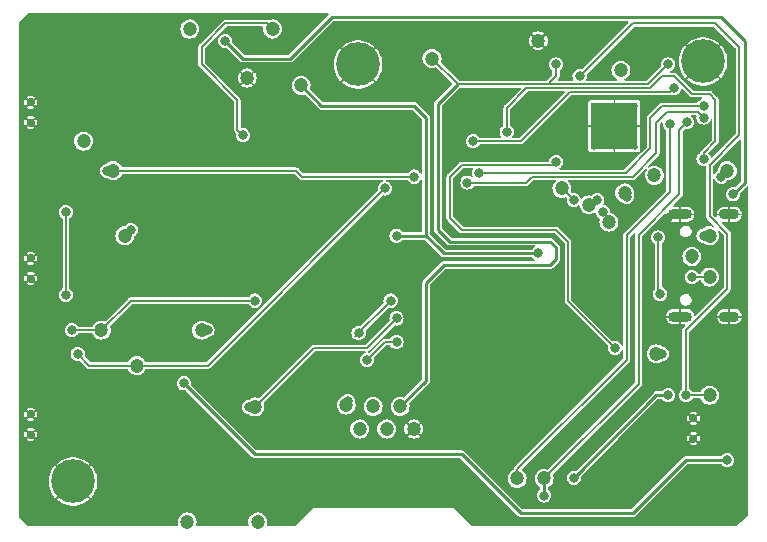
<source format=gbr>
%TF.GenerationSoftware,KiCad,Pcbnew,7.0.9*%
%TF.CreationDate,2024-10-08T00:30:49+03:00*%
%TF.ProjectId,DRM_Watch_V3,44524d5f-5761-4746-9368-5f56332e6b69,rev?*%
%TF.SameCoordinates,Original*%
%TF.FileFunction,Copper,L2,Bot*%
%TF.FilePolarity,Positive*%
%FSLAX46Y46*%
G04 Gerber Fmt 4.6, Leading zero omitted, Abs format (unit mm)*
G04 Created by KiCad (PCBNEW 7.0.9) date 2024-10-08 00:30:49*
%MOMM*%
%LPD*%
G01*
G04 APERTURE LIST*
%TA.AperFunction,ComponentPad*%
%ADD10C,3.700000*%
%TD*%
%TA.AperFunction,ComponentPad*%
%ADD11C,0.700000*%
%TD*%
%TA.AperFunction,ComponentPad*%
%ADD12O,2.000000X0.900000*%
%TD*%
%TA.AperFunction,ComponentPad*%
%ADD13O,1.700000X0.900000*%
%TD*%
%TA.AperFunction,ComponentPad*%
%ADD14C,0.500000*%
%TD*%
%TA.AperFunction,SMDPad,CuDef*%
%ADD15R,4.000000X4.000000*%
%TD*%
%TA.AperFunction,SMDPad,CuDef*%
%ADD16C,1.200000*%
%TD*%
%TA.AperFunction,ViaPad*%
%ADD17C,0.800000*%
%TD*%
%TA.AperFunction,Conductor*%
%ADD18C,0.150000*%
%TD*%
%TA.AperFunction,Conductor*%
%ADD19C,0.250000*%
%TD*%
%TA.AperFunction,Conductor*%
%ADD20C,0.200000*%
%TD*%
G04 APERTURE END LIST*
D10*
%TO.P,M2,1*%
%TO.N,GND*%
X124460000Y-47752000D03*
%TD*%
D11*
%TO.P,S2,3,Shield*%
%TO.N,GND*%
X67518000Y-64428000D03*
X67518000Y-66128000D03*
%TD*%
%TO.P,S1,3,Shield*%
%TO.N,GND*%
X67518000Y-51220000D03*
X67518000Y-52920000D03*
%TD*%
%TO.P,S4,3,Shield*%
%TO.N,GND*%
X67518000Y-77636000D03*
X67518000Y-79336000D03*
%TD*%
D10*
%TO.P,M3,1*%
%TO.N,GND*%
X95250000Y-48006000D03*
%TD*%
D11*
%TO.P,S3,3,Shield*%
%TO.N,GND*%
X123637000Y-79678000D03*
X123637000Y-77978000D03*
%TD*%
D10*
%TO.P,M1,1*%
%TO.N,GND*%
X71120000Y-83312000D03*
%TD*%
D12*
%TO.P,J1,S1,SHIELD*%
%TO.N,GND*%
X122500000Y-69356000D03*
%TO.P,J1,S2,SHIELD*%
X122500000Y-60706000D03*
D13*
%TO.P,J1,S3,SHIELD*%
X126670000Y-69356000D03*
%TO.P,J1,S4,SHIELD*%
X126670000Y-60706000D03*
%TD*%
D14*
%TO.P,U1,57,GND*%
%TO.N,GND*%
X115196319Y-51487182D03*
X115196319Y-53237182D03*
X115196319Y-54987182D03*
X116946319Y-51487182D03*
X116946319Y-53237182D03*
D15*
X116946319Y-53237182D03*
D14*
X116946319Y-54987182D03*
X118696319Y-51487182D03*
X118696319Y-53237182D03*
X118696319Y-54987182D03*
%TD*%
D16*
%TO.P,TP15,1,1*%
%TO.N,Net-(J2-CS)*%
X96520000Y-76962000D03*
%TD*%
%TO.P,TP38,1,1*%
%TO.N,Net-(U1-GPIO8{slash}ADC1_CH7)*%
X86500000Y-77000000D03*
%TD*%
%TO.P,TP9,1,1*%
%TO.N,GND*%
X85852000Y-49149000D03*
%TD*%
%TO.P,TP24,1,1*%
%TO.N,Net-(J1-DP1)*%
X123500000Y-64262000D03*
%TD*%
%TO.P,TP5,1,1*%
%TO.N,Net-(U1-GPIO2{slash}ADC1_CH1)*%
X82000000Y-70500000D03*
%TD*%
%TO.P,TP16,1,1*%
%TO.N,Net-(J2-ON\u005COFF)*%
X97663000Y-78867000D03*
%TD*%
%TO.P,TP20,1,1*%
%TO.N,Net-(U1-GPIO37)*%
X76500000Y-73500000D03*
%TD*%
%TO.P,TP12,1,1*%
%TO.N,Net-(U1-GPIO3{slash}ADC1_CH2)*%
X126500000Y-57000000D03*
%TD*%
%TO.P,TP11,1,1*%
%TO.N,Net-(U1-GPIO4{slash}ADC1_CH3)*%
X88000000Y-45000000D03*
%TD*%
%TO.P,TP30,1,1*%
%TO.N,Net-(U1-GPIO35)*%
X110998000Y-83058000D03*
%TD*%
%TO.P,TP37,1,1*%
%TO.N,Net-(U1-GPIO13{slash}ADC2_CH2)*%
X114821319Y-59885182D03*
%TD*%
%TO.P,TP14,1,1*%
%TO.N,Net-(J2-SDA)*%
X95377000Y-78867000D03*
%TD*%
%TO.P,TP34,1,1*%
%TO.N,Net-(U1-GPIO21)*%
X120321319Y-57385182D03*
%TD*%
%TO.P,TP1,1,1*%
%TO.N,+3V3*%
X101500000Y-47500000D03*
%TD*%
%TO.P,TP7,1,1*%
%TO.N,VBUS*%
X125000000Y-62500000D03*
%TD*%
%TO.P,TP31,1,1*%
%TO.N,Net-(U1-GPIO14{slash}ADC2_CH3)*%
X116483332Y-61350058D03*
%TD*%
%TO.P,TP4,1,1*%
%TO.N,Net-(U1-GPIO1{slash}ADC1_CH0)*%
X75500000Y-62500000D03*
%TD*%
%TO.P,TP19,1,1*%
%TO.N,Net-(U1-GPIO36)*%
X74500000Y-57000000D03*
%TD*%
%TO.P,TP29,1,1*%
%TO.N,Net-(U1-GPIO33)*%
X108712000Y-83058000D03*
%TD*%
%TO.P,TP6,1,1*%
%TO.N,GND*%
X110500000Y-46000000D03*
%TD*%
%TO.P,TP2,1,1*%
%TO.N,VCC*%
X90424000Y-49784000D03*
%TD*%
%TO.P,TP26,1,1*%
%TO.N,Net-(R21-Pad1)*%
X86741000Y-86741000D03*
%TD*%
%TO.P,TP32,1,1*%
%TO.N,Net-(U5-VB)*%
X80772000Y-86741000D03*
%TD*%
%TO.P,TP13,1,1*%
%TO.N,Net-(J2-SCL)*%
X94234000Y-76835000D03*
%TD*%
%TO.P,TP22,1,1*%
%TO.N,Net-(U1-GPIO12{slash}ADC2_CH1)*%
X112500000Y-58500000D03*
%TD*%
%TO.P,TP25,1,1*%
%TO.N,Net-(J1-DN1)*%
X125000000Y-66000000D03*
%TD*%
%TO.P,TP23,1,1*%
%TO.N,VBUS*%
X81000000Y-45000000D03*
%TD*%
%TO.P,TP33,1,1*%
%TO.N,Net-(U1-GPIO18{slash}ADC2_CH7{slash}DAC_2)*%
X117821319Y-58885182D03*
%TD*%
%TO.P,TP17,1,1*%
%TO.N,GND*%
X99949000Y-78867000D03*
%TD*%
%TO.P,TP42,1,1*%
%TO.N,Net-(U1-GPIO9{slash}ADC1_CH8)*%
X120500000Y-72500000D03*
%TD*%
%TO.P,TP3,1,1*%
%TO.N,Net-(U1-GPIO0{slash}BOOT)*%
X72000000Y-54500000D03*
%TD*%
%TO.P,TP18,1,1*%
%TO.N,+3V3*%
X98806000Y-76962000D03*
%TD*%
%TO.P,TP21,1,1*%
%TO.N,Net-(U1-GPIO38)*%
X73500000Y-70500000D03*
%TD*%
%TO.P,TP35,1,1*%
%TO.N,Net-(U1-GPIO45)*%
X117500000Y-48500000D03*
%TD*%
%TO.P,TP10,1,1*%
%TO.N,Net-(U1-CHIP_PU{slash}RESET)*%
X125000000Y-76000000D03*
%TD*%
D17*
%TO.N,Net-(U1-GPIO2{slash}ADC1_CH1)*%
X82500000Y-70500000D03*
%TO.N,VCC*%
X80500000Y-75000000D03*
X98500000Y-62500000D03*
X90297000Y-49657000D03*
X126500000Y-81500000D03*
X110500000Y-64000000D03*
%TO.N,+3V3*%
X113500000Y-83000000D03*
X121500000Y-76000000D03*
X121500000Y-48000000D03*
X101500000Y-47500000D03*
X98786004Y-76981996D03*
X112000000Y-48000000D03*
%TO.N,Net-(J1-DP1)*%
X123500000Y-64500000D03*
%TO.N,Net-(J1-DN1)*%
X123500000Y-66000000D03*
%TO.N,GND*%
X123500000Y-55500000D03*
X95500000Y-63000000D03*
X77851000Y-46736000D03*
X90000000Y-77000000D03*
X88000000Y-51000000D03*
X113000000Y-79500000D03*
X68500000Y-85500000D03*
X122500000Y-45500000D03*
X78000000Y-54500000D03*
X100000000Y-55500000D03*
X99949000Y-78867002D03*
X106500000Y-55500000D03*
X102500000Y-69000000D03*
X71501000Y-45847000D03*
X109000000Y-77500000D03*
X121463044Y-61026906D03*
X126500000Y-52500000D03*
X109000000Y-66500000D03*
X83500000Y-75000000D03*
X82000000Y-55500000D03*
X93000000Y-55500000D03*
X81000000Y-65500000D03*
X110500000Y-46000000D03*
X87000000Y-71500000D03*
X85979002Y-49276001D03*
X99000000Y-48000000D03*
X91500000Y-61000000D03*
X110269252Y-51321865D03*
X76000000Y-70500000D03*
X72500000Y-78000000D03*
X126500000Y-80000000D03*
X105000000Y-51000000D03*
X126500000Y-78000000D03*
X110000000Y-60500000D03*
X95500000Y-83500000D03*
X73000000Y-60000000D03*
X116000000Y-67000000D03*
X90000000Y-83000000D03*
X74000000Y-66500000D03*
%TO.N,Net-(J2-SCL)*%
X94361000Y-76530498D03*
X95290644Y-70742408D03*
X98000000Y-68000000D03*
%TO.N,Net-(J2-SDA)*%
X95503992Y-78740000D03*
X98500000Y-71500000D03*
X96000000Y-73000000D03*
%TO.N,Net-(J2-CS)*%
X96520000Y-76962004D03*
%TO.N,Net-(J2-ON\u005COFF)*%
X97663000Y-78867010D03*
%TO.N,Net-(U1-GPIO0{slash}BOOT)*%
X72000000Y-54500000D03*
%TO.N,Net-(U1-GPIO1{slash}ADC1_CH0)*%
X76000000Y-62000000D03*
%TO.N,Net-(U1-CHIP_PU{slash}RESET)*%
X123000000Y-76000000D03*
X113999984Y-49000000D03*
%TO.N,Net-(U1-GPIO12{slash}ADC2_CH1)*%
X113500000Y-59500000D03*
%TO.N,Net-(U1-GPIO33)*%
X108712000Y-83058000D03*
X121631589Y-53086184D03*
%TO.N,VBUS*%
X127000000Y-59000000D03*
X120804250Y-67434643D03*
X80899000Y-45212000D03*
X120650703Y-62649509D03*
X84000000Y-46000000D03*
X124500000Y-62500000D03*
%TO.N,Net-(U1-GPIO35)*%
X123106070Y-52893938D03*
X111000000Y-84500000D03*
%TO.N,Net-(D5-A)*%
X70500000Y-67500000D03*
X70500000Y-60500000D03*
%TO.N,Net-(U1-GPIO4{slash}ADC1_CH3)*%
X85500000Y-54000000D03*
X87884000Y-44831000D03*
%TO.N,Net-(U1-GPIO3{slash}ADC1_CH2)*%
X107825000Y-53712182D03*
X124500000Y-56000000D03*
X126000000Y-57500000D03*
%TO.N,Net-(U1-GPIO36)*%
X124500000Y-52500000D03*
X100000000Y-57500000D03*
X74000000Y-57000000D03*
X104500008Y-58000000D03*
%TO.N,Net-(U1-GPIO37)*%
X71500000Y-72500000D03*
X124500000Y-51500000D03*
X105500000Y-57175000D03*
X97500000Y-58500000D03*
%TO.N,Net-(U1-GPIO38)*%
X86500000Y-68000000D03*
X122000000Y-50000000D03*
X105000000Y-54500000D03*
X71000000Y-70500000D03*
%TO.N,Net-(U1-GPIO14{slash}ADC2_CH3)*%
X115976791Y-60498736D03*
%TO.N,Net-(U1-GPIO18{slash}ADC2_CH7{slash}DAC_2)*%
X117992578Y-59193089D03*
%TO.N,Net-(U1-GPIO21)*%
X120321319Y-57385182D03*
%TO.N,Net-(U1-GPIO45)*%
X117500000Y-48500000D03*
%TO.N,Net-(U1-GPIO13{slash}ADC2_CH2)*%
X115500000Y-59500064D03*
%TO.N,Net-(R21-Pad1)*%
X86741000Y-86740992D03*
%TO.N,Net-(U1-GPIO8{slash}ADC1_CH7)*%
X86000000Y-77000000D03*
X98500000Y-69500000D03*
%TO.N,Net-(U5-VB)*%
X80772000Y-86741012D03*
%TO.N,Net-(U1-GPIO9{slash}ADC1_CH8)*%
X121000000Y-72500000D03*
X117000000Y-72000000D03*
X112008797Y-56242807D03*
%TD*%
D18*
%TO.N,Net-(U1-GPIO2{slash}ADC1_CH1)*%
X82500000Y-70500000D02*
X82000000Y-70500000D01*
D19*
%TO.N,VCC*%
X98500000Y-62500000D02*
X101000000Y-62500000D01*
X100000000Y-51500000D02*
X101000000Y-52500000D01*
X80500000Y-75000000D02*
X86500000Y-81000000D01*
X86500000Y-81000000D02*
X104000000Y-81000000D01*
X101000000Y-62500000D02*
X102000000Y-63500000D01*
X92140000Y-51500000D02*
X100000000Y-51500000D01*
X90424000Y-49784000D02*
X92140000Y-51500000D01*
X101000000Y-52500000D02*
X101000000Y-62500000D01*
X104000000Y-81000000D02*
X109000000Y-86000000D01*
X123000000Y-81500000D02*
X126500000Y-81500000D01*
X118500000Y-86000000D02*
X123000000Y-81500000D01*
X110500000Y-64000000D02*
X102500000Y-64000000D01*
X109000000Y-86000000D02*
X118500000Y-86000000D01*
X102500000Y-64000000D02*
X102000000Y-63500000D01*
D20*
%TO.N,+3V3*%
X112000000Y-48000000D02*
X112000000Y-49000000D01*
D19*
X102500000Y-65000000D02*
X111500000Y-65000000D01*
X111500000Y-63000000D02*
X103000000Y-63000000D01*
X102000000Y-62000000D02*
X102000000Y-51350000D01*
X112000000Y-64500000D02*
X112000000Y-63500000D01*
X98806000Y-76962000D02*
X101000000Y-74768000D01*
X120500000Y-76000000D02*
X113500000Y-83000000D01*
X102000000Y-51350000D02*
X103675000Y-49675000D01*
D20*
X111500000Y-49500000D02*
X111500000Y-49675000D01*
X121500000Y-48000000D02*
X119825000Y-49675000D01*
X103675000Y-49675000D02*
X101500000Y-47500000D01*
D19*
X112000000Y-63500000D02*
X111500000Y-63000000D01*
X101000000Y-66500000D02*
X102500000Y-65000000D01*
D20*
X119825000Y-49675000D02*
X111500000Y-49675000D01*
X112000000Y-49000000D02*
X111500000Y-49500000D01*
X98806000Y-76962000D02*
X98786004Y-76981996D01*
X111500000Y-49675000D02*
X103675000Y-49675000D01*
D19*
X101000000Y-74768000D02*
X101000000Y-66500000D01*
X121500000Y-76000000D02*
X120500000Y-76000000D01*
X103000000Y-63000000D02*
X102000000Y-62000000D01*
X111500000Y-65000000D02*
X112000000Y-64500000D01*
D18*
%TO.N,Net-(J1-DP1)*%
X123500000Y-64500000D02*
X123500000Y-64262000D01*
%TO.N,Net-(J1-DN1)*%
X123500000Y-66000000D02*
X125000000Y-66000000D01*
%TO.N,Net-(J2-SCL)*%
X94361000Y-76708000D02*
X94234000Y-76835000D01*
X94361000Y-76530498D02*
X94361000Y-76708000D01*
X95000000Y-71000000D02*
X95033052Y-71000000D01*
X98000000Y-68000000D02*
X95000000Y-71000000D01*
X95033052Y-71000000D02*
X95290644Y-70742408D01*
%TO.N,Net-(J2-SDA)*%
X95503992Y-78740008D02*
X95503992Y-78740000D01*
X95377000Y-78867000D02*
X95503992Y-78740008D01*
X98500000Y-71500000D02*
X97500000Y-71500000D01*
X97500000Y-71500000D02*
X96000000Y-73000000D01*
%TO.N,Net-(J2-CS)*%
X96520000Y-76962000D02*
X96520000Y-76962004D01*
%TO.N,Net-(J2-ON\u005COFF)*%
X97663000Y-78867000D02*
X97663000Y-78867010D01*
%TO.N,Net-(U1-GPIO1{slash}ADC1_CH0)*%
X76000000Y-62000000D02*
X75500000Y-62500000D01*
D20*
%TO.N,Net-(U1-CHIP_PU{slash}RESET)*%
X125000000Y-60823717D02*
X126500000Y-62323717D01*
X113999984Y-49000000D02*
X118499984Y-44500000D01*
X123000000Y-70500000D02*
X123000000Y-76000000D01*
X126500000Y-67000000D02*
X123000000Y-70500000D01*
X127500000Y-54000000D02*
X125000000Y-56500000D01*
X127500000Y-46500000D02*
X127500000Y-54000000D01*
D18*
X125000000Y-76000000D02*
X123000000Y-76000000D01*
D20*
X118499984Y-44500000D02*
X125500000Y-44500000D01*
X125500000Y-44500000D02*
X127500000Y-46500000D01*
X126500000Y-62323717D02*
X126500000Y-67000000D01*
X125000000Y-56500000D02*
X125000000Y-60823717D01*
D18*
%TO.N,Net-(U1-GPIO12{slash}ADC2_CH1)*%
X113500000Y-59500000D02*
X112500000Y-58500000D01*
D20*
%TO.N,Net-(U1-GPIO33)*%
X118000000Y-62459620D02*
X121631589Y-58828031D01*
X108712000Y-82288000D02*
X118000000Y-73000000D01*
X118000000Y-73000000D02*
X118000000Y-62459620D01*
X121631589Y-58828031D02*
X121631589Y-53086184D01*
X108712000Y-83058000D02*
X108712000Y-82288000D01*
D19*
%TO.N,VBUS*%
X89500000Y-47500000D02*
X93000000Y-44000000D01*
X126000000Y-44000000D02*
X128000000Y-46000000D01*
X128000000Y-46000000D02*
X128000000Y-58000000D01*
X128000000Y-58000000D02*
X127000000Y-59000000D01*
X93000000Y-44000000D02*
X126000000Y-44000000D01*
X85500000Y-47500000D02*
X89500000Y-47500000D01*
X84000000Y-46000000D02*
X85500000Y-47500000D01*
D20*
X120650703Y-67281096D02*
X120650703Y-62649509D01*
D19*
X80899000Y-45212000D02*
X80899000Y-44958000D01*
X80899000Y-44958000D02*
X80645000Y-44704000D01*
D20*
X124500000Y-62500000D02*
X125000000Y-62500000D01*
X120804250Y-67434643D02*
X120650703Y-67281096D01*
%TO.N,Net-(U1-GPIO35)*%
X122450000Y-53550008D02*
X123106070Y-52893938D01*
X122450000Y-59004594D02*
X122450000Y-53550008D01*
D19*
X110998000Y-83058000D02*
X110998000Y-84498000D01*
D20*
X119000000Y-62454594D02*
X122450000Y-59004594D01*
X110998000Y-83058000D02*
X119000000Y-75056000D01*
X119000000Y-75056000D02*
X119000000Y-62454594D01*
D19*
X110998000Y-84498000D02*
X111000000Y-84500000D01*
D18*
%TO.N,Net-(D5-A)*%
X70500000Y-60500000D02*
X70500000Y-67500000D01*
%TO.N,Net-(U1-GPIO4{slash}ADC1_CH3)*%
X85027000Y-51027000D02*
X82000000Y-48000000D01*
X82000000Y-48000000D02*
X82000000Y-46500000D01*
X85027000Y-53527000D02*
X85027000Y-51027000D01*
X84000000Y-44500000D02*
X87553000Y-44500000D01*
X87757000Y-44577000D02*
X87757000Y-44704000D01*
X87757000Y-44704000D02*
X87884000Y-44831000D01*
X82000000Y-46500000D02*
X84000000Y-44500000D01*
X87553000Y-44500000D02*
X87884000Y-44831000D01*
X85500000Y-54000000D02*
X85027000Y-53527000D01*
%TO.N,Net-(U1-GPIO3{slash}ADC1_CH2)*%
X122000000Y-49000000D02*
X123500000Y-50500000D01*
X109500000Y-50000000D02*
X120000000Y-50000000D01*
X123500000Y-50500000D02*
X125000000Y-50500000D01*
X121000000Y-49000000D02*
X122000000Y-49000000D01*
X126000000Y-57500000D02*
X126500000Y-57000000D01*
X125500000Y-51000000D02*
X125500000Y-54500000D01*
X107825000Y-51675000D02*
X109500000Y-50000000D01*
X125000000Y-50500000D02*
X125500000Y-51000000D01*
X120000000Y-50000000D02*
X121000000Y-49000000D01*
X124500000Y-55500000D02*
X124500000Y-56000000D01*
X125500000Y-54500000D02*
X124500000Y-55500000D01*
X107825000Y-53712182D02*
X107825000Y-51675000D01*
%TO.N,Net-(U1-GPIO36)*%
X110000000Y-57500000D02*
X109500000Y-58000000D01*
X109500000Y-58000000D02*
X104500008Y-58000000D01*
X90500000Y-57500000D02*
X90000000Y-57000000D01*
X121424264Y-52000000D02*
X120500000Y-52924264D01*
X124000000Y-52000000D02*
X121424264Y-52000000D01*
X100000000Y-57500000D02*
X90500000Y-57500000D01*
X118495508Y-57500000D02*
X110000000Y-57500000D01*
X90000000Y-57000000D02*
X74500000Y-57000000D01*
X74500000Y-57000000D02*
X74000000Y-57000000D01*
X124500000Y-52500000D02*
X124000000Y-52000000D01*
X120500000Y-52924264D02*
X120500000Y-55495508D01*
X120500000Y-55495508D02*
X118495508Y-57500000D01*
%TO.N,Net-(U1-GPIO37)*%
X121000000Y-51500000D02*
X120000000Y-52500000D01*
X76500000Y-73500000D02*
X72500000Y-73500000D01*
X117891752Y-57175000D02*
X105500000Y-57175000D01*
X97500000Y-58500000D02*
X82500000Y-73500000D01*
X82500000Y-73500000D02*
X76500000Y-73500000D01*
X72500000Y-73500000D02*
X71500000Y-72500000D01*
X124500000Y-51500000D02*
X121000000Y-51500000D01*
X120000000Y-52500000D02*
X120000000Y-55066752D01*
X120000000Y-55066752D02*
X117891752Y-57175000D01*
%TO.N,Net-(U1-GPIO38)*%
X113190656Y-50312082D02*
X109002738Y-54500000D01*
X122000000Y-50000000D02*
X121687918Y-50312082D01*
X121687918Y-50312082D02*
X113190656Y-50312082D01*
X71000000Y-70500000D02*
X73500000Y-70500000D01*
X109002738Y-54500000D02*
X105000000Y-54500000D01*
X76000000Y-68000000D02*
X73500000Y-70500000D01*
X86500000Y-68000000D02*
X76000000Y-68000000D01*
%TO.N,Net-(U1-GPIO14{slash}ADC2_CH3)*%
X116321319Y-61188045D02*
X116483332Y-61350058D01*
X116483332Y-61350058D02*
X116483332Y-61005277D01*
X116321319Y-60885182D02*
X116321319Y-61188045D01*
X116483332Y-61005277D02*
X115976791Y-60498736D01*
%TO.N,Net-(U1-GPIO18{slash}ADC2_CH7{slash}DAC_2)*%
X117992578Y-59056441D02*
X117992578Y-59193089D01*
X117821319Y-58885182D02*
X117992578Y-59056441D01*
%TO.N,Net-(U1-GPIO13{slash}ADC2_CH2)*%
X115114882Y-59885182D02*
X115500000Y-59500064D01*
X114821319Y-59885182D02*
X115114882Y-59885182D01*
D19*
%TO.N,Net-(R21-Pad1)*%
X86741000Y-86741000D02*
X86741000Y-86740992D01*
D18*
%TO.N,Net-(U1-GPIO8{slash}ADC1_CH7)*%
X86000000Y-77000000D02*
X86500000Y-77000000D01*
X91500000Y-72000000D02*
X86500000Y-77000000D01*
X98500000Y-69500000D02*
X96000000Y-72000000D01*
X96000000Y-72000000D02*
X91500000Y-72000000D01*
%TO.N,Net-(U1-GPIO9{slash}ADC1_CH8)*%
X104000000Y-56500000D02*
X103000000Y-57500000D01*
X103000000Y-57500000D02*
X103000000Y-61000000D01*
X104000000Y-62000000D02*
X112000000Y-62000000D01*
X113000000Y-68000000D02*
X117000000Y-72000000D01*
X112000000Y-62000000D02*
X113000000Y-63000000D01*
X111751604Y-56500000D02*
X104000000Y-56500000D01*
X112008797Y-56242807D02*
X111751604Y-56500000D01*
X103000000Y-61000000D02*
X104000000Y-62000000D01*
X113000000Y-63000000D02*
X113000000Y-68000000D01*
X121000000Y-72500000D02*
X120500000Y-72500000D01*
%TD*%
%TA.AperFunction,Conductor*%
%TO.N,GND*%
G36*
X117021319Y-54851987D02*
G01*
X116966065Y-54837182D01*
X116926573Y-54837182D01*
X116871319Y-54851987D01*
X116871319Y-53372376D01*
X116926573Y-53387182D01*
X116966065Y-53387182D01*
X117021319Y-53372376D01*
X117021319Y-54851987D01*
G37*
%TD.AperFunction*%
%TA.AperFunction,Conductor*%
G36*
X116791028Y-53237182D02*
G01*
X116811124Y-53312182D01*
X115331514Y-53312182D01*
X115351610Y-53237182D01*
X115331514Y-53162182D01*
X116811124Y-53162182D01*
X116791028Y-53237182D01*
G37*
%TD.AperFunction*%
%TA.AperFunction,Conductor*%
G36*
X118541028Y-53237182D02*
G01*
X118561124Y-53312182D01*
X117081514Y-53312182D01*
X117101610Y-53237182D01*
X117081514Y-53162182D01*
X118561124Y-53162182D01*
X118541028Y-53237182D01*
G37*
%TD.AperFunction*%
%TA.AperFunction,Conductor*%
G36*
X117021319Y-53101987D02*
G01*
X116966065Y-53087182D01*
X116926573Y-53087182D01*
X116871319Y-53101987D01*
X116871319Y-51622376D01*
X116926573Y-51637182D01*
X116966065Y-51637182D01*
X117021319Y-51622376D01*
X117021319Y-53101987D01*
G37*
%TD.AperFunction*%
%TA.AperFunction,Conductor*%
G36*
X92720586Y-43705313D02*
G01*
X92745896Y-43749150D01*
X92737106Y-43799000D01*
X92725345Y-43814326D01*
X90215296Y-46324378D01*
X89386848Y-47152826D01*
X89340972Y-47174218D01*
X89334522Y-47174500D01*
X85665479Y-47174500D01*
X85617913Y-47157187D01*
X85613153Y-47152826D01*
X84614575Y-46154249D01*
X84593183Y-46108373D01*
X84593533Y-46092269D01*
X84605682Y-46000000D01*
X84585044Y-45843238D01*
X84524536Y-45697159D01*
X84428282Y-45571718D01*
X84428279Y-45571715D01*
X84302841Y-45475464D01*
X84156761Y-45414955D01*
X84000000Y-45394318D01*
X83843239Y-45414955D01*
X83843238Y-45414955D01*
X83697158Y-45475464D01*
X83571720Y-45571715D01*
X83571715Y-45571720D01*
X83475464Y-45697158D01*
X83414955Y-45843238D01*
X83414955Y-45843239D01*
X83394318Y-46000000D01*
X83414955Y-46156760D01*
X83414955Y-46156761D01*
X83475464Y-46302841D01*
X83571715Y-46428279D01*
X83571720Y-46428284D01*
X83606861Y-46455248D01*
X83697159Y-46524536D01*
X83843238Y-46585044D01*
X84000000Y-46605682D01*
X84092264Y-46593534D01*
X84141682Y-46604490D01*
X84154248Y-46614574D01*
X84713891Y-47174218D01*
X85258652Y-47718979D01*
X85260821Y-47721346D01*
X85287545Y-47753194D01*
X85323541Y-47773976D01*
X85323548Y-47773980D01*
X85326272Y-47775716D01*
X85360314Y-47799553D01*
X85360315Y-47799553D01*
X85360316Y-47799554D01*
X85364945Y-47800794D01*
X85382800Y-47808189D01*
X85386955Y-47810588D01*
X85427915Y-47817809D01*
X85431028Y-47818500D01*
X85471193Y-47829263D01*
X85512598Y-47825640D01*
X85515817Y-47825500D01*
X89484174Y-47825500D01*
X89487394Y-47825640D01*
X89513546Y-47827928D01*
X89528805Y-47829264D01*
X89528805Y-47829263D01*
X89528807Y-47829264D01*
X89568967Y-47818502D01*
X89572100Y-47817807D01*
X89613045Y-47810588D01*
X89617194Y-47808191D01*
X89635055Y-47800794D01*
X89639684Y-47799554D01*
X89673733Y-47775712D01*
X89676450Y-47773980D01*
X89712455Y-47753194D01*
X89739187Y-47721334D01*
X89741348Y-47718976D01*
X92079045Y-45381281D01*
X109987347Y-45381281D01*
X110499999Y-45893933D01*
X111012652Y-45381281D01*
X111001945Y-45370575D01*
X110849302Y-45274663D01*
X110679154Y-45215126D01*
X110679143Y-45215123D01*
X110500000Y-45194938D01*
X110320856Y-45215123D01*
X110320845Y-45215126D01*
X110150697Y-45274663D01*
X110150695Y-45274663D01*
X109998053Y-45370576D01*
X109987347Y-45381281D01*
X92079045Y-45381281D01*
X93113153Y-44347174D01*
X93159030Y-44325782D01*
X93165479Y-44325500D01*
X118070861Y-44325500D01*
X118118427Y-44342813D01*
X118143737Y-44386650D01*
X118134947Y-44436500D01*
X118123187Y-44451826D01*
X114185474Y-48389537D01*
X114139598Y-48410929D01*
X114123492Y-48410578D01*
X113999984Y-48394318D01*
X113999983Y-48394318D01*
X113843223Y-48414955D01*
X113843222Y-48414955D01*
X113697142Y-48475464D01*
X113571704Y-48571715D01*
X113571699Y-48571720D01*
X113475448Y-48697158D01*
X113414939Y-48843238D01*
X113414939Y-48843239D01*
X113394302Y-49000000D01*
X113414939Y-49156760D01*
X113414940Y-49156764D01*
X113462748Y-49272182D01*
X113464956Y-49322752D01*
X113434141Y-49362911D01*
X113394381Y-49374500D01*
X112232149Y-49374500D01*
X112184583Y-49357187D01*
X112159273Y-49313350D01*
X112168063Y-49263500D01*
X112180296Y-49249657D01*
X112179606Y-49249028D01*
X112196074Y-49230963D01*
X112216837Y-49208186D01*
X112217995Y-49206975D01*
X112232174Y-49192797D01*
X112234673Y-49189147D01*
X112237848Y-49185138D01*
X112259916Y-49160933D01*
X112264514Y-49149063D01*
X112272465Y-49133977D01*
X112279657Y-49123480D01*
X112287153Y-49091607D01*
X112288669Y-49086711D01*
X112290132Y-49082937D01*
X112300500Y-49056173D01*
X112300500Y-49043446D01*
X112302466Y-49026502D01*
X112305379Y-49014119D01*
X112300854Y-48981683D01*
X112300500Y-48976573D01*
X112300500Y-48562825D01*
X112317813Y-48515259D01*
X112329452Y-48504117D01*
X112428279Y-48428284D01*
X112428282Y-48428282D01*
X112524536Y-48302841D01*
X112585044Y-48156762D01*
X112605682Y-48000000D01*
X112585044Y-47843238D01*
X112524536Y-47697159D01*
X112428282Y-47571718D01*
X112428279Y-47571715D01*
X112302841Y-47475464D01*
X112156761Y-47414955D01*
X112000000Y-47394318D01*
X111843239Y-47414955D01*
X111843238Y-47414955D01*
X111697158Y-47475464D01*
X111571720Y-47571715D01*
X111571715Y-47571720D01*
X111475464Y-47697158D01*
X111414955Y-47843238D01*
X111414955Y-47843239D01*
X111394318Y-48000000D01*
X111414955Y-48156760D01*
X111414955Y-48156761D01*
X111475464Y-48302841D01*
X111571715Y-48428279D01*
X111571720Y-48428284D01*
X111670548Y-48504117D01*
X111697746Y-48546808D01*
X111699500Y-48562825D01*
X111699500Y-48844876D01*
X111682187Y-48892442D01*
X111677826Y-48897202D01*
X111330708Y-49244319D01*
X111320865Y-49251405D01*
X111321245Y-49251908D01*
X111315773Y-49256040D01*
X111283174Y-49291797D01*
X111281997Y-49293029D01*
X111267822Y-49307206D01*
X111265326Y-49310851D01*
X111262145Y-49314866D01*
X111240083Y-49339067D01*
X111239843Y-49339456D01*
X111239439Y-49339773D01*
X111235465Y-49344134D01*
X111234742Y-49343475D01*
X111200083Y-49370784D01*
X111176927Y-49374500D01*
X103830124Y-49374500D01*
X103782558Y-49357187D01*
X103777798Y-49352826D01*
X102271291Y-47846320D01*
X102249899Y-47800444D01*
X102253769Y-47769556D01*
X102285368Y-47679255D01*
X102305565Y-47500000D01*
X102285368Y-47320745D01*
X102242283Y-47197614D01*
X102225790Y-47150479D01*
X102166425Y-47056001D01*
X102129816Y-46997738D01*
X102002262Y-46870184D01*
X101963054Y-46845547D01*
X101849520Y-46774209D01*
X101679263Y-46714634D01*
X101679256Y-46714632D01*
X101679255Y-46714632D01*
X101500000Y-46694435D01*
X101320745Y-46714632D01*
X101320736Y-46714634D01*
X101150479Y-46774209D01*
X100997739Y-46870183D01*
X100870183Y-46997739D01*
X100774209Y-47150479D01*
X100714634Y-47320736D01*
X100714632Y-47320745D01*
X100694435Y-47500000D01*
X100714632Y-47679254D01*
X100714634Y-47679263D01*
X100774209Y-47849520D01*
X100805886Y-47899933D01*
X100870184Y-48002262D01*
X100997738Y-48129816D01*
X101044348Y-48159103D01*
X101150479Y-48225790D01*
X101320736Y-48285365D01*
X101320745Y-48285368D01*
X101500000Y-48305565D01*
X101679255Y-48285368D01*
X101769554Y-48253770D01*
X101820167Y-48254400D01*
X101846320Y-48271291D01*
X103180025Y-49604996D01*
X103201417Y-49650872D01*
X103188316Y-49699767D01*
X103180025Y-49709648D01*
X101781030Y-51108641D01*
X101778650Y-51110822D01*
X101746808Y-51137542D01*
X101746805Y-51137545D01*
X101726019Y-51173546D01*
X101724285Y-51176268D01*
X101700447Y-51210312D01*
X101700445Y-51210317D01*
X101699201Y-51214959D01*
X101691815Y-51232790D01*
X101689412Y-51236951D01*
X101689412Y-51236952D01*
X101682193Y-51277884D01*
X101681495Y-51281033D01*
X101670735Y-51321192D01*
X101670735Y-51321194D01*
X101674359Y-51362598D01*
X101674500Y-51365825D01*
X101674500Y-61984173D01*
X101674359Y-61987400D01*
X101670735Y-62028805D01*
X101670735Y-62028806D01*
X101681495Y-62068964D01*
X101682193Y-62072114D01*
X101689411Y-62113044D01*
X101691811Y-62117200D01*
X101699203Y-62135047D01*
X101700445Y-62139682D01*
X101700446Y-62139685D01*
X101724288Y-62173736D01*
X101726022Y-62176458D01*
X101734812Y-62191681D01*
X101746806Y-62212455D01*
X101746808Y-62212457D01*
X101746807Y-62212457D01*
X101757262Y-62221229D01*
X101778658Y-62239182D01*
X101781027Y-62241353D01*
X102758647Y-63218973D01*
X102760819Y-63221343D01*
X102787545Y-63253194D01*
X102823546Y-63273979D01*
X102826270Y-63275715D01*
X102860314Y-63299553D01*
X102860316Y-63299554D01*
X102864949Y-63300795D01*
X102882795Y-63308186D01*
X102886955Y-63310588D01*
X102886958Y-63310588D01*
X102886959Y-63310589D01*
X102886958Y-63310589D01*
X102927888Y-63317806D01*
X102931038Y-63318504D01*
X102971193Y-63329264D01*
X102971193Y-63329263D01*
X102971194Y-63329264D01*
X102979040Y-63328577D01*
X103012610Y-63325640D01*
X103015829Y-63325500D01*
X110187181Y-63325500D01*
X110234747Y-63342813D01*
X110260057Y-63386650D01*
X110251267Y-63436500D01*
X110215499Y-63467867D01*
X110197159Y-63475463D01*
X110071720Y-63571715D01*
X110071715Y-63571720D01*
X110015066Y-63645548D01*
X109972375Y-63672746D01*
X109956358Y-63674500D01*
X102665478Y-63674500D01*
X102617912Y-63657187D01*
X102613152Y-63652826D01*
X101347174Y-62386848D01*
X101325782Y-62340972D01*
X101325500Y-62334522D01*
X101325500Y-52515825D01*
X101325641Y-52512598D01*
X101326744Y-52500000D01*
X101329264Y-52471193D01*
X101318502Y-52431033D01*
X101317806Y-52427889D01*
X101310589Y-52386958D01*
X101310588Y-52386956D01*
X101310588Y-52386955D01*
X101308186Y-52382795D01*
X101300795Y-52364949D01*
X101299554Y-52360316D01*
X101275715Y-52326270D01*
X101273979Y-52323546D01*
X101253193Y-52287543D01*
X101221347Y-52260821D01*
X101218966Y-52258640D01*
X100241357Y-51281031D01*
X100239176Y-51278651D01*
X100236363Y-51275299D01*
X100212455Y-51246806D01*
X100195088Y-51236778D01*
X100176458Y-51226022D01*
X100173736Y-51224288D01*
X100139685Y-51200446D01*
X100139682Y-51200445D01*
X100135047Y-51199203D01*
X100117200Y-51191811D01*
X100113044Y-51189411D01*
X100072114Y-51182193D01*
X100068964Y-51181495D01*
X100028806Y-51170735D01*
X100028805Y-51170735D01*
X99995818Y-51173622D01*
X99987394Y-51174359D01*
X99984174Y-51174500D01*
X92305479Y-51174500D01*
X92257913Y-51157187D01*
X92253153Y-51152826D01*
X91204456Y-50104129D01*
X91183064Y-50058253D01*
X91186934Y-50027365D01*
X91209368Y-49963255D01*
X91229565Y-49784000D01*
X91209368Y-49604745D01*
X91197812Y-49571720D01*
X91149790Y-49434479D01*
X91112102Y-49374500D01*
X91053816Y-49281738D01*
X90926262Y-49154184D01*
X90877392Y-49123477D01*
X90773520Y-49058209D01*
X90603263Y-48998634D01*
X90603256Y-48998632D01*
X90603255Y-48998632D01*
X90424000Y-48978435D01*
X90244745Y-48998632D01*
X90244736Y-48998634D01*
X90074479Y-49058209D01*
X89921739Y-49154183D01*
X89794183Y-49281739D01*
X89698209Y-49434479D01*
X89638634Y-49604736D01*
X89638632Y-49604745D01*
X89618435Y-49784000D01*
X89635321Y-49933873D01*
X89638632Y-49963254D01*
X89638634Y-49963263D01*
X89698209Y-50133520D01*
X89744498Y-50207187D01*
X89794184Y-50286262D01*
X89921738Y-50413816D01*
X89944764Y-50428284D01*
X90074479Y-50509790D01*
X90244736Y-50569365D01*
X90244745Y-50569368D01*
X90424000Y-50589565D01*
X90603255Y-50569368D01*
X90667363Y-50546935D01*
X90717976Y-50547565D01*
X90744129Y-50564456D01*
X91898652Y-51718979D01*
X91900824Y-51721349D01*
X91927545Y-51753194D01*
X91963550Y-51773981D01*
X91966250Y-51775700D01*
X92000316Y-51799553D01*
X92004949Y-51800794D01*
X92022790Y-51808183D01*
X92026955Y-51810588D01*
X92035717Y-51812133D01*
X92067899Y-51817808D01*
X92071049Y-51818506D01*
X92111193Y-51829263D01*
X92111193Y-51829262D01*
X92111194Y-51829263D01*
X92119006Y-51828579D01*
X92152598Y-51825640D01*
X92155817Y-51825500D01*
X99834522Y-51825500D01*
X99882088Y-51842813D01*
X99886848Y-51847174D01*
X100652826Y-52613152D01*
X100674218Y-52659028D01*
X100674500Y-52665478D01*
X100674500Y-57187180D01*
X100657187Y-57234746D01*
X100613350Y-57260056D01*
X100563500Y-57251266D01*
X100532133Y-57215499D01*
X100526883Y-57202826D01*
X100524536Y-57197159D01*
X100428282Y-57071718D01*
X100428279Y-57071715D01*
X100302841Y-56975464D01*
X100156761Y-56914955D01*
X100000000Y-56894318D01*
X99843239Y-56914955D01*
X99843238Y-56914955D01*
X99697158Y-56975464D01*
X99571720Y-57071715D01*
X99571715Y-57071720D01*
X99476700Y-57195548D01*
X99434009Y-57222746D01*
X99417992Y-57224500D01*
X90644768Y-57224500D01*
X90597202Y-57207187D01*
X90592442Y-57202826D01*
X90219145Y-56829529D01*
X90209942Y-56818314D01*
X90198626Y-56801378D01*
X90198624Y-56801376D01*
X90192335Y-56797174D01*
X90178644Y-56788025D01*
X90178641Y-56788023D01*
X90135975Y-56759515D01*
X90107495Y-56740485D01*
X90027133Y-56724500D01*
X90027132Y-56724500D01*
X90027130Y-56724499D01*
X90000001Y-56719103D01*
X90000000Y-56719103D01*
X89980017Y-56723078D01*
X89965580Y-56724500D01*
X75304196Y-56724500D01*
X75256630Y-56707187D01*
X75234348Y-56674940D01*
X75225789Y-56650478D01*
X75129816Y-56497738D01*
X75002262Y-56370184D01*
X74929359Y-56324376D01*
X74849520Y-56274209D01*
X74679263Y-56214634D01*
X74679256Y-56214632D01*
X74679255Y-56214632D01*
X74500000Y-56194435D01*
X74320745Y-56214632D01*
X74320736Y-56214634D01*
X74150479Y-56274209D01*
X73997735Y-56370186D01*
X73987360Y-56380560D01*
X73944698Y-56401597D01*
X73843238Y-56414955D01*
X73697158Y-56475464D01*
X73571720Y-56571715D01*
X73571715Y-56571720D01*
X73475464Y-56697158D01*
X73414955Y-56843238D01*
X73414955Y-56843239D01*
X73394318Y-57000000D01*
X73414955Y-57156760D01*
X73414955Y-57156761D01*
X73475464Y-57302841D01*
X73571715Y-57428279D01*
X73571720Y-57428284D01*
X73600673Y-57450500D01*
X73697159Y-57524536D01*
X73843238Y-57585044D01*
X73944697Y-57598401D01*
X73987362Y-57619440D01*
X73997738Y-57629816D01*
X74150479Y-57725790D01*
X74318267Y-57784501D01*
X74320745Y-57785368D01*
X74500000Y-57805565D01*
X74679255Y-57785368D01*
X74753139Y-57759515D01*
X74849520Y-57725790D01*
X74867278Y-57714632D01*
X75002262Y-57629816D01*
X75129816Y-57502262D01*
X75225789Y-57349522D01*
X75234348Y-57325058D01*
X75266399Y-57285881D01*
X75304196Y-57275500D01*
X89855232Y-57275500D01*
X89902798Y-57292813D01*
X89907558Y-57297174D01*
X90280853Y-57670469D01*
X90290055Y-57681682D01*
X90301374Y-57698622D01*
X90301376Y-57698624D01*
X90322985Y-57713063D01*
X90322991Y-57713067D01*
X90324376Y-57713992D01*
X90324378Y-57713994D01*
X90325333Y-57714632D01*
X90392505Y-57759515D01*
X90472867Y-57775500D01*
X90472868Y-57775500D01*
X90499999Y-57780897D01*
X90500000Y-57780897D01*
X90519984Y-57776921D01*
X90534420Y-57775500D01*
X97307891Y-57775500D01*
X97355457Y-57792813D01*
X97380767Y-57836650D01*
X97371977Y-57886500D01*
X97336210Y-57917867D01*
X97197158Y-57975464D01*
X97071720Y-58071715D01*
X97071715Y-58071720D01*
X96975464Y-58197158D01*
X96914955Y-58343238D01*
X96914955Y-58343239D01*
X96894318Y-58500000D01*
X96914690Y-58654749D01*
X96903734Y-58704168D01*
X96893649Y-58716733D01*
X82407558Y-73202826D01*
X82361682Y-73224218D01*
X82355232Y-73224500D01*
X77304196Y-73224500D01*
X77256630Y-73207187D01*
X77234348Y-73174940D01*
X77229447Y-73160933D01*
X77225789Y-73150478D01*
X77129816Y-72997738D01*
X77002262Y-72870184D01*
X76915865Y-72815897D01*
X76849520Y-72774209D01*
X76679263Y-72714634D01*
X76679256Y-72714632D01*
X76679255Y-72714632D01*
X76500000Y-72694435D01*
X76320745Y-72714632D01*
X76320736Y-72714634D01*
X76150479Y-72774209D01*
X75997739Y-72870183D01*
X75870183Y-72997739D01*
X75774211Y-73150477D01*
X75765652Y-73174940D01*
X75733601Y-73214119D01*
X75695804Y-73224500D01*
X72644768Y-73224500D01*
X72597202Y-73207187D01*
X72592442Y-73202826D01*
X72106350Y-72716734D01*
X72084958Y-72670858D01*
X72085309Y-72654749D01*
X72105682Y-72500000D01*
X72085044Y-72343238D01*
X72024536Y-72197159D01*
X71988717Y-72150478D01*
X71928284Y-72071720D01*
X71928279Y-72071715D01*
X71802841Y-71975464D01*
X71656761Y-71914955D01*
X71500000Y-71894318D01*
X71343239Y-71914955D01*
X71343238Y-71914955D01*
X71197158Y-71975464D01*
X71071720Y-72071715D01*
X71071715Y-72071720D01*
X70975464Y-72197158D01*
X70914955Y-72343238D01*
X70914955Y-72343239D01*
X70894318Y-72500000D01*
X70914955Y-72656760D01*
X70914955Y-72656761D01*
X70975464Y-72802841D01*
X71071715Y-72928279D01*
X71071720Y-72928284D01*
X71141321Y-72981690D01*
X71197159Y-73024536D01*
X71343238Y-73085044D01*
X71500000Y-73105682D01*
X71654749Y-73085309D01*
X71704168Y-73096265D01*
X71716734Y-73106350D01*
X72280854Y-73670470D01*
X72290056Y-73681683D01*
X72301375Y-73698623D01*
X72301376Y-73698624D01*
X72321355Y-73711974D01*
X72392506Y-73759516D01*
X72499999Y-73780897D01*
X72500000Y-73780897D01*
X72500001Y-73780897D01*
X72519985Y-73776922D01*
X72534421Y-73775500D01*
X75695804Y-73775500D01*
X75743370Y-73792813D01*
X75765651Y-73825058D01*
X75774211Y-73849522D01*
X75870184Y-74002262D01*
X75997738Y-74129816D01*
X76093712Y-74190120D01*
X76150479Y-74225790D01*
X76320736Y-74285365D01*
X76320745Y-74285368D01*
X76500000Y-74305565D01*
X76679255Y-74285368D01*
X76747481Y-74261494D01*
X76849520Y-74225790D01*
X76849522Y-74225789D01*
X77002262Y-74129816D01*
X77129816Y-74002262D01*
X77225789Y-73849522D01*
X77234348Y-73825058D01*
X77266399Y-73785881D01*
X77304196Y-73775500D01*
X82465580Y-73775500D01*
X82480016Y-73776921D01*
X82500000Y-73780897D01*
X82500001Y-73780897D01*
X82504622Y-73779977D01*
X82527132Y-73775500D01*
X82527133Y-73775500D01*
X82607495Y-73759515D01*
X82649465Y-73731471D01*
X82675622Y-73713994D01*
X82675622Y-73713993D01*
X82683636Y-73708639D01*
X82683639Y-73708636D01*
X82698624Y-73698624D01*
X82709948Y-73681674D01*
X82719141Y-73670473D01*
X85647207Y-70742407D01*
X94684962Y-70742407D01*
X94699063Y-70849522D01*
X94705600Y-70899170D01*
X94719682Y-70933168D01*
X94723892Y-70975919D01*
X94719103Y-71000000D01*
X94740485Y-71107495D01*
X94801376Y-71198624D01*
X94892505Y-71259515D01*
X94972867Y-71275500D01*
X94972868Y-71275500D01*
X95000000Y-71280897D01*
X95006769Y-71280897D01*
X95035088Y-71286530D01*
X95111833Y-71318319D01*
X95133882Y-71327452D01*
X95290644Y-71348090D01*
X95447406Y-71327452D01*
X95593485Y-71266944D01*
X95718926Y-71170690D01*
X95815180Y-71045249D01*
X95875688Y-70899170D01*
X95896326Y-70742408D01*
X95875688Y-70585646D01*
X95875687Y-70585643D01*
X95873603Y-70580611D01*
X95871397Y-70530040D01*
X95889643Y-70499971D01*
X97783266Y-68606348D01*
X97829141Y-68584957D01*
X97845241Y-68585307D01*
X98000000Y-68605682D01*
X98156762Y-68585044D01*
X98302841Y-68524536D01*
X98428282Y-68428282D01*
X98524536Y-68302841D01*
X98585044Y-68156762D01*
X98605682Y-68000000D01*
X98585044Y-67843238D01*
X98524536Y-67697159D01*
X98492451Y-67655345D01*
X98428284Y-67571720D01*
X98428279Y-67571715D01*
X98302841Y-67475464D01*
X98156761Y-67414955D01*
X98000000Y-67394318D01*
X97843239Y-67414955D01*
X97843238Y-67414955D01*
X97697158Y-67475464D01*
X97571720Y-67571715D01*
X97571715Y-67571720D01*
X97475464Y-67697158D01*
X97414955Y-67843238D01*
X97414955Y-67843239D01*
X97394318Y-68000000D01*
X97414690Y-68154749D01*
X97403734Y-68204168D01*
X97393649Y-68216733D01*
X95478170Y-70132212D01*
X95432294Y-70153604D01*
X95416186Y-70153253D01*
X95290644Y-70136726D01*
X95133883Y-70157363D01*
X95133882Y-70157363D01*
X94987802Y-70217872D01*
X94862364Y-70314123D01*
X94862359Y-70314128D01*
X94766108Y-70439566D01*
X94705599Y-70585646D01*
X94705599Y-70585647D01*
X94684962Y-70742407D01*
X85647207Y-70742407D01*
X97283266Y-59106348D01*
X97329141Y-59084957D01*
X97345241Y-59085307D01*
X97500000Y-59105682D01*
X97656762Y-59085044D01*
X97802841Y-59024536D01*
X97928282Y-58928282D01*
X98024536Y-58802841D01*
X98085044Y-58656762D01*
X98105682Y-58500000D01*
X98085044Y-58343238D01*
X98024536Y-58197159D01*
X97980434Y-58139684D01*
X97928284Y-58071720D01*
X97928279Y-58071715D01*
X97802841Y-57975464D01*
X97663790Y-57917867D01*
X97626470Y-57883669D01*
X97619863Y-57833483D01*
X97647061Y-57790792D01*
X97692109Y-57775500D01*
X99417992Y-57775500D01*
X99465558Y-57792813D01*
X99476700Y-57804452D01*
X99571715Y-57928279D01*
X99571720Y-57928284D01*
X99633207Y-57975464D01*
X99697159Y-58024536D01*
X99843238Y-58085044D01*
X100000000Y-58105682D01*
X100156762Y-58085044D01*
X100302841Y-58024536D01*
X100428282Y-57928282D01*
X100524536Y-57802841D01*
X100532133Y-57784501D01*
X100566330Y-57747180D01*
X100616516Y-57740573D01*
X100659208Y-57767770D01*
X100674500Y-57812819D01*
X100674500Y-62100500D01*
X100657187Y-62148066D01*
X100613350Y-62173376D01*
X100600500Y-62174500D01*
X99043642Y-62174500D01*
X98996076Y-62157187D01*
X98984934Y-62145548D01*
X98928284Y-62071720D01*
X98928279Y-62071715D01*
X98802841Y-61975464D01*
X98656761Y-61914955D01*
X98500000Y-61894318D01*
X98343239Y-61914955D01*
X98343238Y-61914955D01*
X98197158Y-61975464D01*
X98071720Y-62071715D01*
X98071715Y-62071720D01*
X97975464Y-62197158D01*
X97914955Y-62343238D01*
X97914955Y-62343239D01*
X97894318Y-62500000D01*
X97914955Y-62656760D01*
X97914955Y-62656761D01*
X97975464Y-62802841D01*
X98071715Y-62928279D01*
X98071720Y-62928284D01*
X98103084Y-62952350D01*
X98197159Y-63024536D01*
X98343238Y-63085044D01*
X98500000Y-63105682D01*
X98656762Y-63085044D01*
X98802841Y-63024536D01*
X98928282Y-62928282D01*
X98955734Y-62892506D01*
X98984934Y-62854452D01*
X99027625Y-62827254D01*
X99043642Y-62825500D01*
X100834522Y-62825500D01*
X100882088Y-62842813D01*
X100886848Y-62847174D01*
X102258647Y-64218973D01*
X102260819Y-64221343D01*
X102287545Y-64253194D01*
X102323546Y-64273979D01*
X102326270Y-64275715D01*
X102360314Y-64299553D01*
X102360316Y-64299554D01*
X102364949Y-64300795D01*
X102382795Y-64308186D01*
X102386955Y-64310588D01*
X102386958Y-64310588D01*
X102386959Y-64310589D01*
X102386958Y-64310589D01*
X102427888Y-64317806D01*
X102431038Y-64318504D01*
X102471193Y-64329264D01*
X102471193Y-64329263D01*
X102471194Y-64329264D01*
X102479040Y-64328577D01*
X102512610Y-64325640D01*
X102515829Y-64325500D01*
X109956358Y-64325500D01*
X110003924Y-64342813D01*
X110015066Y-64354452D01*
X110071715Y-64428279D01*
X110071720Y-64428284D01*
X110197159Y-64524536D01*
X110215499Y-64532133D01*
X110252820Y-64566330D01*
X110259427Y-64616516D01*
X110232230Y-64659208D01*
X110187181Y-64674500D01*
X102515815Y-64674500D01*
X102512594Y-64674359D01*
X102503674Y-64673578D01*
X102471194Y-64670736D01*
X102431044Y-64681494D01*
X102427894Y-64682192D01*
X102386953Y-64689412D01*
X102386951Y-64689412D01*
X102382790Y-64691815D01*
X102364959Y-64699201D01*
X102360317Y-64700445D01*
X102360312Y-64700447D01*
X102326265Y-64724287D01*
X102323544Y-64726021D01*
X102287549Y-64746803D01*
X102287543Y-64746808D01*
X102260832Y-64778639D01*
X102258651Y-64781020D01*
X100781031Y-66258641D01*
X100778650Y-66260822D01*
X100746808Y-66287542D01*
X100746805Y-66287545D01*
X100726019Y-66323546D01*
X100724285Y-66326268D01*
X100700447Y-66360312D01*
X100700445Y-66360317D01*
X100699201Y-66364959D01*
X100691815Y-66382790D01*
X100689412Y-66386951D01*
X100689412Y-66386952D01*
X100682193Y-66427884D01*
X100681495Y-66431033D01*
X100670735Y-66471192D01*
X100670735Y-66471194D01*
X100674359Y-66512598D01*
X100674500Y-66515825D01*
X100674500Y-74602521D01*
X100657187Y-74650087D01*
X100652826Y-74654847D01*
X99126130Y-76181542D01*
X99080254Y-76202934D01*
X99049364Y-76199064D01*
X98985258Y-76176633D01*
X98985257Y-76176632D01*
X98985255Y-76176632D01*
X98806000Y-76156435D01*
X98626745Y-76176632D01*
X98626736Y-76176634D01*
X98456479Y-76236209D01*
X98303739Y-76332183D01*
X98176183Y-76459739D01*
X98080209Y-76612479D01*
X98020634Y-76782736D01*
X98020632Y-76782745D01*
X98000435Y-76962000D01*
X98020632Y-77141254D01*
X98020634Y-77141263D01*
X98080209Y-77311520D01*
X98136123Y-77400505D01*
X98176184Y-77464262D01*
X98303738Y-77591816D01*
X98381320Y-77640564D01*
X98456479Y-77687790D01*
X98612847Y-77742505D01*
X98626745Y-77747368D01*
X98806000Y-77767565D01*
X98985255Y-77747368D01*
X99053481Y-77723494D01*
X99155520Y-77687790D01*
X99155522Y-77687789D01*
X99308262Y-77591816D01*
X99435816Y-77464262D01*
X99531789Y-77311522D01*
X99591368Y-77141255D01*
X99611565Y-76962000D01*
X99591368Y-76782745D01*
X99568935Y-76718634D01*
X99569566Y-76668020D01*
X99586454Y-76641870D01*
X101218983Y-75009341D01*
X101221329Y-75007191D01*
X101253194Y-74980455D01*
X101273980Y-74944450D01*
X101275712Y-74941733D01*
X101299553Y-74907685D01*
X101299554Y-74907684D01*
X101300794Y-74903054D01*
X101308193Y-74885192D01*
X101310588Y-74881045D01*
X101317807Y-74840100D01*
X101318504Y-74836960D01*
X101329264Y-74796807D01*
X101325640Y-74755391D01*
X101325500Y-74752170D01*
X101325500Y-66665478D01*
X101342813Y-66617912D01*
X101347174Y-66613152D01*
X102613153Y-65347174D01*
X102659030Y-65325782D01*
X102665479Y-65325500D01*
X111484174Y-65325500D01*
X111487394Y-65325640D01*
X111513546Y-65327928D01*
X111528805Y-65329264D01*
X111528805Y-65329263D01*
X111528807Y-65329264D01*
X111568967Y-65318502D01*
X111572100Y-65317807D01*
X111613045Y-65310588D01*
X111617194Y-65308191D01*
X111635055Y-65300794D01*
X111639684Y-65299554D01*
X111673733Y-65275712D01*
X111676450Y-65273980D01*
X111712455Y-65253194D01*
X111739187Y-65221334D01*
X111741348Y-65218976D01*
X112218983Y-64741341D01*
X112221329Y-64739191D01*
X112253194Y-64712455D01*
X112273980Y-64676450D01*
X112275712Y-64673733D01*
X112287298Y-64657187D01*
X112299554Y-64639684D01*
X112300794Y-64635054D01*
X112308193Y-64617192D01*
X112310588Y-64613045D01*
X112317807Y-64572100D01*
X112318504Y-64568960D01*
X112319967Y-64563500D01*
X112329264Y-64528807D01*
X112325640Y-64487391D01*
X112325500Y-64484170D01*
X112325500Y-63515825D01*
X112325641Y-63512598D01*
X112329264Y-63471193D01*
X112325309Y-63456435D01*
X112318502Y-63431033D01*
X112317806Y-63427889D01*
X112310589Y-63386958D01*
X112310588Y-63386956D01*
X112310588Y-63386955D01*
X112308186Y-63382795D01*
X112300795Y-63364949D01*
X112299554Y-63360316D01*
X112287298Y-63342813D01*
X112275715Y-63326270D01*
X112273979Y-63323546D01*
X112266498Y-63310589D01*
X112253194Y-63287545D01*
X112253193Y-63287543D01*
X112221347Y-63260821D01*
X112218966Y-63258640D01*
X111741357Y-62781031D01*
X111739176Y-62778651D01*
X111736363Y-62775299D01*
X111712455Y-62746806D01*
X111695088Y-62736778D01*
X111676458Y-62726022D01*
X111673736Y-62724288D01*
X111639685Y-62700446D01*
X111639682Y-62700445D01*
X111635047Y-62699203D01*
X111617200Y-62691811D01*
X111613044Y-62689411D01*
X111572114Y-62682193D01*
X111568964Y-62681495D01*
X111528806Y-62670735D01*
X111528805Y-62670735D01*
X111495818Y-62673622D01*
X111487394Y-62674359D01*
X111484174Y-62674500D01*
X103165478Y-62674500D01*
X103117912Y-62657187D01*
X103113152Y-62652826D01*
X102347174Y-61886848D01*
X102325782Y-61840972D01*
X102325500Y-61834522D01*
X102325500Y-51515478D01*
X102342813Y-51467912D01*
X102347174Y-51463152D01*
X103813152Y-49997174D01*
X103859028Y-49975782D01*
X103865478Y-49975500D01*
X108956232Y-49975500D01*
X109003798Y-49992813D01*
X109029108Y-50036650D01*
X109020318Y-50086500D01*
X109008558Y-50101826D01*
X107654529Y-51455853D01*
X107643319Y-51465053D01*
X107626377Y-51476374D01*
X107626376Y-51476375D01*
X107611005Y-51499378D01*
X107593528Y-51525533D01*
X107565485Y-51567504D01*
X107554895Y-51620747D01*
X107544103Y-51674999D01*
X107548078Y-51694983D01*
X107549500Y-51709420D01*
X107549500Y-53130174D01*
X107532187Y-53177740D01*
X107520548Y-53188882D01*
X107396720Y-53283897D01*
X107396715Y-53283902D01*
X107300464Y-53409340D01*
X107239955Y-53555420D01*
X107239955Y-53555421D01*
X107219318Y-53712182D01*
X107239955Y-53868942D01*
X107239955Y-53868943D01*
X107300464Y-54015023D01*
X107369852Y-54105452D01*
X107385074Y-54153728D01*
X107365702Y-54200494D01*
X107320803Y-54223867D01*
X107311144Y-54224500D01*
X105582008Y-54224500D01*
X105534442Y-54207187D01*
X105523300Y-54195548D01*
X105428284Y-54071720D01*
X105428279Y-54071715D01*
X105302841Y-53975464D01*
X105156761Y-53914955D01*
X105000000Y-53894318D01*
X104843239Y-53914955D01*
X104843238Y-53914955D01*
X104697158Y-53975464D01*
X104571720Y-54071715D01*
X104571715Y-54071720D01*
X104475464Y-54197158D01*
X104414955Y-54343238D01*
X104414955Y-54343239D01*
X104394318Y-54500000D01*
X104414955Y-54656760D01*
X104414955Y-54656761D01*
X104475464Y-54802841D01*
X104571715Y-54928279D01*
X104571720Y-54928284D01*
X104631703Y-54974310D01*
X104697159Y-55024536D01*
X104843238Y-55085044D01*
X105000000Y-55105682D01*
X105156762Y-55085044D01*
X105302841Y-55024536D01*
X105351523Y-54987181D01*
X114741692Y-54987181D01*
X114745566Y-55014125D01*
X114746319Y-55024656D01*
X114746319Y-55256879D01*
X114757922Y-55315217D01*
X114802126Y-55381373D01*
X114802127Y-55381374D01*
X114868283Y-55425578D01*
X114926622Y-55437182D01*
X116871319Y-55437182D01*
X116871319Y-55122376D01*
X116926573Y-55137182D01*
X116966065Y-55137182D01*
X117021319Y-55122376D01*
X117021319Y-55437182D01*
X118966016Y-55437182D01*
X119024354Y-55425578D01*
X119084356Y-55385486D01*
X119089560Y-55384212D01*
X119094623Y-55375219D01*
X119134715Y-55315217D01*
X119146319Y-55256879D01*
X119146319Y-55024656D01*
X119147072Y-55014125D01*
X119150945Y-54987181D01*
X119147072Y-54960238D01*
X119146319Y-54949707D01*
X119146319Y-53312182D01*
X118831514Y-53312182D01*
X118851610Y-53237182D01*
X118831514Y-53162182D01*
X119146319Y-53162182D01*
X119146319Y-51524656D01*
X119147072Y-51514125D01*
X119150945Y-51487181D01*
X119147072Y-51460238D01*
X119146319Y-51449707D01*
X119146319Y-51217484D01*
X119134715Y-51159146D01*
X119090511Y-51092990D01*
X119090510Y-51092989D01*
X119024354Y-51048785D01*
X118966016Y-51037182D01*
X117021319Y-51037182D01*
X117021319Y-51351987D01*
X116966065Y-51337182D01*
X116926573Y-51337182D01*
X116871319Y-51351987D01*
X116871319Y-51037182D01*
X114926622Y-51037182D01*
X114868283Y-51048785D01*
X114802127Y-51092989D01*
X114802126Y-51092990D01*
X114757922Y-51159146D01*
X114746319Y-51217484D01*
X114746319Y-51449707D01*
X114745566Y-51460238D01*
X114741692Y-51487181D01*
X114745566Y-51514125D01*
X114746319Y-51524656D01*
X114746319Y-53162182D01*
X115061124Y-53162182D01*
X115041028Y-53237182D01*
X115061124Y-53312182D01*
X114746319Y-53312182D01*
X114746319Y-54949707D01*
X114745566Y-54960238D01*
X114741692Y-54987181D01*
X105351523Y-54987181D01*
X105428282Y-54928282D01*
X105523300Y-54804452D01*
X105565991Y-54777254D01*
X105582008Y-54775500D01*
X108968318Y-54775500D01*
X108982754Y-54776921D01*
X109002738Y-54780897D01*
X109002739Y-54780897D01*
X109007360Y-54779977D01*
X109029870Y-54775500D01*
X109029871Y-54775500D01*
X109110233Y-54759515D01*
X109152203Y-54731471D01*
X109178360Y-54713994D01*
X109178360Y-54713993D01*
X109186374Y-54708639D01*
X109186376Y-54708636D01*
X109201362Y-54698624D01*
X109212682Y-54681681D01*
X109221879Y-54670474D01*
X113283098Y-50609256D01*
X113328974Y-50587864D01*
X113335424Y-50587582D01*
X121653498Y-50587582D01*
X121667934Y-50589003D01*
X121687918Y-50592979D01*
X121687919Y-50592979D01*
X121692540Y-50592059D01*
X121715050Y-50587582D01*
X121715051Y-50587582D01*
X121783774Y-50573912D01*
X121826528Y-50578123D01*
X121843235Y-50585043D01*
X121843236Y-50585043D01*
X121843238Y-50585044D01*
X122000000Y-50605682D01*
X122156762Y-50585044D01*
X122302841Y-50524536D01*
X122428282Y-50428282D01*
X122524536Y-50302841D01*
X122585044Y-50156762D01*
X122586642Y-50144621D01*
X122610012Y-50099721D01*
X122656777Y-50080348D01*
X122705054Y-50095566D01*
X122712335Y-50101951D01*
X123280853Y-50670469D01*
X123290055Y-50681682D01*
X123301376Y-50698624D01*
X123324376Y-50713992D01*
X123324378Y-50713994D01*
X123392505Y-50759515D01*
X123500000Y-50780897D01*
X123519983Y-50776921D01*
X123534420Y-50775500D01*
X124307891Y-50775500D01*
X124355457Y-50792813D01*
X124380767Y-50836650D01*
X124371977Y-50886500D01*
X124336210Y-50917867D01*
X124197158Y-50975464D01*
X124071720Y-51071715D01*
X124071715Y-51071720D01*
X123976700Y-51195548D01*
X123934009Y-51222746D01*
X123917992Y-51224500D01*
X121034421Y-51224500D01*
X121019985Y-51223078D01*
X121000001Y-51219103D01*
X120999999Y-51219103D01*
X120892506Y-51240483D01*
X120826307Y-51284715D01*
X120826305Y-51284718D01*
X120801376Y-51301375D01*
X120801374Y-51301377D01*
X120790053Y-51318319D01*
X120780853Y-51329529D01*
X119829529Y-52280853D01*
X119818319Y-52290053D01*
X119801377Y-52301374D01*
X119801375Y-52301376D01*
X119740484Y-52392506D01*
X119739422Y-52396008D01*
X119739063Y-52399654D01*
X119719103Y-52500000D01*
X119723078Y-52519983D01*
X119724500Y-52534420D01*
X119724500Y-54921984D01*
X119707187Y-54969550D01*
X119702826Y-54974310D01*
X119208478Y-55468657D01*
X119188934Y-55477769D01*
X119185145Y-55490772D01*
X119177794Y-55499341D01*
X117799310Y-56877826D01*
X117753434Y-56899218D01*
X117746984Y-56899500D01*
X112357405Y-56899500D01*
X112309839Y-56882187D01*
X112284529Y-56838350D01*
X112293319Y-56788500D01*
X112312357Y-56766792D01*
X112437076Y-56671091D01*
X112437079Y-56671089D01*
X112533333Y-56545648D01*
X112593841Y-56399569D01*
X112614479Y-56242807D01*
X112593841Y-56086045D01*
X112533333Y-55939966D01*
X112459112Y-55843239D01*
X112437081Y-55814527D01*
X112437076Y-55814522D01*
X112311638Y-55718271D01*
X112165558Y-55657762D01*
X112008797Y-55637125D01*
X111852036Y-55657762D01*
X111852035Y-55657762D01*
X111705955Y-55718271D01*
X111580517Y-55814522D01*
X111580512Y-55814527D01*
X111484261Y-55939965D01*
X111423752Y-56086045D01*
X111413996Y-56160159D01*
X111390623Y-56205058D01*
X111343857Y-56224430D01*
X111340629Y-56224500D01*
X104034421Y-56224500D01*
X104019985Y-56223078D01*
X104000001Y-56219103D01*
X103999999Y-56219103D01*
X103892506Y-56240483D01*
X103826307Y-56284715D01*
X103826305Y-56284718D01*
X103801376Y-56301375D01*
X103801374Y-56301377D01*
X103790053Y-56318319D01*
X103780853Y-56329529D01*
X102829529Y-57280853D01*
X102818319Y-57290053D01*
X102801377Y-57301374D01*
X102801373Y-57301378D01*
X102786005Y-57324378D01*
X102773404Y-57343237D01*
X102740484Y-57392505D01*
X102737902Y-57405491D01*
X102719103Y-57500000D01*
X102723078Y-57519983D01*
X102724500Y-57534420D01*
X102724500Y-60965579D01*
X102723078Y-60980015D01*
X102719803Y-60996483D01*
X102719103Y-61000000D01*
X102724500Y-61027132D01*
X102724500Y-61027133D01*
X102740485Y-61107495D01*
X102782786Y-61170803D01*
X102801377Y-61198625D01*
X102818314Y-61209942D01*
X102829529Y-61219145D01*
X103780853Y-62170469D01*
X103790055Y-62181682D01*
X103801375Y-62198623D01*
X103801376Y-62198624D01*
X103821355Y-62211974D01*
X103892506Y-62259516D01*
X103999999Y-62280897D01*
X104000000Y-62280897D01*
X104000001Y-62280897D01*
X104019985Y-62276922D01*
X104034421Y-62275500D01*
X111855232Y-62275500D01*
X111902798Y-62292813D01*
X111907558Y-62297174D01*
X112702826Y-63092442D01*
X112724218Y-63138318D01*
X112724500Y-63144768D01*
X112724500Y-67965579D01*
X112723078Y-67980015D01*
X112720503Y-67992964D01*
X112719103Y-68000000D01*
X112724500Y-68027132D01*
X112724500Y-68027133D01*
X112740485Y-68107495D01*
X112773404Y-68156762D01*
X112801377Y-68198625D01*
X112818314Y-68209942D01*
X112829529Y-68219145D01*
X116393649Y-71783265D01*
X116415041Y-71829141D01*
X116414690Y-71845249D01*
X116394318Y-71999999D01*
X116414955Y-72156760D01*
X116414955Y-72156761D01*
X116475464Y-72302841D01*
X116571715Y-72428279D01*
X116571720Y-72428284D01*
X116633207Y-72475464D01*
X116697159Y-72524536D01*
X116843238Y-72585044D01*
X117000000Y-72605682D01*
X117156762Y-72585044D01*
X117302841Y-72524536D01*
X117428282Y-72428282D01*
X117524536Y-72302841D01*
X117557133Y-72224144D01*
X117591330Y-72186824D01*
X117641516Y-72180217D01*
X117684208Y-72207414D01*
X117699500Y-72252463D01*
X117699500Y-72844876D01*
X117682187Y-72892442D01*
X117677826Y-72897202D01*
X108542708Y-82032319D01*
X108532865Y-82039405D01*
X108533245Y-82039908D01*
X108527773Y-82044040D01*
X108495174Y-82079797D01*
X108493997Y-82081029D01*
X108479822Y-82095206D01*
X108477326Y-82098851D01*
X108474145Y-82102866D01*
X108452085Y-82127065D01*
X108452083Y-82127067D01*
X108447483Y-82138941D01*
X108439536Y-82154017D01*
X108432344Y-82164517D01*
X108424847Y-82196390D01*
X108423330Y-82201288D01*
X108411500Y-82231828D01*
X108411500Y-82244553D01*
X108409535Y-82261488D01*
X108406621Y-82273881D01*
X108406621Y-82273883D01*
X108405052Y-82280556D01*
X108401860Y-82279805D01*
X108387397Y-82314433D01*
X108365103Y-82330946D01*
X108362483Y-82332207D01*
X108209741Y-82428181D01*
X108082183Y-82555739D01*
X107986209Y-82708479D01*
X107926634Y-82878736D01*
X107926632Y-82878745D01*
X107906435Y-83058000D01*
X107917562Y-83156760D01*
X107926632Y-83237254D01*
X107926634Y-83237263D01*
X107986209Y-83407520D01*
X108057547Y-83521054D01*
X108082184Y-83560262D01*
X108209738Y-83687816D01*
X108305712Y-83748120D01*
X108362479Y-83783790D01*
X108532736Y-83843365D01*
X108532745Y-83843368D01*
X108712000Y-83863565D01*
X108891255Y-83843368D01*
X108966356Y-83817089D01*
X109061520Y-83783790D01*
X109061522Y-83783789D01*
X109214262Y-83687816D01*
X109341816Y-83560262D01*
X109437789Y-83407522D01*
X109497368Y-83237255D01*
X109517565Y-83058000D01*
X109497368Y-82878745D01*
X109454989Y-82757632D01*
X109437790Y-82708479D01*
X109351858Y-82571720D01*
X109341816Y-82555738D01*
X109214262Y-82428184D01*
X109159274Y-82393633D01*
X109128210Y-82353668D01*
X109130102Y-82303085D01*
X109146317Y-82278652D01*
X118169290Y-73255680D01*
X118179136Y-73248599D01*
X118178753Y-73248092D01*
X118184221Y-73243961D01*
X118184228Y-73243958D01*
X118216828Y-73208196D01*
X118217964Y-73207006D01*
X118232175Y-73192797D01*
X118234674Y-73189146D01*
X118237850Y-73185136D01*
X118259916Y-73160933D01*
X118264510Y-73149070D01*
X118272468Y-73133973D01*
X118275316Y-73129816D01*
X118279657Y-73123480D01*
X118282442Y-73111633D01*
X118287153Y-73091607D01*
X118288668Y-73086710D01*
X118300500Y-73056173D01*
X118300500Y-73043446D01*
X118302466Y-73026503D01*
X118305379Y-73014118D01*
X118300854Y-72981680D01*
X118300500Y-72976571D01*
X118300500Y-62614742D01*
X118317813Y-62567176D01*
X118322163Y-62562427D01*
X118586357Y-62298233D01*
X118632232Y-62276842D01*
X118681127Y-62289943D01*
X118710161Y-62331407D01*
X118707686Y-62377290D01*
X118699500Y-62398422D01*
X118699500Y-62411147D01*
X118697535Y-62428082D01*
X118694621Y-62440475D01*
X118699145Y-62472910D01*
X118699500Y-62478018D01*
X118699500Y-74900876D01*
X118682187Y-74948442D01*
X118677826Y-74953202D01*
X111344320Y-82286707D01*
X111298444Y-82308099D01*
X111267554Y-82304228D01*
X111177266Y-82272635D01*
X111177257Y-82272632D01*
X111177255Y-82272632D01*
X110998000Y-82252435D01*
X110818745Y-82272632D01*
X110818736Y-82272634D01*
X110648479Y-82332209D01*
X110495739Y-82428183D01*
X110368183Y-82555739D01*
X110272209Y-82708479D01*
X110212634Y-82878736D01*
X110212632Y-82878745D01*
X110192435Y-83058000D01*
X110203562Y-83156760D01*
X110212632Y-83237254D01*
X110212634Y-83237263D01*
X110272209Y-83407520D01*
X110343547Y-83521054D01*
X110368184Y-83560262D01*
X110495738Y-83687816D01*
X110637870Y-83777124D01*
X110668935Y-83817089D01*
X110672500Y-83839781D01*
X110672500Y-83957892D01*
X110655187Y-84005458D01*
X110643549Y-84016600D01*
X110571715Y-84071720D01*
X110571713Y-84071722D01*
X110475464Y-84197158D01*
X110414955Y-84343238D01*
X110414955Y-84343239D01*
X110394318Y-84500000D01*
X110414955Y-84656760D01*
X110414955Y-84656761D01*
X110475464Y-84802841D01*
X110571715Y-84928279D01*
X110571720Y-84928284D01*
X110653056Y-84990695D01*
X110697159Y-85024536D01*
X110843238Y-85085044D01*
X111000000Y-85105682D01*
X111156762Y-85085044D01*
X111302841Y-85024536D01*
X111428282Y-84928282D01*
X111524536Y-84802841D01*
X111585044Y-84656762D01*
X111605682Y-84500000D01*
X111585044Y-84343238D01*
X111524536Y-84197159D01*
X111473481Y-84130623D01*
X111428284Y-84071720D01*
X111428279Y-84071715D01*
X111352452Y-84013531D01*
X111325254Y-83970840D01*
X111323500Y-83954823D01*
X111323500Y-83839781D01*
X111340813Y-83792215D01*
X111358127Y-83777124D01*
X111500262Y-83687816D01*
X111627816Y-83560262D01*
X111723789Y-83407522D01*
X111783368Y-83237255D01*
X111803565Y-83058000D01*
X111797030Y-83000000D01*
X112894318Y-83000000D01*
X112914955Y-83156760D01*
X112914955Y-83156761D01*
X112975464Y-83302841D01*
X113071715Y-83428279D01*
X113071720Y-83428284D01*
X113155345Y-83492451D01*
X113197159Y-83524536D01*
X113343238Y-83585044D01*
X113500000Y-83605682D01*
X113656762Y-83585044D01*
X113802841Y-83524536D01*
X113928282Y-83428282D01*
X114024536Y-83302841D01*
X114085044Y-83156762D01*
X114105682Y-83000000D01*
X114093534Y-82907733D01*
X114104490Y-82858315D01*
X114114570Y-82845754D01*
X117282325Y-79678000D01*
X123082254Y-79678000D01*
X123101156Y-79821577D01*
X123101157Y-79821581D01*
X123156575Y-79955372D01*
X123198683Y-80010248D01*
X123414274Y-79794656D01*
X123456760Y-79858240D01*
X123520341Y-79900723D01*
X123304750Y-80116314D01*
X123304750Y-80116315D01*
X123359627Y-80158424D01*
X123493418Y-80213842D01*
X123493422Y-80213843D01*
X123637000Y-80232745D01*
X123780577Y-80213843D01*
X123780581Y-80213842D01*
X123914366Y-80158427D01*
X123914371Y-80158424D01*
X123969248Y-80116314D01*
X123753658Y-79900724D01*
X123817240Y-79858240D01*
X123859724Y-79794658D01*
X124075314Y-80010248D01*
X124117424Y-79955371D01*
X124117427Y-79955366D01*
X124172842Y-79821581D01*
X124172843Y-79821577D01*
X124191745Y-79678000D01*
X124172843Y-79534422D01*
X124172842Y-79534418D01*
X124117424Y-79400627D01*
X124075315Y-79345750D01*
X124075314Y-79345750D01*
X123859723Y-79561341D01*
X123817240Y-79497760D01*
X123753656Y-79455274D01*
X123969248Y-79239683D01*
X123914372Y-79197575D01*
X123780581Y-79142157D01*
X123780577Y-79142156D01*
X123637000Y-79123254D01*
X123493422Y-79142156D01*
X123493421Y-79142156D01*
X123359625Y-79197576D01*
X123359624Y-79197577D01*
X123304750Y-79239683D01*
X123304750Y-79239684D01*
X123520341Y-79455275D01*
X123456760Y-79497760D01*
X123414275Y-79561341D01*
X123198684Y-79345750D01*
X123198683Y-79345750D01*
X123156577Y-79400624D01*
X123156576Y-79400625D01*
X123101156Y-79534421D01*
X123101156Y-79534422D01*
X123082254Y-79678000D01*
X117282325Y-79678000D01*
X118982325Y-77978000D01*
X123082254Y-77978000D01*
X123101156Y-78121577D01*
X123101157Y-78121581D01*
X123156575Y-78255372D01*
X123198683Y-78310248D01*
X123414274Y-78094656D01*
X123456760Y-78158240D01*
X123520341Y-78200723D01*
X123304750Y-78416314D01*
X123304750Y-78416315D01*
X123359627Y-78458424D01*
X123493418Y-78513842D01*
X123493422Y-78513843D01*
X123637000Y-78532745D01*
X123780577Y-78513843D01*
X123780581Y-78513842D01*
X123914366Y-78458427D01*
X123914371Y-78458424D01*
X123969248Y-78416314D01*
X123753658Y-78200724D01*
X123817240Y-78158240D01*
X123859724Y-78094658D01*
X124075314Y-78310248D01*
X124117424Y-78255371D01*
X124117427Y-78255366D01*
X124172842Y-78121581D01*
X124172843Y-78121577D01*
X124191745Y-77978000D01*
X124172843Y-77834422D01*
X124172842Y-77834418D01*
X124117424Y-77700627D01*
X124075315Y-77645750D01*
X124075314Y-77645750D01*
X123859723Y-77861341D01*
X123817240Y-77797760D01*
X123753656Y-77755274D01*
X123969248Y-77539683D01*
X123914372Y-77497575D01*
X123780581Y-77442157D01*
X123780577Y-77442156D01*
X123637000Y-77423254D01*
X123493422Y-77442156D01*
X123493421Y-77442156D01*
X123359625Y-77497576D01*
X123359624Y-77497577D01*
X123304750Y-77539683D01*
X123304750Y-77539684D01*
X123520341Y-77755275D01*
X123456760Y-77797760D01*
X123414275Y-77861341D01*
X123198684Y-77645750D01*
X123198683Y-77645750D01*
X123156577Y-77700624D01*
X123156576Y-77700625D01*
X123101156Y-77834421D01*
X123101156Y-77834422D01*
X123082254Y-77978000D01*
X118982325Y-77978000D01*
X120613152Y-76347174D01*
X120659028Y-76325782D01*
X120665478Y-76325500D01*
X120956358Y-76325500D01*
X121003924Y-76342813D01*
X121015066Y-76354452D01*
X121071715Y-76428279D01*
X121071720Y-76428284D01*
X121133207Y-76475464D01*
X121197159Y-76524536D01*
X121343238Y-76585044D01*
X121500000Y-76605682D01*
X121656762Y-76585044D01*
X121802841Y-76524536D01*
X121928282Y-76428282D01*
X122024536Y-76302841D01*
X122085044Y-76156762D01*
X122105682Y-76000000D01*
X122085044Y-75843238D01*
X122024536Y-75697159D01*
X121961167Y-75614575D01*
X121928284Y-75571720D01*
X121928279Y-75571715D01*
X121802841Y-75475464D01*
X121656761Y-75414955D01*
X121500000Y-75394318D01*
X121343239Y-75414955D01*
X121343238Y-75414955D01*
X121197158Y-75475464D01*
X121071720Y-75571715D01*
X121071715Y-75571720D01*
X121015066Y-75645548D01*
X120972375Y-75672746D01*
X120956358Y-75674500D01*
X120515826Y-75674500D01*
X120512605Y-75674359D01*
X120503650Y-75673575D01*
X120471194Y-75670735D01*
X120471192Y-75670735D01*
X120431033Y-75681495D01*
X120427884Y-75682193D01*
X120386952Y-75689412D01*
X120386951Y-75689412D01*
X120382790Y-75691815D01*
X120364959Y-75699201D01*
X120360317Y-75700445D01*
X120360312Y-75700447D01*
X120326268Y-75724285D01*
X120323547Y-75726019D01*
X120287547Y-75746804D01*
X120287543Y-75746808D01*
X120260827Y-75778645D01*
X120258646Y-75781026D01*
X113654249Y-82385423D01*
X113608373Y-82406815D01*
X113592265Y-82406464D01*
X113500000Y-82394318D01*
X113343239Y-82414955D01*
X113343238Y-82414955D01*
X113197158Y-82475464D01*
X113071720Y-82571715D01*
X113071715Y-82571720D01*
X112975464Y-82697158D01*
X112914955Y-82843238D01*
X112914955Y-82843239D01*
X112894318Y-83000000D01*
X111797030Y-83000000D01*
X111783368Y-82878745D01*
X111751770Y-82788444D01*
X111752400Y-82737830D01*
X111769289Y-82711680D01*
X119169288Y-75311681D01*
X119179136Y-75304599D01*
X119178753Y-75304092D01*
X119184221Y-75299961D01*
X119184228Y-75299958D01*
X119216837Y-75264186D01*
X119217995Y-75262975D01*
X119232174Y-75248797D01*
X119234673Y-75245147D01*
X119237848Y-75241138D01*
X119259916Y-75216933D01*
X119264513Y-75205064D01*
X119272468Y-75189974D01*
X119279657Y-75179481D01*
X119282745Y-75166348D01*
X119287154Y-75147607D01*
X119288671Y-75142705D01*
X119300500Y-75112173D01*
X119300500Y-75099446D01*
X119302466Y-75082503D01*
X119305379Y-75070119D01*
X119300854Y-75037683D01*
X119300500Y-75032573D01*
X119300500Y-72500000D01*
X119694435Y-72500000D01*
X119712097Y-72656760D01*
X119714632Y-72679254D01*
X119714634Y-72679263D01*
X119774209Y-72849520D01*
X119790552Y-72875529D01*
X119870184Y-73002262D01*
X119997738Y-73129816D01*
X120088792Y-73187029D01*
X120150479Y-73225790D01*
X120320736Y-73285365D01*
X120320745Y-73285368D01*
X120500000Y-73305565D01*
X120679255Y-73285368D01*
X120849522Y-73225789D01*
X121002262Y-73129816D01*
X121012634Y-73119443D01*
X121055301Y-73098401D01*
X121156762Y-73085044D01*
X121302841Y-73024536D01*
X121428282Y-72928282D01*
X121524536Y-72802841D01*
X121585044Y-72656762D01*
X121605682Y-72500000D01*
X121585044Y-72343238D01*
X121524536Y-72197159D01*
X121488717Y-72150478D01*
X121428284Y-72071720D01*
X121428279Y-72071715D01*
X121302841Y-71975464D01*
X121156761Y-71914955D01*
X121055300Y-71901597D01*
X121012636Y-71880558D01*
X121002261Y-71870183D01*
X120849520Y-71774209D01*
X120679263Y-71714634D01*
X120679256Y-71714632D01*
X120679255Y-71714632D01*
X120500000Y-71694435D01*
X120320745Y-71714632D01*
X120320736Y-71714634D01*
X120150479Y-71774209D01*
X119997739Y-71870183D01*
X119870183Y-71997739D01*
X119774209Y-72150479D01*
X119714634Y-72320736D01*
X119714632Y-72320745D01*
X119694435Y-72500000D01*
X119300500Y-72500000D01*
X119300500Y-62649509D01*
X120045021Y-62649509D01*
X120065658Y-62806269D01*
X120065658Y-62806270D01*
X120126167Y-62952350D01*
X120222418Y-63077788D01*
X120222423Y-63077793D01*
X120321251Y-63153626D01*
X120348449Y-63196317D01*
X120350203Y-63212334D01*
X120350203Y-67014819D01*
X120334911Y-67059867D01*
X120279714Y-67131801D01*
X120219205Y-67277881D01*
X120219205Y-67277882D01*
X120198568Y-67434643D01*
X120219205Y-67591403D01*
X120219205Y-67591404D01*
X120279714Y-67737484D01*
X120375965Y-67862922D01*
X120375970Y-67862927D01*
X120434135Y-67907558D01*
X120501409Y-67959179D01*
X120647488Y-68019687D01*
X120804250Y-68040325D01*
X120961012Y-68019687D01*
X121025527Y-67992964D01*
X122489500Y-67992964D01*
X122530046Y-68131050D01*
X122530047Y-68131054D01*
X122546568Y-68156761D01*
X122607857Y-68252128D01*
X122607859Y-68252129D01*
X122607860Y-68252131D01*
X122689434Y-68322814D01*
X122716627Y-68346377D01*
X122847543Y-68406165D01*
X122954201Y-68421500D01*
X122954207Y-68421500D01*
X123025793Y-68421500D01*
X123025799Y-68421500D01*
X123132457Y-68406165D01*
X123263373Y-68346377D01*
X123372143Y-68252128D01*
X123449953Y-68131053D01*
X123490499Y-67992963D01*
X123490500Y-67992963D01*
X123490500Y-67849036D01*
X123490499Y-67849035D01*
X123471613Y-67784714D01*
X123449953Y-67710947D01*
X123441091Y-67697158D01*
X123415129Y-67656760D01*
X123372143Y-67589872D01*
X123372140Y-67589869D01*
X123372139Y-67589868D01*
X123263373Y-67495623D01*
X123219231Y-67475464D01*
X123132457Y-67435835D01*
X123132455Y-67435834D01*
X123132454Y-67435834D01*
X123025803Y-67420500D01*
X123025799Y-67420500D01*
X122954201Y-67420500D01*
X122954196Y-67420500D01*
X122847545Y-67435834D01*
X122716626Y-67495623D01*
X122607860Y-67589868D01*
X122607855Y-67589875D01*
X122530047Y-67710945D01*
X122530046Y-67710949D01*
X122489500Y-67849035D01*
X122489500Y-67992964D01*
X121025527Y-67992964D01*
X121107091Y-67959179D01*
X121232532Y-67862925D01*
X121328786Y-67737484D01*
X121389294Y-67591405D01*
X121409932Y-67434643D01*
X121389294Y-67277881D01*
X121328786Y-67131802D01*
X121282680Y-67071715D01*
X121232534Y-67006363D01*
X121232529Y-67006358D01*
X121107091Y-66910107D01*
X120996884Y-66864457D01*
X120959564Y-66830259D01*
X120951203Y-66796090D01*
X120951203Y-66000000D01*
X122894318Y-66000000D01*
X122914955Y-66156760D01*
X122914955Y-66156761D01*
X122975464Y-66302841D01*
X123071715Y-66428279D01*
X123071720Y-66428284D01*
X123127641Y-66471193D01*
X123197159Y-66524536D01*
X123343238Y-66585044D01*
X123500000Y-66605682D01*
X123656762Y-66585044D01*
X123802841Y-66524536D01*
X123928282Y-66428282D01*
X124023300Y-66304452D01*
X124065991Y-66277254D01*
X124082008Y-66275500D01*
X124195804Y-66275500D01*
X124243370Y-66292813D01*
X124265651Y-66325058D01*
X124274211Y-66349522D01*
X124370184Y-66502262D01*
X124497738Y-66629816D01*
X124551890Y-66663842D01*
X124650479Y-66725790D01*
X124820736Y-66785365D01*
X124820745Y-66785368D01*
X125000000Y-66805565D01*
X125179255Y-66785368D01*
X125247481Y-66761494D01*
X125349520Y-66725790D01*
X125349522Y-66725789D01*
X125502262Y-66629816D01*
X125629816Y-66502262D01*
X125725789Y-66349522D01*
X125734879Y-66323546D01*
X125785365Y-66179263D01*
X125785368Y-66179255D01*
X125805565Y-66000000D01*
X125785368Y-65820745D01*
X125776622Y-65795750D01*
X125725790Y-65650479D01*
X125676299Y-65571715D01*
X125629816Y-65497738D01*
X125502262Y-65370184D01*
X125463054Y-65345547D01*
X125349520Y-65274209D01*
X125179263Y-65214634D01*
X125179256Y-65214632D01*
X125179255Y-65214632D01*
X125000000Y-65194435D01*
X124820745Y-65214632D01*
X124820736Y-65214634D01*
X124650479Y-65274209D01*
X124497739Y-65370183D01*
X124370183Y-65497739D01*
X124274211Y-65650477D01*
X124265652Y-65674940D01*
X124233601Y-65714119D01*
X124195804Y-65724500D01*
X124082008Y-65724500D01*
X124034442Y-65707187D01*
X124023300Y-65695548D01*
X123928284Y-65571720D01*
X123928279Y-65571715D01*
X123802841Y-65475464D01*
X123656761Y-65414955D01*
X123500000Y-65394318D01*
X123343239Y-65414955D01*
X123343238Y-65414955D01*
X123197158Y-65475464D01*
X123071720Y-65571715D01*
X123071715Y-65571720D01*
X122975464Y-65697158D01*
X122914955Y-65843238D01*
X122914955Y-65843239D01*
X122894318Y-66000000D01*
X120951203Y-66000000D01*
X120951203Y-64262000D01*
X122694435Y-64262000D01*
X122713138Y-64427999D01*
X122714632Y-64441254D01*
X122714634Y-64441263D01*
X122774209Y-64611520D01*
X122829303Y-64699201D01*
X122870184Y-64764262D01*
X122997738Y-64891816D01*
X122997740Y-64891817D01*
X122997741Y-64891818D01*
X123142335Y-64982672D01*
X123145176Y-64984648D01*
X123170467Y-65004054D01*
X123197159Y-65024536D01*
X123343238Y-65085044D01*
X123500000Y-65105682D01*
X123656762Y-65085044D01*
X123802841Y-65024536D01*
X123844585Y-64992503D01*
X123854822Y-64984649D01*
X123857663Y-64982673D01*
X123975830Y-64908424D01*
X124002262Y-64891816D01*
X124129816Y-64764262D01*
X124225789Y-64611522D01*
X124226938Y-64608240D01*
X124285365Y-64441263D01*
X124285368Y-64441255D01*
X124305565Y-64262000D01*
X124285368Y-64082745D01*
X124285365Y-64082736D01*
X124225790Y-63912479D01*
X124182283Y-63843239D01*
X124129816Y-63759738D01*
X124002262Y-63632184D01*
X123963054Y-63607547D01*
X123849520Y-63536209D01*
X123679263Y-63476634D01*
X123679256Y-63476632D01*
X123679255Y-63476632D01*
X123500000Y-63456435D01*
X123320745Y-63476632D01*
X123320736Y-63476634D01*
X123150479Y-63536209D01*
X122997739Y-63632183D01*
X122870183Y-63759739D01*
X122774209Y-63912479D01*
X122714634Y-64082736D01*
X122714632Y-64082745D01*
X122694435Y-64262000D01*
X120951203Y-64262000D01*
X120951203Y-63212334D01*
X120968516Y-63164768D01*
X120980155Y-63153626D01*
X121059891Y-63092442D01*
X121078985Y-63077791D01*
X121175239Y-62952350D01*
X121235747Y-62806271D01*
X121256385Y-62649509D01*
X121235747Y-62492747D01*
X121175239Y-62346668D01*
X121132933Y-62291534D01*
X121078987Y-62221229D01*
X121078982Y-62221224D01*
X121068217Y-62212964D01*
X122489500Y-62212964D01*
X122530046Y-62351050D01*
X122530047Y-62351054D01*
X122563719Y-62403448D01*
X122607857Y-62472128D01*
X122607859Y-62472129D01*
X122607860Y-62472131D01*
X122668359Y-62524553D01*
X122716627Y-62566377D01*
X122847543Y-62626165D01*
X122954201Y-62641500D01*
X122954207Y-62641500D01*
X123025793Y-62641500D01*
X123025799Y-62641500D01*
X123132457Y-62626165D01*
X123263373Y-62566377D01*
X123372143Y-62472128D01*
X123449953Y-62351053D01*
X123490499Y-62212963D01*
X123490500Y-62212963D01*
X123490500Y-62069036D01*
X123490499Y-62069035D01*
X123478686Y-62028805D01*
X123449953Y-61930947D01*
X123372143Y-61809872D01*
X123372140Y-61809869D01*
X123372139Y-61809868D01*
X123263373Y-61715623D01*
X123222943Y-61697159D01*
X123132457Y-61655835D01*
X123132455Y-61655834D01*
X123132454Y-61655834D01*
X123025803Y-61640500D01*
X123025799Y-61640500D01*
X122954201Y-61640500D01*
X122954196Y-61640500D01*
X122847545Y-61655834D01*
X122716626Y-61715623D01*
X122607860Y-61809868D01*
X122607855Y-61809875D01*
X122530047Y-61930945D01*
X122530046Y-61930949D01*
X122489500Y-62069035D01*
X122489500Y-62212964D01*
X121068217Y-62212964D01*
X120953544Y-62124973D01*
X120807464Y-62064464D01*
X120650703Y-62043827D01*
X120493942Y-62064464D01*
X120493941Y-62064464D01*
X120347861Y-62124973D01*
X120222423Y-62221224D01*
X120222418Y-62221229D01*
X120126167Y-62346667D01*
X120065658Y-62492747D01*
X120065658Y-62492748D01*
X120045021Y-62649509D01*
X119300500Y-62649509D01*
X119300500Y-62609716D01*
X119317813Y-62562150D01*
X119322163Y-62557401D01*
X121175422Y-60704141D01*
X121209947Y-60688042D01*
X121213129Y-60670000D01*
X121224884Y-60654680D01*
X121226891Y-60652672D01*
X121272765Y-60631282D01*
X121279215Y-60631000D01*
X121659432Y-60631000D01*
X121646105Y-60677840D01*
X121655664Y-60781000D01*
X121303434Y-60781000D01*
X121306438Y-60828762D01*
X121306439Y-60828768D01*
X121357185Y-60984950D01*
X121357189Y-60984958D01*
X121445182Y-61123614D01*
X121445187Y-61123620D01*
X121564901Y-61236038D01*
X121708816Y-61315157D01*
X121867881Y-61355998D01*
X121867889Y-61356000D01*
X122425000Y-61356000D01*
X122425000Y-61006000D01*
X122575000Y-61006000D01*
X122575000Y-61356000D01*
X123090890Y-61356000D01*
X123212933Y-61340582D01*
X123212938Y-61340581D01*
X123365622Y-61280129D01*
X123365633Y-61280123D01*
X123498490Y-61183596D01*
X123603172Y-61057059D01*
X123603175Y-61057053D01*
X123673101Y-60908453D01*
X123697414Y-60781000D01*
X123340568Y-60781000D01*
X123353895Y-60734160D01*
X123344336Y-60631000D01*
X123696566Y-60631000D01*
X123693561Y-60583237D01*
X123693560Y-60583231D01*
X123642814Y-60427049D01*
X123642810Y-60427041D01*
X123554817Y-60288385D01*
X123554812Y-60288379D01*
X123435098Y-60175961D01*
X123291183Y-60096842D01*
X123132118Y-60056001D01*
X123132111Y-60056000D01*
X122575000Y-60056000D01*
X122575000Y-60406000D01*
X122425000Y-60406000D01*
X122425000Y-60056000D01*
X122002215Y-60056000D01*
X121954649Y-60038687D01*
X121929339Y-59994850D01*
X121938129Y-59945000D01*
X121949885Y-59929679D01*
X122619288Y-59260275D01*
X122629136Y-59253193D01*
X122628753Y-59252686D01*
X122634221Y-59248555D01*
X122634228Y-59248552D01*
X122666837Y-59212780D01*
X122667995Y-59211569D01*
X122682174Y-59197391D01*
X122684673Y-59193741D01*
X122687848Y-59189732D01*
X122709916Y-59165527D01*
X122714514Y-59153657D01*
X122722465Y-59138571D01*
X122729657Y-59128074D01*
X122737153Y-59096201D01*
X122738669Y-59091305D01*
X122740993Y-59085308D01*
X122750500Y-59060767D01*
X122750500Y-59048040D01*
X122752466Y-59031096D01*
X122754009Y-59024536D01*
X122755379Y-59018713D01*
X122750854Y-58986277D01*
X122750500Y-58981167D01*
X122750500Y-53705130D01*
X122767813Y-53657564D01*
X122772164Y-53652814D01*
X122920579Y-53504399D01*
X122966453Y-53483008D01*
X122982553Y-53483358D01*
X123106070Y-53499620D01*
X123262832Y-53478982D01*
X123408911Y-53418474D01*
X123534352Y-53322220D01*
X123630606Y-53196779D01*
X123691114Y-53050700D01*
X123711752Y-52893938D01*
X123691114Y-52737176D01*
X123630606Y-52591097D01*
X123581524Y-52527132D01*
X123534354Y-52465658D01*
X123534349Y-52465653D01*
X123459485Y-52408208D01*
X123432287Y-52365517D01*
X123438894Y-52315331D01*
X123476214Y-52281133D01*
X123504533Y-52275500D01*
X123839493Y-52275500D01*
X123887059Y-52292813D01*
X123912369Y-52336650D01*
X123912859Y-52359158D01*
X123909201Y-52386955D01*
X123894318Y-52500000D01*
X123914955Y-52656760D01*
X123914955Y-52656761D01*
X123975464Y-52802841D01*
X124071715Y-52928279D01*
X124071720Y-52928284D01*
X124074061Y-52930080D01*
X124197159Y-53024536D01*
X124343238Y-53085044D01*
X124500000Y-53105682D01*
X124656762Y-53085044D01*
X124802841Y-53024536D01*
X124928282Y-52928282D01*
X125024536Y-52802841D01*
X125082133Y-52663790D01*
X125116330Y-52626469D01*
X125166516Y-52619862D01*
X125209208Y-52647060D01*
X125224500Y-52692108D01*
X125224500Y-54355231D01*
X125207187Y-54402797D01*
X125202826Y-54407557D01*
X124329529Y-55280853D01*
X124318319Y-55290053D01*
X124301377Y-55301374D01*
X124301375Y-55301376D01*
X124240484Y-55392505D01*
X124236019Y-55414958D01*
X124234003Y-55425087D01*
X124207741Y-55468360D01*
X124198432Y-55474729D01*
X124197156Y-55475465D01*
X124071720Y-55571715D01*
X124071715Y-55571720D01*
X123975464Y-55697158D01*
X123914955Y-55843238D01*
X123914955Y-55843239D01*
X123894318Y-56000000D01*
X123914955Y-56156760D01*
X123914955Y-56156761D01*
X123975464Y-56302841D01*
X124071715Y-56428279D01*
X124071720Y-56428284D01*
X124133207Y-56475464D01*
X124197159Y-56524536D01*
X124343238Y-56585044D01*
X124500000Y-56605682D01*
X124615841Y-56590431D01*
X124665260Y-56601387D01*
X124696075Y-56641546D01*
X124699500Y-56663798D01*
X124699500Y-60762629D01*
X124697547Y-60774606D01*
X124698174Y-60774694D01*
X124697226Y-60781482D01*
X124698156Y-60801577D01*
X124699461Y-60829819D01*
X124699500Y-60831504D01*
X124699500Y-60851567D01*
X124700311Y-60855903D01*
X124700902Y-60860994D01*
X124701651Y-60877176D01*
X124702415Y-60893711D01*
X124707554Y-60905349D01*
X124712600Y-60921640D01*
X124714938Y-60934149D01*
X124714939Y-60934150D01*
X124732175Y-60961991D01*
X124734566Y-60966526D01*
X124747794Y-60996482D01*
X124747795Y-60996483D01*
X124756793Y-61005481D01*
X124767380Y-61018847D01*
X124774081Y-61029669D01*
X124774082Y-61029670D01*
X124800212Y-61049403D01*
X124804082Y-61052770D01*
X125391002Y-61639690D01*
X125412394Y-61685566D01*
X125399293Y-61734461D01*
X125357829Y-61763495D01*
X125314235Y-61761863D01*
X125179263Y-61714634D01*
X125179256Y-61714632D01*
X125179255Y-61714632D01*
X125000000Y-61694435D01*
X124820745Y-61714632D01*
X124820736Y-61714634D01*
X124650479Y-61774209D01*
X124497735Y-61870186D01*
X124487360Y-61880560D01*
X124444698Y-61901597D01*
X124343238Y-61914955D01*
X124197158Y-61975464D01*
X124071720Y-62071715D01*
X124071715Y-62071720D01*
X123975464Y-62197158D01*
X123914955Y-62343238D01*
X123914955Y-62343239D01*
X123894318Y-62500000D01*
X123914955Y-62656760D01*
X123914955Y-62656761D01*
X123975464Y-62802841D01*
X124071715Y-62928279D01*
X124071720Y-62928284D01*
X124103084Y-62952350D01*
X124197159Y-63024536D01*
X124343238Y-63085044D01*
X124444697Y-63098401D01*
X124487362Y-63119440D01*
X124497738Y-63129816D01*
X124650479Y-63225790D01*
X124790506Y-63274787D01*
X124820745Y-63285368D01*
X125000000Y-63305565D01*
X125179255Y-63285368D01*
X125281183Y-63249702D01*
X125349520Y-63225790D01*
X125356580Y-63221354D01*
X125502262Y-63129816D01*
X125629816Y-63002262D01*
X125725789Y-62849522D01*
X125742124Y-62802841D01*
X125761731Y-62746806D01*
X125785368Y-62679255D01*
X125805565Y-62500000D01*
X125785368Y-62320745D01*
X125738136Y-62185763D01*
X125738767Y-62135149D01*
X125771785Y-62096781D01*
X125821740Y-62088613D01*
X125860309Y-62108997D01*
X126177826Y-62426514D01*
X126199218Y-62472390D01*
X126199500Y-62478840D01*
X126199500Y-66844875D01*
X126182187Y-66892441D01*
X126177826Y-66897201D01*
X123815301Y-69259725D01*
X123769425Y-69281117D01*
X123720530Y-69268016D01*
X123692597Y-69230266D01*
X123642814Y-69077050D01*
X123642810Y-69077041D01*
X123554817Y-68938385D01*
X123554812Y-68938379D01*
X123435098Y-68825961D01*
X123291183Y-68746842D01*
X123132118Y-68706001D01*
X123132111Y-68706000D01*
X122575000Y-68706000D01*
X122575000Y-69056000D01*
X122425000Y-69056000D01*
X122425000Y-68706000D01*
X121909110Y-68706000D01*
X121787066Y-68721417D01*
X121787061Y-68721418D01*
X121634377Y-68781870D01*
X121634366Y-68781876D01*
X121501509Y-68878403D01*
X121396827Y-69004940D01*
X121396824Y-69004946D01*
X121326898Y-69153546D01*
X121302585Y-69281000D01*
X121659432Y-69281000D01*
X121646105Y-69327840D01*
X121655664Y-69431000D01*
X121303434Y-69431000D01*
X121306438Y-69478762D01*
X121306439Y-69478768D01*
X121357185Y-69634950D01*
X121357189Y-69634958D01*
X121445182Y-69773614D01*
X121445187Y-69773620D01*
X121564901Y-69886038D01*
X121708816Y-69965157D01*
X121867881Y-70005998D01*
X121867889Y-70006000D01*
X122425000Y-70006000D01*
X122425000Y-69656000D01*
X122575000Y-69656000D01*
X122575000Y-70006000D01*
X122890376Y-70006000D01*
X122937942Y-70023313D01*
X122963252Y-70067150D01*
X122954462Y-70117000D01*
X122942702Y-70132326D01*
X122830708Y-70244319D01*
X122820865Y-70251405D01*
X122821245Y-70251908D01*
X122815773Y-70256040D01*
X122783174Y-70291797D01*
X122781997Y-70293029D01*
X122767822Y-70307206D01*
X122765326Y-70310851D01*
X122762145Y-70314866D01*
X122740085Y-70339065D01*
X122740083Y-70339067D01*
X122735483Y-70350941D01*
X122727536Y-70366017D01*
X122720344Y-70376517D01*
X122712847Y-70408390D01*
X122711330Y-70413288D01*
X122701151Y-70439567D01*
X122699500Y-70443828D01*
X122699500Y-70456553D01*
X122697535Y-70473488D01*
X122694621Y-70485881D01*
X122699145Y-70518316D01*
X122699500Y-70523424D01*
X122699500Y-75437175D01*
X122682187Y-75484741D01*
X122670548Y-75495883D01*
X122571720Y-75571715D01*
X122571715Y-75571720D01*
X122475464Y-75697158D01*
X122414955Y-75843238D01*
X122414955Y-75843239D01*
X122394318Y-76000000D01*
X122414955Y-76156760D01*
X122414955Y-76156761D01*
X122475464Y-76302841D01*
X122571715Y-76428279D01*
X122571720Y-76428284D01*
X122633207Y-76475464D01*
X122697159Y-76524536D01*
X122843238Y-76585044D01*
X123000000Y-76605682D01*
X123156762Y-76585044D01*
X123302841Y-76524536D01*
X123428282Y-76428282D01*
X123490518Y-76347174D01*
X123523300Y-76304452D01*
X123565991Y-76277254D01*
X123582008Y-76275500D01*
X124195804Y-76275500D01*
X124243370Y-76292813D01*
X124265651Y-76325058D01*
X124274211Y-76349522D01*
X124370184Y-76502262D01*
X124497738Y-76629816D01*
X124569245Y-76674747D01*
X124650479Y-76725790D01*
X124820736Y-76785365D01*
X124820745Y-76785368D01*
X125000000Y-76805565D01*
X125179255Y-76785368D01*
X125247481Y-76761494D01*
X125349520Y-76725790D01*
X125349522Y-76725789D01*
X125502262Y-76629816D01*
X125629816Y-76502262D01*
X125725789Y-76349522D01*
X125742124Y-76302841D01*
X125777082Y-76202934D01*
X125785368Y-76179255D01*
X125805565Y-76000000D01*
X125785368Y-75820745D01*
X125770637Y-75778645D01*
X125725790Y-75650479D01*
X125646654Y-75524536D01*
X125629816Y-75497738D01*
X125502262Y-75370184D01*
X125409160Y-75311684D01*
X125349520Y-75274209D01*
X125179263Y-75214634D01*
X125179256Y-75214632D01*
X125179255Y-75214632D01*
X125000000Y-75194435D01*
X124820745Y-75214632D01*
X124820736Y-75214634D01*
X124650479Y-75274209D01*
X124497739Y-75370183D01*
X124370183Y-75497739D01*
X124274211Y-75650477D01*
X124270627Y-75660718D01*
X124265806Y-75674500D01*
X124265652Y-75674940D01*
X124233601Y-75714119D01*
X124195804Y-75724500D01*
X123582008Y-75724500D01*
X123534442Y-75707187D01*
X123523300Y-75695548D01*
X123428284Y-75571720D01*
X123428279Y-75571715D01*
X123329452Y-75495883D01*
X123302254Y-75453192D01*
X123300500Y-75437175D01*
X123300500Y-70655122D01*
X123317813Y-70607556D01*
X123322163Y-70602807D01*
X124643970Y-69281000D01*
X125622585Y-69281000D01*
X125979432Y-69281000D01*
X125966105Y-69327840D01*
X125975664Y-69431000D01*
X125623434Y-69431000D01*
X125626438Y-69478762D01*
X125626439Y-69478768D01*
X125677185Y-69634950D01*
X125677189Y-69634958D01*
X125765182Y-69773614D01*
X125765187Y-69773620D01*
X125884901Y-69886038D01*
X126028816Y-69965157D01*
X126187881Y-70005998D01*
X126187889Y-70006000D01*
X126595000Y-70006000D01*
X126595000Y-69656000D01*
X126745000Y-69656000D01*
X126745000Y-70006000D01*
X127110890Y-70006000D01*
X127232933Y-69990582D01*
X127232938Y-69990581D01*
X127385622Y-69930129D01*
X127385633Y-69930123D01*
X127518490Y-69833596D01*
X127623172Y-69707059D01*
X127623175Y-69707053D01*
X127693101Y-69558453D01*
X127717414Y-69431000D01*
X127360568Y-69431000D01*
X127373895Y-69384160D01*
X127364336Y-69281000D01*
X127716566Y-69281000D01*
X127713561Y-69233237D01*
X127713560Y-69233231D01*
X127662814Y-69077049D01*
X127662810Y-69077041D01*
X127574817Y-68938385D01*
X127574812Y-68938379D01*
X127455098Y-68825961D01*
X127311183Y-68746842D01*
X127152118Y-68706001D01*
X127152111Y-68706000D01*
X126745000Y-68706000D01*
X126745000Y-69056000D01*
X126595000Y-69056000D01*
X126595000Y-68706000D01*
X126229110Y-68706000D01*
X126107066Y-68721417D01*
X126107061Y-68721418D01*
X125954377Y-68781870D01*
X125954366Y-68781876D01*
X125821509Y-68878403D01*
X125716827Y-69004940D01*
X125716824Y-69004946D01*
X125646898Y-69153546D01*
X125622585Y-69281000D01*
X124643970Y-69281000D01*
X126669288Y-67255681D01*
X126679136Y-67248599D01*
X126678753Y-67248092D01*
X126684221Y-67243961D01*
X126684228Y-67243958D01*
X126716837Y-67208186D01*
X126717995Y-67206975D01*
X126732174Y-67192797D01*
X126734673Y-67189147D01*
X126737848Y-67185138D01*
X126759916Y-67160933D01*
X126764515Y-67149058D01*
X126772468Y-67133973D01*
X126779656Y-67123481D01*
X126787152Y-67091609D01*
X126788667Y-67086713D01*
X126800500Y-67056173D01*
X126800500Y-67043446D01*
X126802466Y-67026502D01*
X126805379Y-67014119D01*
X126800854Y-66981684D01*
X126800500Y-66976574D01*
X126800500Y-62384806D01*
X126802454Y-62372832D01*
X126801826Y-62372745D01*
X126802773Y-62365954D01*
X126802084Y-62351050D01*
X126800538Y-62317614D01*
X126800500Y-62315928D01*
X126800500Y-62295874D01*
X126800086Y-62293661D01*
X126799687Y-62291528D01*
X126799096Y-62286444D01*
X126797585Y-62253725D01*
X126792442Y-62242077D01*
X126787398Y-62225786D01*
X126786545Y-62221224D01*
X126785061Y-62213284D01*
X126767826Y-62185448D01*
X126765437Y-62180916D01*
X126752206Y-62150951D01*
X126743206Y-62141951D01*
X126732616Y-62128581D01*
X126725919Y-62117765D01*
X126725918Y-62117764D01*
X126703056Y-62100500D01*
X126699788Y-62098032D01*
X126695924Y-62094669D01*
X126068854Y-61467599D01*
X126047462Y-61421723D01*
X126060563Y-61372828D01*
X126102027Y-61343794D01*
X126139583Y-61343598D01*
X126187881Y-61355999D01*
X126187889Y-61356000D01*
X126595000Y-61356000D01*
X126595000Y-61006000D01*
X126745000Y-61006000D01*
X126745000Y-61356000D01*
X127110890Y-61356000D01*
X127232933Y-61340582D01*
X127232938Y-61340581D01*
X127385622Y-61280129D01*
X127385633Y-61280123D01*
X127518490Y-61183596D01*
X127623172Y-61057059D01*
X127623175Y-61057053D01*
X127693101Y-60908453D01*
X127717414Y-60781000D01*
X127360568Y-60781000D01*
X127373895Y-60734160D01*
X127364336Y-60631000D01*
X127716566Y-60631000D01*
X127713561Y-60583237D01*
X127713560Y-60583231D01*
X127662814Y-60427049D01*
X127662810Y-60427041D01*
X127574817Y-60288385D01*
X127574812Y-60288379D01*
X127455098Y-60175961D01*
X127311183Y-60096842D01*
X127152118Y-60056001D01*
X127152111Y-60056000D01*
X126745000Y-60056000D01*
X126745000Y-60406000D01*
X126595000Y-60406000D01*
X126595000Y-60056000D01*
X126229110Y-60056000D01*
X126107066Y-60071417D01*
X126107061Y-60071418D01*
X125954377Y-60131870D01*
X125954366Y-60131876D01*
X125821509Y-60228403D01*
X125716827Y-60354940D01*
X125716824Y-60354946D01*
X125646898Y-60503546D01*
X125622585Y-60631000D01*
X125979432Y-60631000D01*
X125966105Y-60677840D01*
X125975664Y-60781000D01*
X125623434Y-60781000D01*
X125626438Y-60828762D01*
X125627311Y-60833336D01*
X125625481Y-60833685D01*
X125623954Y-60877176D01*
X125590075Y-60914786D01*
X125539947Y-60921821D01*
X125503022Y-60901767D01*
X125322174Y-60720919D01*
X125300782Y-60675043D01*
X125300500Y-60668593D01*
X125300500Y-57752463D01*
X125317813Y-57704897D01*
X125361650Y-57679587D01*
X125411500Y-57688377D01*
X125442867Y-57724145D01*
X125475463Y-57802840D01*
X125571715Y-57928279D01*
X125571720Y-57928284D01*
X125633207Y-57975464D01*
X125697159Y-58024536D01*
X125843238Y-58085044D01*
X126000000Y-58105682D01*
X126156762Y-58085044D01*
X126302841Y-58024536D01*
X126428282Y-57928282D01*
X126505415Y-57827759D01*
X126548106Y-57800562D01*
X126555834Y-57799273D01*
X126679255Y-57785368D01*
X126753139Y-57759515D01*
X126849520Y-57725790D01*
X126867278Y-57714632D01*
X127002262Y-57629816D01*
X127129816Y-57502262D01*
X127225789Y-57349522D01*
X127232004Y-57331762D01*
X127285365Y-57179263D01*
X127285368Y-57179255D01*
X127305565Y-57000000D01*
X127285368Y-56820745D01*
X127285365Y-56820736D01*
X127225790Y-56650479D01*
X127176299Y-56571715D01*
X127129816Y-56497738D01*
X127002262Y-56370184D01*
X126929359Y-56324376D01*
X126849520Y-56274209D01*
X126679263Y-56214634D01*
X126679256Y-56214632D01*
X126679255Y-56214632D01*
X126500000Y-56194435D01*
X126320745Y-56214632D01*
X126320736Y-56214634D01*
X126150479Y-56274209D01*
X125997739Y-56370183D01*
X125870183Y-56497739D01*
X125774209Y-56650479D01*
X125714634Y-56820736D01*
X125714632Y-56820744D01*
X125700725Y-56944163D01*
X125678194Y-56989492D01*
X125672239Y-56994585D01*
X125571717Y-57071718D01*
X125571715Y-57071720D01*
X125475464Y-57197158D01*
X125442867Y-57275855D01*
X125408669Y-57313175D01*
X125358483Y-57319782D01*
X125315792Y-57292584D01*
X125300500Y-57247536D01*
X125300500Y-56655123D01*
X125317813Y-56607557D01*
X125322174Y-56602797D01*
X127548174Y-54376797D01*
X127594050Y-54355405D01*
X127642945Y-54368506D01*
X127671979Y-54409970D01*
X127674500Y-54429123D01*
X127674500Y-57834521D01*
X127657187Y-57882087D01*
X127652826Y-57886847D01*
X127154249Y-58385423D01*
X127108372Y-58406815D01*
X127092265Y-58406464D01*
X127000000Y-58394318D01*
X126843239Y-58414955D01*
X126843238Y-58414955D01*
X126697158Y-58475464D01*
X126571720Y-58571715D01*
X126571715Y-58571720D01*
X126475464Y-58697158D01*
X126414955Y-58843238D01*
X126414955Y-58843239D01*
X126394318Y-59000000D01*
X126414955Y-59156760D01*
X126414955Y-59156761D01*
X126475464Y-59302841D01*
X126571715Y-59428279D01*
X126571720Y-59428284D01*
X126655345Y-59492451D01*
X126697159Y-59524536D01*
X126843238Y-59585044D01*
X127000000Y-59605682D01*
X127156762Y-59585044D01*
X127302841Y-59524536D01*
X127428282Y-59428282D01*
X127524536Y-59302841D01*
X127585044Y-59156762D01*
X127605682Y-59000000D01*
X127593534Y-58907733D01*
X127604490Y-58858315D01*
X127614570Y-58845754D01*
X128150140Y-58310184D01*
X128196015Y-58288793D01*
X128244910Y-58301894D01*
X128273944Y-58343358D01*
X128276465Y-58362477D01*
X128289113Y-86074922D01*
X128271822Y-86122496D01*
X128266949Y-86127768D01*
X127642173Y-86741000D01*
X127276052Y-87100356D01*
X127275587Y-87100812D01*
X127229513Y-87121775D01*
X127223751Y-87122000D01*
X104933100Y-87122000D01*
X104885534Y-87104687D01*
X104880238Y-87099785D01*
X104131611Y-86335590D01*
X103378000Y-85566306D01*
X103377999Y-85566306D01*
X91439999Y-85598000D01*
X89937499Y-87062340D01*
X89891351Y-87083140D01*
X89885977Y-87083345D01*
X87572334Y-87087304D01*
X87524738Y-87070073D01*
X87499353Y-87026279D01*
X87502359Y-86988867D01*
X87526368Y-86920255D01*
X87546565Y-86741000D01*
X87526368Y-86561745D01*
X87526365Y-86561736D01*
X87466790Y-86391479D01*
X87420498Y-86317806D01*
X87370816Y-86238738D01*
X87243262Y-86111184D01*
X87204054Y-86086547D01*
X87090520Y-86015209D01*
X86920263Y-85955634D01*
X86920256Y-85955632D01*
X86920255Y-85955632D01*
X86741000Y-85935435D01*
X86561745Y-85955632D01*
X86561736Y-85955634D01*
X86391479Y-86015209D01*
X86238739Y-86111183D01*
X86111183Y-86238739D01*
X86015209Y-86391479D01*
X85955634Y-86561736D01*
X85955632Y-86561745D01*
X85935435Y-86741000D01*
X85955632Y-86920254D01*
X85955633Y-86920258D01*
X85980634Y-86991708D01*
X85980002Y-87042323D01*
X85946984Y-87080691D01*
X85910913Y-87090148D01*
X81599758Y-87097525D01*
X81552162Y-87080294D01*
X81526777Y-87036500D01*
X81529783Y-86999086D01*
X81557368Y-86920255D01*
X81577565Y-86741000D01*
X81557368Y-86561745D01*
X81557365Y-86561736D01*
X81497790Y-86391479D01*
X81451498Y-86317806D01*
X81401816Y-86238738D01*
X81274262Y-86111184D01*
X81235054Y-86086547D01*
X81121520Y-86015209D01*
X80951263Y-85955634D01*
X80951256Y-85955632D01*
X80951255Y-85955632D01*
X80772000Y-85935435D01*
X80592745Y-85955632D01*
X80592736Y-85955634D01*
X80422479Y-86015209D01*
X80269739Y-86111183D01*
X80142183Y-86238739D01*
X80046209Y-86391479D01*
X79986634Y-86561736D01*
X79986632Y-86561745D01*
X79966435Y-86741000D01*
X79986632Y-86920254D01*
X79986633Y-86920258D01*
X80015206Y-87001916D01*
X80014574Y-87052531D01*
X79981556Y-87090898D01*
X79945485Y-87100356D01*
X67330715Y-87121946D01*
X67283119Y-87104715D01*
X67277907Y-87099914D01*
X66569319Y-86381611D01*
X66548239Y-86335590D01*
X66548000Y-86329643D01*
X66548000Y-83312007D01*
X69065210Y-83312007D01*
X69084346Y-83591785D01*
X69084349Y-83591805D01*
X69141404Y-83866367D01*
X69141409Y-83866385D01*
X69235319Y-84130623D01*
X69235321Y-84130628D01*
X69364347Y-84379635D01*
X69364352Y-84379642D01*
X69526071Y-84608747D01*
X69618364Y-84707568D01*
X70255376Y-84070555D01*
X70341931Y-84165501D01*
X70359383Y-84178680D01*
X69721276Y-84816788D01*
X69935043Y-84990701D01*
X69935051Y-84990707D01*
X70174654Y-85136413D01*
X70174669Y-85136421D01*
X70431891Y-85248147D01*
X70701942Y-85323812D01*
X70979771Y-85361999D01*
X70979783Y-85362000D01*
X71260217Y-85362000D01*
X71260228Y-85361999D01*
X71538057Y-85323812D01*
X71808108Y-85248147D01*
X72065330Y-85136421D01*
X72065345Y-85136413D01*
X72304948Y-84990707D01*
X72304965Y-84990695D01*
X72518722Y-84816789D01*
X72518723Y-84816789D01*
X71880615Y-84178681D01*
X71898069Y-84165501D01*
X71984622Y-84070556D01*
X72621635Y-84707569D01*
X72621635Y-84707568D01*
X72713922Y-84608755D01*
X72875647Y-84379642D01*
X72875652Y-84379635D01*
X73004678Y-84130628D01*
X73004680Y-84130623D01*
X73098590Y-83866385D01*
X73098595Y-83866367D01*
X73155650Y-83591805D01*
X73155653Y-83591785D01*
X73174790Y-83312007D01*
X73174790Y-83311992D01*
X73155653Y-83032214D01*
X73155650Y-83032194D01*
X73098595Y-82757632D01*
X73098590Y-82757614D01*
X73004680Y-82493376D01*
X73004678Y-82493371D01*
X72875652Y-82244364D01*
X72875647Y-82244357D01*
X72713925Y-82015248D01*
X72621634Y-81916430D01*
X71984621Y-82553442D01*
X71898069Y-82458499D01*
X71880614Y-82445317D01*
X72518722Y-81807210D01*
X72304956Y-81633298D01*
X72304948Y-81633292D01*
X72065345Y-81487586D01*
X72065330Y-81487578D01*
X71808108Y-81375852D01*
X71538057Y-81300187D01*
X71260228Y-81262000D01*
X70979771Y-81262000D01*
X70701942Y-81300187D01*
X70431891Y-81375852D01*
X70174669Y-81487578D01*
X70174654Y-81487586D01*
X69935051Y-81633292D01*
X69935035Y-81633303D01*
X69721275Y-81807209D01*
X70359384Y-82445318D01*
X70341931Y-82458499D01*
X70255377Y-82553443D01*
X69618364Y-81916430D01*
X69526074Y-82015249D01*
X69364352Y-82244357D01*
X69364347Y-82244364D01*
X69235321Y-82493371D01*
X69235319Y-82493376D01*
X69141409Y-82757614D01*
X69141404Y-82757632D01*
X69084349Y-83032194D01*
X69084346Y-83032214D01*
X69065210Y-83311992D01*
X69065210Y-83312007D01*
X66548000Y-83312007D01*
X66548000Y-79336000D01*
X66963254Y-79336000D01*
X66982156Y-79479577D01*
X66982157Y-79479581D01*
X67037575Y-79613372D01*
X67079683Y-79668248D01*
X67295274Y-79452656D01*
X67337760Y-79516240D01*
X67401341Y-79558723D01*
X67185750Y-79774314D01*
X67185750Y-79774315D01*
X67240627Y-79816424D01*
X67374418Y-79871842D01*
X67374422Y-79871843D01*
X67518000Y-79890745D01*
X67661577Y-79871843D01*
X67661581Y-79871842D01*
X67795366Y-79816427D01*
X67795371Y-79816424D01*
X67850248Y-79774314D01*
X67634658Y-79558724D01*
X67698240Y-79516240D01*
X67740724Y-79452658D01*
X67956314Y-79668248D01*
X67998424Y-79613371D01*
X67998427Y-79613366D01*
X68053842Y-79479581D01*
X68053843Y-79479577D01*
X68072745Y-79336000D01*
X68053843Y-79192422D01*
X68053842Y-79192418D01*
X67998424Y-79058627D01*
X67956315Y-79003750D01*
X67956314Y-79003750D01*
X67740723Y-79219341D01*
X67698240Y-79155760D01*
X67634656Y-79113274D01*
X67850248Y-78897683D01*
X67795372Y-78855575D01*
X67661581Y-78800157D01*
X67661577Y-78800156D01*
X67518000Y-78781254D01*
X67374422Y-78800156D01*
X67374421Y-78800156D01*
X67240625Y-78855576D01*
X67240624Y-78855577D01*
X67185750Y-78897683D01*
X67185750Y-78897684D01*
X67401341Y-79113275D01*
X67337760Y-79155760D01*
X67295275Y-79219341D01*
X67079684Y-79003750D01*
X67079683Y-79003750D01*
X67037577Y-79058624D01*
X67037576Y-79058625D01*
X66982156Y-79192421D01*
X66982156Y-79192422D01*
X66963254Y-79336000D01*
X66548000Y-79336000D01*
X66548000Y-77636000D01*
X66963254Y-77636000D01*
X66982156Y-77779577D01*
X66982157Y-77779581D01*
X67037575Y-77913372D01*
X67079683Y-77968248D01*
X67295274Y-77752656D01*
X67337760Y-77816240D01*
X67401341Y-77858723D01*
X67185750Y-78074314D01*
X67185750Y-78074315D01*
X67240627Y-78116424D01*
X67374418Y-78171842D01*
X67374422Y-78171843D01*
X67518000Y-78190745D01*
X67661577Y-78171843D01*
X67661581Y-78171842D01*
X67795366Y-78116427D01*
X67795371Y-78116424D01*
X67850248Y-78074314D01*
X67634658Y-77858724D01*
X67698240Y-77816240D01*
X67740724Y-77752658D01*
X67956314Y-77968248D01*
X67998424Y-77913371D01*
X67998427Y-77913366D01*
X68053842Y-77779581D01*
X68053843Y-77779577D01*
X68072745Y-77636000D01*
X68053843Y-77492422D01*
X68053842Y-77492418D01*
X67998424Y-77358627D01*
X67956315Y-77303750D01*
X67956314Y-77303750D01*
X67740723Y-77519341D01*
X67698240Y-77455760D01*
X67634656Y-77413274D01*
X67850248Y-77197683D01*
X67795372Y-77155575D01*
X67661581Y-77100157D01*
X67661577Y-77100156D01*
X67518000Y-77081254D01*
X67374422Y-77100156D01*
X67374421Y-77100156D01*
X67240625Y-77155576D01*
X67240624Y-77155577D01*
X67185750Y-77197683D01*
X67185750Y-77197684D01*
X67401341Y-77413275D01*
X67337760Y-77455760D01*
X67295275Y-77519341D01*
X67079684Y-77303750D01*
X67079683Y-77303750D01*
X67037577Y-77358624D01*
X67037576Y-77358625D01*
X66982156Y-77492421D01*
X66982156Y-77492422D01*
X66963254Y-77636000D01*
X66548000Y-77636000D01*
X66548000Y-75000000D01*
X79894318Y-75000000D01*
X79914955Y-75156760D01*
X79914955Y-75156761D01*
X79975464Y-75302841D01*
X80071715Y-75428279D01*
X80071720Y-75428284D01*
X80104181Y-75453192D01*
X80197159Y-75524536D01*
X80343238Y-75585044D01*
X80500000Y-75605682D01*
X80592264Y-75593534D01*
X80641682Y-75604490D01*
X80654248Y-75614574D01*
X83498097Y-78458424D01*
X86258652Y-81218979D01*
X86260824Y-81221349D01*
X86287545Y-81253194D01*
X86302798Y-81262000D01*
X86323548Y-81273980D01*
X86326267Y-81275713D01*
X86333855Y-81281026D01*
X86360314Y-81299553D01*
X86360315Y-81299553D01*
X86360316Y-81299554D01*
X86364945Y-81300794D01*
X86382800Y-81308189D01*
X86386955Y-81310588D01*
X86427915Y-81317809D01*
X86431028Y-81318500D01*
X86471193Y-81329263D01*
X86512598Y-81325640D01*
X86515817Y-81325500D01*
X103834522Y-81325500D01*
X103882088Y-81342813D01*
X103886848Y-81347174D01*
X108758647Y-86218973D01*
X108760819Y-86221343D01*
X108787545Y-86253194D01*
X108823546Y-86273979D01*
X108826270Y-86275715D01*
X108860314Y-86299553D01*
X108860316Y-86299554D01*
X108864949Y-86300795D01*
X108882795Y-86308186D01*
X108886955Y-86310588D01*
X108886958Y-86310588D01*
X108886959Y-86310589D01*
X108886958Y-86310589D01*
X108927888Y-86317806D01*
X108931038Y-86318504D01*
X108971193Y-86329264D01*
X108971193Y-86329263D01*
X108971194Y-86329264D01*
X108979040Y-86328577D01*
X109012610Y-86325640D01*
X109015829Y-86325500D01*
X118484174Y-86325500D01*
X118487394Y-86325640D01*
X118513546Y-86327928D01*
X118528805Y-86329264D01*
X118528805Y-86329263D01*
X118528807Y-86329264D01*
X118568967Y-86318502D01*
X118572100Y-86317807D01*
X118613045Y-86310588D01*
X118617194Y-86308191D01*
X118635055Y-86300794D01*
X118635059Y-86300793D01*
X118639684Y-86299554D01*
X118673733Y-86275712D01*
X118676450Y-86273980D01*
X118712455Y-86253194D01*
X118739187Y-86221334D01*
X118741352Y-86218973D01*
X123113152Y-81847174D01*
X123159028Y-81825782D01*
X123165478Y-81825500D01*
X125956358Y-81825500D01*
X126003924Y-81842813D01*
X126015066Y-81854452D01*
X126071715Y-81928279D01*
X126071720Y-81928284D01*
X126155345Y-81992451D01*
X126197159Y-82024536D01*
X126343238Y-82085044D01*
X126500000Y-82105682D01*
X126656762Y-82085044D01*
X126802841Y-82024536D01*
X126928282Y-81928282D01*
X127024536Y-81802841D01*
X127085044Y-81656762D01*
X127105682Y-81500000D01*
X127085044Y-81343238D01*
X127024536Y-81197159D01*
X126928282Y-81071718D01*
X126928279Y-81071715D01*
X126802841Y-80975464D01*
X126656761Y-80914955D01*
X126500000Y-80894318D01*
X126343239Y-80914955D01*
X126343238Y-80914955D01*
X126197158Y-80975464D01*
X126071720Y-81071715D01*
X126071715Y-81071720D01*
X126015066Y-81145548D01*
X125972375Y-81172746D01*
X125956358Y-81174500D01*
X123015826Y-81174500D01*
X123012605Y-81174359D01*
X123003650Y-81173575D01*
X122971194Y-81170735D01*
X122971192Y-81170735D01*
X122931033Y-81181495D01*
X122927884Y-81182193D01*
X122886952Y-81189412D01*
X122886951Y-81189412D01*
X122882790Y-81191815D01*
X122864959Y-81199201D01*
X122860317Y-81200445D01*
X122860312Y-81200447D01*
X122826268Y-81224285D01*
X122823547Y-81226019D01*
X122787547Y-81246804D01*
X122787543Y-81246808D01*
X122760827Y-81278645D01*
X122758646Y-81281026D01*
X118386848Y-85652826D01*
X118340972Y-85674218D01*
X118334522Y-85674500D01*
X109165478Y-85674500D01*
X109117912Y-85657187D01*
X109113152Y-85652826D01*
X104241357Y-80781031D01*
X104239176Y-80778651D01*
X104236363Y-80775299D01*
X104212455Y-80746806D01*
X104195088Y-80736778D01*
X104176458Y-80726022D01*
X104173736Y-80724288D01*
X104139685Y-80700446D01*
X104139682Y-80700445D01*
X104135047Y-80699203D01*
X104117200Y-80691811D01*
X104113044Y-80689411D01*
X104072114Y-80682193D01*
X104068964Y-80681495D01*
X104028806Y-80670735D01*
X104028805Y-80670735D01*
X103995818Y-80673622D01*
X103987394Y-80674359D01*
X103984174Y-80674500D01*
X86665479Y-80674500D01*
X86617913Y-80657187D01*
X86613153Y-80652826D01*
X84827327Y-78867000D01*
X94571435Y-78867000D01*
X94591632Y-79046254D01*
X94591634Y-79046263D01*
X94651209Y-79216520D01*
X94722547Y-79330054D01*
X94747184Y-79369262D01*
X94874738Y-79496816D01*
X94934586Y-79534421D01*
X95027479Y-79592790D01*
X95196330Y-79651873D01*
X95197745Y-79652368D01*
X95377000Y-79672565D01*
X95556255Y-79652368D01*
X95624481Y-79628494D01*
X95726520Y-79592790D01*
X95727243Y-79592336D01*
X95879262Y-79496816D01*
X96006816Y-79369262D01*
X96102789Y-79216522D01*
X96102866Y-79216304D01*
X96158039Y-79058627D01*
X96162368Y-79046255D01*
X96182565Y-78867000D01*
X96857435Y-78867000D01*
X96877632Y-79046254D01*
X96877634Y-79046263D01*
X96937209Y-79216520D01*
X97008547Y-79330054D01*
X97033184Y-79369262D01*
X97160738Y-79496816D01*
X97220586Y-79534421D01*
X97313479Y-79592790D01*
X97482330Y-79651873D01*
X97483745Y-79652368D01*
X97663000Y-79672565D01*
X97842255Y-79652368D01*
X97910481Y-79628494D01*
X98012520Y-79592790D01*
X98013243Y-79592336D01*
X98165262Y-79496816D01*
X98176361Y-79485717D01*
X99436347Y-79485717D01*
X99447054Y-79496424D01*
X99599697Y-79592336D01*
X99769845Y-79651873D01*
X99769856Y-79651876D01*
X99949000Y-79672061D01*
X100128143Y-79651876D01*
X100128154Y-79651873D01*
X100298302Y-79592336D01*
X100298304Y-79592336D01*
X100450946Y-79496424D01*
X100450947Y-79496423D01*
X100461651Y-79485717D01*
X99949000Y-78973066D01*
X99436347Y-79485717D01*
X98176361Y-79485717D01*
X98292816Y-79369262D01*
X98388789Y-79216522D01*
X98388866Y-79216304D01*
X98444039Y-79058627D01*
X98448368Y-79046255D01*
X98468565Y-78867000D01*
X99143938Y-78867000D01*
X99164123Y-79046143D01*
X99164126Y-79046154D01*
X99223663Y-79216302D01*
X99319575Y-79368945D01*
X99330281Y-79379651D01*
X99842932Y-78867000D01*
X100055066Y-78867000D01*
X100567717Y-79379651D01*
X100578423Y-79368947D01*
X100578424Y-79368946D01*
X100674336Y-79216304D01*
X100674336Y-79216302D01*
X100733873Y-79046154D01*
X100733876Y-79046143D01*
X100754061Y-78867000D01*
X100733876Y-78687856D01*
X100733873Y-78687845D01*
X100674336Y-78517697D01*
X100578424Y-78365054D01*
X100567717Y-78354347D01*
X100055066Y-78866999D01*
X100055066Y-78867000D01*
X99842932Y-78867000D01*
X99842933Y-78866999D01*
X99330281Y-78354347D01*
X99319576Y-78365053D01*
X99223663Y-78517695D01*
X99223663Y-78517697D01*
X99164126Y-78687845D01*
X99164123Y-78687856D01*
X99143938Y-78867000D01*
X98468565Y-78867000D01*
X98448368Y-78687745D01*
X98448365Y-78687736D01*
X98388790Y-78517479D01*
X98325223Y-78416314D01*
X98292816Y-78364738D01*
X98176359Y-78248281D01*
X99436347Y-78248281D01*
X99948999Y-78760933D01*
X100461652Y-78248281D01*
X100450945Y-78237575D01*
X100298302Y-78141663D01*
X100128154Y-78082126D01*
X100128143Y-78082123D01*
X99949000Y-78061938D01*
X99769856Y-78082123D01*
X99769845Y-78082126D01*
X99599697Y-78141663D01*
X99599695Y-78141663D01*
X99447053Y-78237576D01*
X99436347Y-78248281D01*
X98176359Y-78248281D01*
X98165262Y-78237184D01*
X98091355Y-78190745D01*
X98012520Y-78141209D01*
X97842263Y-78081634D01*
X97842256Y-78081632D01*
X97842255Y-78081632D01*
X97663000Y-78061435D01*
X97483745Y-78081632D01*
X97483736Y-78081634D01*
X97313479Y-78141209D01*
X97160739Y-78237183D01*
X97033183Y-78364739D01*
X96937209Y-78517479D01*
X96877634Y-78687736D01*
X96877632Y-78687745D01*
X96857435Y-78867000D01*
X96182565Y-78867000D01*
X96162368Y-78687745D01*
X96162365Y-78687736D01*
X96102790Y-78517479D01*
X96039223Y-78416314D01*
X96006816Y-78364738D01*
X95879262Y-78237184D01*
X95805355Y-78190745D01*
X95726520Y-78141209D01*
X95556263Y-78081634D01*
X95556256Y-78081632D01*
X95556255Y-78081632D01*
X95377000Y-78061435D01*
X95197745Y-78081632D01*
X95197736Y-78081634D01*
X95027479Y-78141209D01*
X94874739Y-78237183D01*
X94747183Y-78364739D01*
X94651209Y-78517479D01*
X94591634Y-78687736D01*
X94591632Y-78687745D01*
X94571435Y-78867000D01*
X84827327Y-78867000D01*
X82960326Y-77000000D01*
X85394318Y-77000000D01*
X85414955Y-77156760D01*
X85414955Y-77156761D01*
X85475464Y-77302841D01*
X85571715Y-77428279D01*
X85571720Y-77428284D01*
X85618608Y-77464262D01*
X85697159Y-77524536D01*
X85843238Y-77585044D01*
X85944697Y-77598401D01*
X85987362Y-77619440D01*
X85997738Y-77629816D01*
X86150479Y-77725790D01*
X86320736Y-77785365D01*
X86320745Y-77785368D01*
X86500000Y-77805565D01*
X86679255Y-77785368D01*
X86787856Y-77747367D01*
X86849520Y-77725790D01*
X86849522Y-77725789D01*
X87002262Y-77629816D01*
X87129816Y-77502262D01*
X87225789Y-77349522D01*
X87239087Y-77311520D01*
X87285365Y-77179263D01*
X87285368Y-77179255D01*
X87305565Y-77000000D01*
X87286974Y-76835000D01*
X93428435Y-76835000D01*
X93448632Y-77014254D01*
X93448634Y-77014263D01*
X93508209Y-77184520D01*
X93516481Y-77197684D01*
X93604184Y-77337262D01*
X93731738Y-77464816D01*
X93783877Y-77497577D01*
X93884479Y-77560790D01*
X94054736Y-77620365D01*
X94054745Y-77620368D01*
X94234000Y-77640565D01*
X94413255Y-77620368D01*
X94514205Y-77585044D01*
X94583520Y-77560790D01*
X94617110Y-77539684D01*
X94736262Y-77464816D01*
X94863816Y-77337262D01*
X94959789Y-77184522D01*
X94961633Y-77179254D01*
X95019365Y-77014263D01*
X95019368Y-77014255D01*
X95025256Y-76962000D01*
X95714435Y-76962000D01*
X95734632Y-77141254D01*
X95734634Y-77141263D01*
X95794209Y-77311520D01*
X95850123Y-77400505D01*
X95890184Y-77464262D01*
X96017738Y-77591816D01*
X96095320Y-77640564D01*
X96170479Y-77687790D01*
X96326847Y-77742505D01*
X96340745Y-77747368D01*
X96520000Y-77767565D01*
X96699255Y-77747368D01*
X96767481Y-77723494D01*
X96869520Y-77687790D01*
X96869522Y-77687789D01*
X97022262Y-77591816D01*
X97149816Y-77464262D01*
X97245789Y-77311522D01*
X97305368Y-77141255D01*
X97325565Y-76962000D01*
X97305368Y-76782745D01*
X97285439Y-76725790D01*
X97245790Y-76612479D01*
X97190531Y-76524536D01*
X97149816Y-76459738D01*
X97022262Y-76332184D01*
X96975563Y-76302841D01*
X96869520Y-76236209D01*
X96699263Y-76176634D01*
X96699256Y-76176632D01*
X96699255Y-76176632D01*
X96520000Y-76156435D01*
X96340745Y-76176632D01*
X96340736Y-76176634D01*
X96170479Y-76236209D01*
X96017739Y-76332183D01*
X95890183Y-76459739D01*
X95794209Y-76612479D01*
X95734634Y-76782736D01*
X95734632Y-76782745D01*
X95714435Y-76962000D01*
X95025256Y-76962000D01*
X95039565Y-76835000D01*
X95019368Y-76655745D01*
X94963860Y-76497114D01*
X94960340Y-76482331D01*
X94946044Y-76373738D01*
X94946043Y-76373734D01*
X94944573Y-76370186D01*
X94885536Y-76227657D01*
X94868290Y-76205181D01*
X94789284Y-76102218D01*
X94789279Y-76102213D01*
X94663841Y-76005962D01*
X94517761Y-75945453D01*
X94361000Y-75924816D01*
X94204239Y-75945453D01*
X94204238Y-75945453D01*
X94058159Y-76005961D01*
X93965810Y-76076823D01*
X93945203Y-76087961D01*
X93884482Y-76109208D01*
X93731741Y-76205181D01*
X93604183Y-76332739D01*
X93508209Y-76485479D01*
X93448634Y-76655736D01*
X93448632Y-76655745D01*
X93428435Y-76835000D01*
X87286974Y-76835000D01*
X87285368Y-76820745D01*
X87272068Y-76782737D01*
X87244606Y-76704254D01*
X87245237Y-76653639D01*
X87262125Y-76627489D01*
X91592442Y-72297174D01*
X91638318Y-72275782D01*
X91644768Y-72275500D01*
X95807891Y-72275500D01*
X95855457Y-72292813D01*
X95880767Y-72336650D01*
X95871977Y-72386500D01*
X95836210Y-72417867D01*
X95697158Y-72475464D01*
X95571720Y-72571715D01*
X95571715Y-72571720D01*
X95475464Y-72697158D01*
X95414955Y-72843238D01*
X95414955Y-72843239D01*
X95394318Y-73000000D01*
X95414955Y-73156760D01*
X95414955Y-73156761D01*
X95475464Y-73302841D01*
X95571715Y-73428279D01*
X95571720Y-73428284D01*
X95655345Y-73492451D01*
X95697159Y-73524536D01*
X95843238Y-73585044D01*
X96000000Y-73605682D01*
X96156762Y-73585044D01*
X96302841Y-73524536D01*
X96428282Y-73428282D01*
X96524536Y-73302841D01*
X96585044Y-73156762D01*
X96605682Y-73000000D01*
X96585308Y-72845247D01*
X96596264Y-72795831D01*
X96606344Y-72783270D01*
X97592442Y-71797174D01*
X97638319Y-71775782D01*
X97644768Y-71775500D01*
X97917992Y-71775500D01*
X97965558Y-71792813D01*
X97976700Y-71804452D01*
X98071715Y-71928279D01*
X98071720Y-71928284D01*
X98133207Y-71975464D01*
X98197159Y-72024536D01*
X98343238Y-72085044D01*
X98500000Y-72105682D01*
X98656762Y-72085044D01*
X98802841Y-72024536D01*
X98928282Y-71928282D01*
X99024536Y-71802841D01*
X99085044Y-71656762D01*
X99105682Y-71500000D01*
X99085044Y-71343238D01*
X99024536Y-71197159D01*
X98972861Y-71129814D01*
X98928284Y-71071720D01*
X98928279Y-71071715D01*
X98802841Y-70975464D01*
X98656761Y-70914955D01*
X98500000Y-70894318D01*
X98343239Y-70914955D01*
X98343238Y-70914955D01*
X98197158Y-70975464D01*
X98071720Y-71071715D01*
X98071715Y-71071720D01*
X97976700Y-71195548D01*
X97934009Y-71222746D01*
X97917992Y-71224500D01*
X97534420Y-71224500D01*
X97519983Y-71223078D01*
X97500000Y-71219103D01*
X97392504Y-71240485D01*
X97326305Y-71284718D01*
X97301376Y-71301375D01*
X97301374Y-71301377D01*
X97290053Y-71318319D01*
X97280853Y-71329529D01*
X96216733Y-72393649D01*
X96170857Y-72415041D01*
X96154748Y-72414690D01*
X96101264Y-72407649D01*
X96056365Y-72384276D01*
X96036993Y-72337510D01*
X96052215Y-72289234D01*
X96094906Y-72262036D01*
X96096381Y-72261725D01*
X96107495Y-72259515D01*
X96159898Y-72224500D01*
X96175622Y-72213994D01*
X96175622Y-72213993D01*
X96183636Y-72208639D01*
X96183638Y-72208636D01*
X96198624Y-72198624D01*
X96209944Y-72181681D01*
X96219141Y-72170474D01*
X98283266Y-70106348D01*
X98329141Y-70084957D01*
X98345241Y-70085307D01*
X98500000Y-70105682D01*
X98656762Y-70085044D01*
X98802841Y-70024536D01*
X98928282Y-69928282D01*
X99024536Y-69802841D01*
X99085044Y-69656762D01*
X99105682Y-69500000D01*
X99085044Y-69343238D01*
X99024536Y-69197159D01*
X98947310Y-69096516D01*
X98928284Y-69071720D01*
X98928279Y-69071715D01*
X98802841Y-68975464D01*
X98656761Y-68914955D01*
X98500000Y-68894318D01*
X98343239Y-68914955D01*
X98343238Y-68914955D01*
X98197158Y-68975464D01*
X98071720Y-69071715D01*
X98071715Y-69071720D01*
X97975464Y-69197158D01*
X97914955Y-69343238D01*
X97914955Y-69343239D01*
X97894318Y-69500000D01*
X97914690Y-69654749D01*
X97903734Y-69704168D01*
X97893649Y-69716733D01*
X95907558Y-71702826D01*
X95861682Y-71724218D01*
X95855232Y-71724500D01*
X91534420Y-71724500D01*
X91519984Y-71723078D01*
X91500000Y-71719103D01*
X91499999Y-71719103D01*
X91472868Y-71724500D01*
X91472867Y-71724500D01*
X91392505Y-71740485D01*
X91364025Y-71759515D01*
X91326309Y-71784714D01*
X91326305Y-71784718D01*
X91301376Y-71801375D01*
X91301374Y-71801377D01*
X91290053Y-71818319D01*
X91280853Y-71829529D01*
X86872511Y-76237871D01*
X86826635Y-76259263D01*
X86795745Y-76255393D01*
X86679258Y-76214633D01*
X86679257Y-76214632D01*
X86679255Y-76214632D01*
X86500000Y-76194435D01*
X86320745Y-76214632D01*
X86320736Y-76214634D01*
X86150479Y-76274209D01*
X85997735Y-76370186D01*
X85987360Y-76380560D01*
X85944698Y-76401597D01*
X85843238Y-76414955D01*
X85697158Y-76475464D01*
X85571720Y-76571715D01*
X85571715Y-76571720D01*
X85475464Y-76697158D01*
X85414955Y-76843238D01*
X85414955Y-76843239D01*
X85394318Y-77000000D01*
X82960326Y-77000000D01*
X81114575Y-75154249D01*
X81093183Y-75108373D01*
X81093533Y-75092269D01*
X81105682Y-75000000D01*
X81085044Y-74843238D01*
X81024536Y-74697159D01*
X80992069Y-74654847D01*
X80928284Y-74571720D01*
X80928279Y-74571715D01*
X80802841Y-74475464D01*
X80656761Y-74414955D01*
X80500000Y-74394318D01*
X80343239Y-74414955D01*
X80343238Y-74414955D01*
X80197158Y-74475464D01*
X80071720Y-74571715D01*
X80071715Y-74571720D01*
X79975464Y-74697158D01*
X79914955Y-74843238D01*
X79914955Y-74843239D01*
X79894318Y-75000000D01*
X66548000Y-75000000D01*
X66548000Y-70500000D01*
X70394318Y-70500000D01*
X70414955Y-70656760D01*
X70414955Y-70656761D01*
X70475464Y-70802841D01*
X70571715Y-70928279D01*
X70571720Y-70928284D01*
X70605109Y-70953904D01*
X70697159Y-71024536D01*
X70843238Y-71085044D01*
X71000000Y-71105682D01*
X71156762Y-71085044D01*
X71302841Y-71024536D01*
X71428282Y-70928282D01*
X71523300Y-70804452D01*
X71565991Y-70777254D01*
X71582008Y-70775500D01*
X72695804Y-70775500D01*
X72743370Y-70792813D01*
X72765651Y-70825058D01*
X72774211Y-70849522D01*
X72870184Y-71002262D01*
X72997738Y-71129816D01*
X73062784Y-71170687D01*
X73150479Y-71225790D01*
X73318887Y-71284718D01*
X73320745Y-71285368D01*
X73500000Y-71305565D01*
X73679255Y-71285368D01*
X73753139Y-71259515D01*
X73849520Y-71225790D01*
X73849522Y-71225789D01*
X74002262Y-71129816D01*
X74129816Y-71002262D01*
X74225789Y-70849522D01*
X74242124Y-70802841D01*
X74285365Y-70679263D01*
X74285368Y-70679255D01*
X74305565Y-70500000D01*
X81194435Y-70500000D01*
X81212097Y-70656760D01*
X81214632Y-70679254D01*
X81214634Y-70679263D01*
X81274209Y-70849520D01*
X81305406Y-70899169D01*
X81370184Y-71002262D01*
X81497738Y-71129816D01*
X81562784Y-71170687D01*
X81650479Y-71225790D01*
X81818887Y-71284718D01*
X81820745Y-71285368D01*
X82000000Y-71305565D01*
X82179255Y-71285368D01*
X82349522Y-71225789D01*
X82502262Y-71129816D01*
X82512634Y-71119443D01*
X82555301Y-71098401D01*
X82656762Y-71085044D01*
X82802841Y-71024536D01*
X82928282Y-70928282D01*
X83024536Y-70802841D01*
X83085044Y-70656762D01*
X83105682Y-70500000D01*
X83085044Y-70343238D01*
X83024536Y-70197159D01*
X82963028Y-70117000D01*
X82928284Y-70071720D01*
X82928279Y-70071715D01*
X82802841Y-69975464D01*
X82656761Y-69914955D01*
X82555300Y-69901597D01*
X82512636Y-69880558D01*
X82502261Y-69870183D01*
X82349520Y-69774209D01*
X82179263Y-69714634D01*
X82179256Y-69714632D01*
X82179255Y-69714632D01*
X82000000Y-69694435D01*
X81820745Y-69714632D01*
X81820736Y-69714634D01*
X81650479Y-69774209D01*
X81497739Y-69870183D01*
X81370183Y-69997739D01*
X81274209Y-70150479D01*
X81214634Y-70320736D01*
X81214632Y-70320745D01*
X81194435Y-70500000D01*
X74305565Y-70500000D01*
X74285368Y-70320745D01*
X74280629Y-70307203D01*
X74244606Y-70204254D01*
X74245237Y-70153639D01*
X74262125Y-70127489D01*
X76092442Y-68297174D01*
X76138319Y-68275782D01*
X76144768Y-68275500D01*
X85917992Y-68275500D01*
X85965558Y-68292813D01*
X85976700Y-68304452D01*
X86071715Y-68428279D01*
X86071720Y-68428284D01*
X86155345Y-68492451D01*
X86197159Y-68524536D01*
X86343238Y-68585044D01*
X86500000Y-68605682D01*
X86656762Y-68585044D01*
X86802841Y-68524536D01*
X86928282Y-68428282D01*
X87024536Y-68302841D01*
X87085044Y-68156762D01*
X87105682Y-68000000D01*
X87085044Y-67843238D01*
X87024536Y-67697159D01*
X86992451Y-67655345D01*
X86928284Y-67571720D01*
X86928279Y-67571715D01*
X86802841Y-67475464D01*
X86656761Y-67414955D01*
X86500000Y-67394318D01*
X86343239Y-67414955D01*
X86343238Y-67414955D01*
X86197158Y-67475464D01*
X86071720Y-67571715D01*
X86071715Y-67571720D01*
X85976700Y-67695548D01*
X85934009Y-67722746D01*
X85917992Y-67724500D01*
X76034420Y-67724500D01*
X76019983Y-67723078D01*
X76000000Y-67719103D01*
X75999999Y-67719103D01*
X75972868Y-67724500D01*
X75972867Y-67724500D01*
X75907592Y-67737484D01*
X75892505Y-67740485D01*
X75864025Y-67759515D01*
X75826309Y-67784714D01*
X75826305Y-67784718D01*
X75801376Y-67801375D01*
X75801374Y-67801377D01*
X75790053Y-67818319D01*
X75780853Y-67829529D01*
X73872511Y-69737871D01*
X73826635Y-69759263D01*
X73795745Y-69755393D01*
X73679258Y-69714633D01*
X73679257Y-69714632D01*
X73679255Y-69714632D01*
X73500000Y-69694435D01*
X73320745Y-69714632D01*
X73320736Y-69714634D01*
X73150479Y-69774209D01*
X72997739Y-69870183D01*
X72870183Y-69997739D01*
X72774211Y-70150477D01*
X72765652Y-70174940D01*
X72733601Y-70214119D01*
X72695804Y-70224500D01*
X71582008Y-70224500D01*
X71534442Y-70207187D01*
X71523300Y-70195548D01*
X71428284Y-70071720D01*
X71428279Y-70071715D01*
X71302841Y-69975464D01*
X71156761Y-69914955D01*
X71000000Y-69894318D01*
X70843239Y-69914955D01*
X70843238Y-69914955D01*
X70697158Y-69975464D01*
X70571720Y-70071715D01*
X70571715Y-70071720D01*
X70475464Y-70197158D01*
X70414955Y-70343238D01*
X70414955Y-70343239D01*
X70394318Y-70500000D01*
X66548000Y-70500000D01*
X66548000Y-67500000D01*
X69894318Y-67500000D01*
X69914955Y-67656760D01*
X69914955Y-67656761D01*
X69975464Y-67802841D01*
X70071715Y-67928279D01*
X70071720Y-67928284D01*
X70129822Y-67972867D01*
X70197159Y-68024536D01*
X70343238Y-68085044D01*
X70500000Y-68105682D01*
X70656762Y-68085044D01*
X70802841Y-68024536D01*
X70928282Y-67928282D01*
X71024536Y-67802841D01*
X71085044Y-67656762D01*
X71105682Y-67500000D01*
X71085044Y-67343238D01*
X71024536Y-67197159D01*
X70928282Y-67071718D01*
X70928279Y-67071715D01*
X70804452Y-66976700D01*
X70777254Y-66934009D01*
X70775500Y-66917992D01*
X70775500Y-62500000D01*
X74694435Y-62500000D01*
X74712097Y-62656760D01*
X74714632Y-62679254D01*
X74714634Y-62679263D01*
X74774209Y-62849520D01*
X74823697Y-62928279D01*
X74870184Y-63002262D01*
X74997738Y-63129816D01*
X75053364Y-63164768D01*
X75150479Y-63225790D01*
X75290506Y-63274787D01*
X75320745Y-63285368D01*
X75500000Y-63305565D01*
X75679255Y-63285368D01*
X75781183Y-63249702D01*
X75849520Y-63225790D01*
X75856580Y-63221354D01*
X76002262Y-63129816D01*
X76129816Y-63002262D01*
X76225789Y-62849522D01*
X76242124Y-62802841D01*
X76261731Y-62746806D01*
X76285368Y-62679255D01*
X76299273Y-62555837D01*
X76321803Y-62510509D01*
X76327760Y-62505415D01*
X76344269Y-62492747D01*
X76428282Y-62428282D01*
X76524536Y-62302841D01*
X76585044Y-62156762D01*
X76605682Y-62000000D01*
X76585044Y-61843238D01*
X76524536Y-61697159D01*
X76428282Y-61571718D01*
X76428281Y-61571717D01*
X76428279Y-61571715D01*
X76302841Y-61475464D01*
X76156761Y-61414955D01*
X76000000Y-61394318D01*
X75843239Y-61414955D01*
X75843238Y-61414955D01*
X75697158Y-61475464D01*
X75571720Y-61571715D01*
X75571718Y-61571717D01*
X75494585Y-61672239D01*
X75451893Y-61699436D01*
X75444163Y-61700725D01*
X75320744Y-61714632D01*
X75320736Y-61714634D01*
X75150479Y-61774209D01*
X74997739Y-61870183D01*
X74870183Y-61997739D01*
X74774209Y-62150479D01*
X74714634Y-62320736D01*
X74714632Y-62320745D01*
X74694435Y-62500000D01*
X70775500Y-62500000D01*
X70775500Y-61082008D01*
X70792813Y-61034442D01*
X70804452Y-61023300D01*
X70860862Y-60980015D01*
X70928282Y-60928282D01*
X71024536Y-60802841D01*
X71085044Y-60656762D01*
X71105682Y-60500000D01*
X71085044Y-60343238D01*
X71024536Y-60197159D01*
X70974438Y-60131870D01*
X70928284Y-60071720D01*
X70928279Y-60071715D01*
X70802841Y-59975464D01*
X70656761Y-59914955D01*
X70500000Y-59894318D01*
X70343239Y-59914955D01*
X70343238Y-59914955D01*
X70197158Y-59975464D01*
X70071720Y-60071715D01*
X70071715Y-60071720D01*
X69975464Y-60197158D01*
X69914955Y-60343238D01*
X69914955Y-60343239D01*
X69894318Y-60500000D01*
X69914955Y-60656760D01*
X69914955Y-60656761D01*
X69975464Y-60802841D01*
X70071715Y-60928279D01*
X70071720Y-60928284D01*
X70195548Y-61023300D01*
X70222746Y-61065991D01*
X70224500Y-61082008D01*
X70224500Y-66917992D01*
X70207187Y-66965558D01*
X70195548Y-66976700D01*
X70071720Y-67071715D01*
X70071715Y-67071720D01*
X69975464Y-67197158D01*
X69914955Y-67343238D01*
X69914955Y-67343239D01*
X69894318Y-67500000D01*
X66548000Y-67500000D01*
X66548000Y-66128000D01*
X66963254Y-66128000D01*
X66982156Y-66271577D01*
X66982157Y-66271581D01*
X67037575Y-66405372D01*
X67079683Y-66460248D01*
X67295274Y-66244656D01*
X67337760Y-66308240D01*
X67401341Y-66350723D01*
X67185750Y-66566314D01*
X67185750Y-66566315D01*
X67240627Y-66608424D01*
X67374418Y-66663842D01*
X67374422Y-66663843D01*
X67518000Y-66682745D01*
X67661577Y-66663843D01*
X67661581Y-66663842D01*
X67795366Y-66608427D01*
X67795371Y-66608424D01*
X67850248Y-66566314D01*
X67634658Y-66350724D01*
X67698240Y-66308240D01*
X67740724Y-66244658D01*
X67956314Y-66460248D01*
X67998424Y-66405371D01*
X67998427Y-66405366D01*
X68053842Y-66271581D01*
X68053843Y-66271577D01*
X68072745Y-66128000D01*
X68053843Y-65984422D01*
X68053842Y-65984418D01*
X67998424Y-65850627D01*
X67956315Y-65795750D01*
X67956314Y-65795750D01*
X67740723Y-66011341D01*
X67698240Y-65947760D01*
X67634656Y-65905274D01*
X67850248Y-65689683D01*
X67795372Y-65647575D01*
X67661581Y-65592157D01*
X67661577Y-65592156D01*
X67518000Y-65573254D01*
X67374422Y-65592156D01*
X67374421Y-65592156D01*
X67240625Y-65647576D01*
X67240624Y-65647577D01*
X67185750Y-65689683D01*
X67185750Y-65689684D01*
X67401341Y-65905275D01*
X67337760Y-65947760D01*
X67295275Y-66011341D01*
X67079684Y-65795750D01*
X67079683Y-65795750D01*
X67037577Y-65850624D01*
X67037576Y-65850625D01*
X66982156Y-65984421D01*
X66982156Y-65984422D01*
X66963254Y-66128000D01*
X66548000Y-66128000D01*
X66548000Y-64428000D01*
X66963254Y-64428000D01*
X66982156Y-64571577D01*
X66982157Y-64571581D01*
X67037575Y-64705372D01*
X67079683Y-64760248D01*
X67295274Y-64544656D01*
X67337760Y-64608240D01*
X67401341Y-64650723D01*
X67185750Y-64866314D01*
X67185750Y-64866315D01*
X67240627Y-64908424D01*
X67374418Y-64963842D01*
X67374422Y-64963843D01*
X67518000Y-64982745D01*
X67661577Y-64963843D01*
X67661581Y-64963842D01*
X67795366Y-64908427D01*
X67795371Y-64908424D01*
X67850248Y-64866314D01*
X67634658Y-64650724D01*
X67698240Y-64608240D01*
X67740724Y-64544658D01*
X67956314Y-64760248D01*
X67998424Y-64705371D01*
X67998427Y-64705366D01*
X68053842Y-64571581D01*
X68053843Y-64571577D01*
X68072745Y-64428000D01*
X68053843Y-64284422D01*
X68053842Y-64284418D01*
X67998424Y-64150627D01*
X67956315Y-64095750D01*
X67956314Y-64095750D01*
X67740723Y-64311341D01*
X67698240Y-64247760D01*
X67634656Y-64205274D01*
X67850248Y-63989683D01*
X67795372Y-63947575D01*
X67661581Y-63892157D01*
X67661577Y-63892156D01*
X67518000Y-63873254D01*
X67374422Y-63892156D01*
X67374421Y-63892156D01*
X67240625Y-63947576D01*
X67240624Y-63947577D01*
X67185750Y-63989683D01*
X67185750Y-63989684D01*
X67401341Y-64205275D01*
X67337760Y-64247760D01*
X67295275Y-64311341D01*
X67079684Y-64095750D01*
X67079683Y-64095750D01*
X67037577Y-64150624D01*
X67037576Y-64150625D01*
X66982156Y-64284421D01*
X66982156Y-64284422D01*
X66963254Y-64428000D01*
X66548000Y-64428000D01*
X66548000Y-54500000D01*
X71194435Y-54500000D01*
X71212097Y-54656760D01*
X71214632Y-54679254D01*
X71214634Y-54679263D01*
X71274209Y-54849520D01*
X71276205Y-54852696D01*
X71370184Y-55002262D01*
X71497738Y-55129816D01*
X71593712Y-55190120D01*
X71650479Y-55225790D01*
X71820736Y-55285365D01*
X71820745Y-55285368D01*
X72000000Y-55305565D01*
X72179255Y-55285368D01*
X72320361Y-55235993D01*
X72349520Y-55225790D01*
X72349522Y-55225789D01*
X72502262Y-55129816D01*
X72629816Y-55002262D01*
X72725789Y-54849522D01*
X72742124Y-54802841D01*
X72785365Y-54679263D01*
X72785368Y-54679255D01*
X72805565Y-54500000D01*
X72785368Y-54320745D01*
X72760778Y-54250471D01*
X72725790Y-54150479D01*
X72676299Y-54071715D01*
X72629816Y-53997738D01*
X72502262Y-53870184D01*
X72415865Y-53815897D01*
X72349520Y-53774209D01*
X72179263Y-53714634D01*
X72179256Y-53714632D01*
X72179255Y-53714632D01*
X72000000Y-53694435D01*
X71820745Y-53714632D01*
X71820736Y-53714634D01*
X71650479Y-53774209D01*
X71497739Y-53870183D01*
X71370183Y-53997739D01*
X71274209Y-54150479D01*
X71214634Y-54320736D01*
X71214632Y-54320745D01*
X71194435Y-54500000D01*
X66548000Y-54500000D01*
X66548000Y-52920000D01*
X66963254Y-52920000D01*
X66982156Y-53063577D01*
X66982157Y-53063581D01*
X67037575Y-53197372D01*
X67079683Y-53252248D01*
X67295274Y-53036656D01*
X67337760Y-53100240D01*
X67401341Y-53142723D01*
X67185750Y-53358314D01*
X67185750Y-53358315D01*
X67240627Y-53400424D01*
X67374418Y-53455842D01*
X67374422Y-53455843D01*
X67518000Y-53474745D01*
X67661577Y-53455843D01*
X67661581Y-53455842D01*
X67795366Y-53400427D01*
X67795371Y-53400424D01*
X67850248Y-53358314D01*
X67634658Y-53142724D01*
X67698240Y-53100240D01*
X67740724Y-53036658D01*
X67956314Y-53252248D01*
X67998424Y-53197371D01*
X67998427Y-53197366D01*
X68053842Y-53063581D01*
X68053843Y-53063577D01*
X68072745Y-52920000D01*
X68053843Y-52776422D01*
X68053842Y-52776418D01*
X67998424Y-52642627D01*
X67956315Y-52587750D01*
X67956314Y-52587750D01*
X67740723Y-52803341D01*
X67698240Y-52739760D01*
X67634656Y-52697274D01*
X67850248Y-52481683D01*
X67795372Y-52439575D01*
X67661581Y-52384157D01*
X67661577Y-52384156D01*
X67518000Y-52365254D01*
X67374422Y-52384156D01*
X67374421Y-52384156D01*
X67240625Y-52439576D01*
X67240624Y-52439577D01*
X67185750Y-52481683D01*
X67185750Y-52481684D01*
X67401341Y-52697275D01*
X67337760Y-52739760D01*
X67295275Y-52803341D01*
X67079684Y-52587750D01*
X67079683Y-52587750D01*
X67037577Y-52642624D01*
X67037576Y-52642625D01*
X66982156Y-52776421D01*
X66982156Y-52776422D01*
X66963254Y-52920000D01*
X66548000Y-52920000D01*
X66548000Y-51220000D01*
X66963254Y-51220000D01*
X66982156Y-51363577D01*
X66982157Y-51363581D01*
X67037575Y-51497372D01*
X67079683Y-51552248D01*
X67295274Y-51336656D01*
X67337760Y-51400240D01*
X67401341Y-51442723D01*
X67185750Y-51658314D01*
X67185750Y-51658315D01*
X67240627Y-51700424D01*
X67374418Y-51755842D01*
X67374422Y-51755843D01*
X67518000Y-51774745D01*
X67661577Y-51755843D01*
X67661581Y-51755842D01*
X67795366Y-51700427D01*
X67795371Y-51700424D01*
X67850248Y-51658314D01*
X67634658Y-51442724D01*
X67698240Y-51400240D01*
X67740724Y-51336658D01*
X67956314Y-51552248D01*
X67998424Y-51497371D01*
X67998427Y-51497366D01*
X68053842Y-51363581D01*
X68053843Y-51363577D01*
X68072745Y-51220000D01*
X68053843Y-51076422D01*
X68053842Y-51076418D01*
X67998424Y-50942627D01*
X67956315Y-50887750D01*
X67956314Y-50887750D01*
X67740723Y-51103341D01*
X67698240Y-51039760D01*
X67634656Y-50997274D01*
X67850248Y-50781683D01*
X67795372Y-50739575D01*
X67661581Y-50684157D01*
X67661577Y-50684156D01*
X67518000Y-50665254D01*
X67374422Y-50684156D01*
X67374421Y-50684156D01*
X67240625Y-50739576D01*
X67240624Y-50739577D01*
X67185750Y-50781683D01*
X67185750Y-50781684D01*
X67401341Y-50997275D01*
X67337760Y-51039760D01*
X67295275Y-51103341D01*
X67079684Y-50887750D01*
X67079683Y-50887750D01*
X67037577Y-50942624D01*
X67037576Y-50942625D01*
X66982156Y-51076421D01*
X66982156Y-51076422D01*
X66963254Y-51220000D01*
X66548000Y-51220000D01*
X66548000Y-48000000D01*
X81719103Y-48000000D01*
X81724500Y-48027132D01*
X81724500Y-48027133D01*
X81725429Y-48031805D01*
X81740485Y-48107496D01*
X81751165Y-48123479D01*
X81783552Y-48171950D01*
X81801375Y-48198623D01*
X81801378Y-48198626D01*
X81818314Y-48209942D01*
X81829529Y-48219145D01*
X84729826Y-51119442D01*
X84751218Y-51165318D01*
X84751500Y-51171768D01*
X84751500Y-53492579D01*
X84750078Y-53507015D01*
X84746103Y-53527000D01*
X84751500Y-53554132D01*
X84751500Y-53554133D01*
X84767485Y-53634495D01*
X84792512Y-53671950D01*
X84809401Y-53697227D01*
X84828375Y-53725623D01*
X84828378Y-53725626D01*
X84845314Y-53736942D01*
X84856529Y-53746145D01*
X84893649Y-53783265D01*
X84915041Y-53829141D01*
X84914690Y-53845249D01*
X84894318Y-53999999D01*
X84914955Y-54156760D01*
X84914955Y-54156761D01*
X84975464Y-54302841D01*
X85071715Y-54428279D01*
X85071720Y-54428284D01*
X85120323Y-54465578D01*
X85197159Y-54524536D01*
X85343238Y-54585044D01*
X85500000Y-54605682D01*
X85656762Y-54585044D01*
X85802841Y-54524536D01*
X85928282Y-54428282D01*
X86024536Y-54302841D01*
X86085044Y-54156762D01*
X86105682Y-54000000D01*
X86085044Y-53843238D01*
X86024536Y-53697159D01*
X85946721Y-53595748D01*
X85928284Y-53571720D01*
X85928279Y-53571715D01*
X85802841Y-53475464D01*
X85656761Y-53414955D01*
X85520637Y-53397034D01*
X85500000Y-53394318D01*
X85499999Y-53394318D01*
X85386159Y-53409305D01*
X85336740Y-53398349D01*
X85305925Y-53358190D01*
X85302500Y-53335938D01*
X85302500Y-51061415D01*
X85303922Y-51046978D01*
X85307896Y-51027000D01*
X85302525Y-50999999D01*
X85302500Y-50999869D01*
X85302500Y-50999867D01*
X85286515Y-50919505D01*
X85283475Y-50914956D01*
X85240994Y-50851378D01*
X85240993Y-50851377D01*
X85238974Y-50848355D01*
X85225624Y-50828376D01*
X85225623Y-50828375D01*
X85208683Y-50817056D01*
X85197470Y-50807854D01*
X84157333Y-49767717D01*
X85339347Y-49767717D01*
X85350054Y-49778424D01*
X85502697Y-49874336D01*
X85672845Y-49933873D01*
X85672856Y-49933876D01*
X85852000Y-49954061D01*
X86031143Y-49933876D01*
X86031154Y-49933873D01*
X86201302Y-49874336D01*
X86201304Y-49874336D01*
X86353946Y-49778424D01*
X86353947Y-49778423D01*
X86364651Y-49767717D01*
X85852000Y-49255066D01*
X85339347Y-49767717D01*
X84157333Y-49767717D01*
X83538616Y-49149000D01*
X85046938Y-49149000D01*
X85067123Y-49328143D01*
X85067126Y-49328154D01*
X85126663Y-49498302D01*
X85222575Y-49650945D01*
X85233281Y-49661651D01*
X85745932Y-49149000D01*
X85958066Y-49149000D01*
X86470717Y-49661651D01*
X86481423Y-49650947D01*
X86481424Y-49650946D01*
X86577336Y-49498304D01*
X86577336Y-49498302D01*
X86636873Y-49328154D01*
X86636876Y-49328143D01*
X86657061Y-49149000D01*
X86636876Y-48969856D01*
X86636873Y-48969845D01*
X86577336Y-48799697D01*
X86481424Y-48647054D01*
X86470717Y-48636347D01*
X85958066Y-49148999D01*
X85958066Y-49149000D01*
X85745932Y-49149000D01*
X85745933Y-49148999D01*
X85233281Y-48636347D01*
X85222576Y-48647053D01*
X85126663Y-48799695D01*
X85126663Y-48799697D01*
X85067126Y-48969845D01*
X85067123Y-48969856D01*
X85046938Y-49149000D01*
X83538616Y-49149000D01*
X82919897Y-48530281D01*
X85339347Y-48530281D01*
X85851999Y-49042933D01*
X86364652Y-48530281D01*
X86353945Y-48519575D01*
X86201302Y-48423663D01*
X86031154Y-48364126D01*
X86031143Y-48364123D01*
X85852000Y-48343938D01*
X85672856Y-48364123D01*
X85672845Y-48364126D01*
X85502697Y-48423663D01*
X85502695Y-48423663D01*
X85350053Y-48519576D01*
X85339347Y-48530281D01*
X82919897Y-48530281D01*
X82395623Y-48006007D01*
X93195210Y-48006007D01*
X93214346Y-48285785D01*
X93214349Y-48285805D01*
X93271404Y-48560367D01*
X93271409Y-48560385D01*
X93365319Y-48824623D01*
X93365321Y-48824628D01*
X93494347Y-49073635D01*
X93494352Y-49073642D01*
X93656071Y-49302747D01*
X93748364Y-49401568D01*
X94385376Y-48764555D01*
X94471931Y-48859501D01*
X94489383Y-48872680D01*
X93851276Y-49510788D01*
X94065043Y-49684701D01*
X94065051Y-49684707D01*
X94304654Y-49830413D01*
X94304669Y-49830421D01*
X94561891Y-49942147D01*
X94831942Y-50017812D01*
X95109771Y-50055999D01*
X95109783Y-50056000D01*
X95390217Y-50056000D01*
X95390228Y-50055999D01*
X95668057Y-50017812D01*
X95938108Y-49942147D01*
X96195330Y-49830421D01*
X96195345Y-49830413D01*
X96434948Y-49684707D01*
X96434965Y-49684695D01*
X96648722Y-49510789D01*
X96648723Y-49510789D01*
X96010615Y-48872681D01*
X96028069Y-48859501D01*
X96114622Y-48764556D01*
X96751635Y-49401569D01*
X96751635Y-49401568D01*
X96843922Y-49302755D01*
X97005647Y-49073642D01*
X97005652Y-49073635D01*
X97134678Y-48824628D01*
X97134680Y-48824623D01*
X97228590Y-48560385D01*
X97228595Y-48560367D01*
X97285650Y-48285805D01*
X97285653Y-48285785D01*
X97304790Y-48006007D01*
X97304790Y-48005992D01*
X97285653Y-47726214D01*
X97285650Y-47726194D01*
X97228595Y-47451632D01*
X97228590Y-47451614D01*
X97134680Y-47187376D01*
X97134678Y-47187371D01*
X97005652Y-46938364D01*
X97005647Y-46938357D01*
X96843925Y-46709248D01*
X96759374Y-46618717D01*
X109987347Y-46618717D01*
X109998054Y-46629424D01*
X110150697Y-46725336D01*
X110320845Y-46784873D01*
X110320856Y-46784876D01*
X110500000Y-46805061D01*
X110679143Y-46784876D01*
X110679154Y-46784873D01*
X110849302Y-46725336D01*
X110849304Y-46725336D01*
X111001946Y-46629424D01*
X111001947Y-46629423D01*
X111012651Y-46618717D01*
X110500000Y-46106066D01*
X109987347Y-46618717D01*
X96759374Y-46618717D01*
X96751634Y-46610430D01*
X96114621Y-47247442D01*
X96028069Y-47152499D01*
X96010614Y-47139317D01*
X96648722Y-46501210D01*
X96434956Y-46327298D01*
X96434948Y-46327292D01*
X96195345Y-46181586D01*
X96195330Y-46181578D01*
X95938108Y-46069852D01*
X95688804Y-46000000D01*
X109694938Y-46000000D01*
X109715123Y-46179143D01*
X109715126Y-46179154D01*
X109774663Y-46349302D01*
X109870575Y-46501945D01*
X109881281Y-46512651D01*
X110393932Y-46000000D01*
X110606066Y-46000000D01*
X111118717Y-46512651D01*
X111129423Y-46501947D01*
X111129424Y-46501946D01*
X111225336Y-46349304D01*
X111225336Y-46349302D01*
X111284873Y-46179154D01*
X111284876Y-46179143D01*
X111305061Y-46000000D01*
X111284876Y-45820856D01*
X111284873Y-45820845D01*
X111225336Y-45650697D01*
X111129424Y-45498054D01*
X111118717Y-45487347D01*
X110606066Y-45999999D01*
X110606066Y-46000000D01*
X110393932Y-46000000D01*
X110393933Y-45999999D01*
X109881281Y-45487347D01*
X109870576Y-45498053D01*
X109774663Y-45650695D01*
X109774663Y-45650697D01*
X109715126Y-45820845D01*
X109715123Y-45820856D01*
X109694938Y-46000000D01*
X95688804Y-46000000D01*
X95668057Y-45994187D01*
X95390228Y-45956000D01*
X95109771Y-45956000D01*
X94831942Y-45994187D01*
X94561891Y-46069852D01*
X94304669Y-46181578D01*
X94304654Y-46181586D01*
X94065051Y-46327292D01*
X94065035Y-46327303D01*
X93851275Y-46501209D01*
X94489384Y-47139318D01*
X94471931Y-47152499D01*
X94385377Y-47247443D01*
X93748364Y-46610430D01*
X93656074Y-46709249D01*
X93494352Y-46938357D01*
X93494347Y-46938364D01*
X93365321Y-47187371D01*
X93365319Y-47187376D01*
X93271409Y-47451614D01*
X93271404Y-47451632D01*
X93214349Y-47726194D01*
X93214346Y-47726214D01*
X93195210Y-48005992D01*
X93195210Y-48006007D01*
X82395623Y-48006007D01*
X82297174Y-47907558D01*
X82275782Y-47861682D01*
X82275500Y-47855232D01*
X82275500Y-46644768D01*
X82292813Y-46597202D01*
X82297174Y-46592442D01*
X84092442Y-44797174D01*
X84138318Y-44775782D01*
X84144768Y-44775500D01*
X87136924Y-44775500D01*
X87184490Y-44792813D01*
X87209800Y-44836650D01*
X87210459Y-44857785D01*
X87194435Y-44999999D01*
X87214632Y-45179254D01*
X87214634Y-45179263D01*
X87274209Y-45349520D01*
X87302358Y-45394318D01*
X87370184Y-45502262D01*
X87497738Y-45629816D01*
X87593712Y-45690120D01*
X87650479Y-45725790D01*
X87820736Y-45785365D01*
X87820745Y-45785368D01*
X88000000Y-45805565D01*
X88179255Y-45785368D01*
X88318812Y-45736535D01*
X88349520Y-45725790D01*
X88349522Y-45725789D01*
X88502262Y-45629816D01*
X88629816Y-45502262D01*
X88725789Y-45349522D01*
X88785368Y-45179255D01*
X88805565Y-45000000D01*
X88785368Y-44820745D01*
X88769536Y-44775500D01*
X88725790Y-44650479D01*
X88690120Y-44593712D01*
X88629816Y-44497738D01*
X88502262Y-44370184D01*
X88429359Y-44324376D01*
X88349520Y-44274209D01*
X88179263Y-44214634D01*
X88179256Y-44214632D01*
X88179255Y-44214632D01*
X88000000Y-44194435D01*
X87820745Y-44214632D01*
X87820741Y-44214633D01*
X87740838Y-44242592D01*
X87731428Y-44244833D01*
X87722550Y-44247212D01*
X87722233Y-44246030D01*
X87677050Y-44247995D01*
X87667083Y-44243213D01*
X87660497Y-44240485D01*
X87620314Y-44232492D01*
X87580133Y-44224500D01*
X87580132Y-44224500D01*
X87580130Y-44224499D01*
X87553001Y-44219103D01*
X87553000Y-44219103D01*
X87533017Y-44223078D01*
X87518580Y-44224500D01*
X84034420Y-44224500D01*
X84019983Y-44223078D01*
X84000000Y-44219103D01*
X83999999Y-44219103D01*
X83972868Y-44224500D01*
X83972867Y-44224500D01*
X83946079Y-44229828D01*
X83892503Y-44240485D01*
X83879825Y-44248957D01*
X83873485Y-44253194D01*
X83862822Y-44260319D01*
X83826305Y-44284718D01*
X83801376Y-44301375D01*
X83801374Y-44301377D01*
X83790053Y-44318319D01*
X83780853Y-44329529D01*
X81829529Y-46280853D01*
X81818319Y-46290053D01*
X81801377Y-46301374D01*
X81801375Y-46301376D01*
X81786006Y-46324378D01*
X81782742Y-46329263D01*
X81740485Y-46392504D01*
X81733368Y-46428284D01*
X81724500Y-46472867D01*
X81719103Y-46500000D01*
X81721619Y-46512651D01*
X81723078Y-46519983D01*
X81724500Y-46534420D01*
X81724500Y-47965579D01*
X81723078Y-47980015D01*
X81719103Y-48000000D01*
X66548000Y-48000000D01*
X66548000Y-45000000D01*
X80194435Y-45000000D01*
X80214632Y-45179254D01*
X80214634Y-45179263D01*
X80274210Y-45349522D01*
X80364134Y-45492634D01*
X80369842Y-45503683D01*
X80374465Y-45514844D01*
X80470715Y-45640279D01*
X80470720Y-45640284D01*
X80484291Y-45650697D01*
X80596159Y-45736536D01*
X80742238Y-45797044D01*
X80899000Y-45817682D01*
X80969200Y-45808439D01*
X80988626Y-45805882D01*
X80993461Y-45805565D01*
X80999994Y-45805565D01*
X80999997Y-45805564D01*
X81000000Y-45805565D01*
X81179255Y-45785368D01*
X81318812Y-45736535D01*
X81349520Y-45725790D01*
X81349522Y-45725789D01*
X81502262Y-45629816D01*
X81629816Y-45502262D01*
X81725789Y-45349522D01*
X81785368Y-45179255D01*
X81805565Y-45000000D01*
X81785368Y-44820745D01*
X81769536Y-44775500D01*
X81725790Y-44650479D01*
X81690120Y-44593712D01*
X81629816Y-44497738D01*
X81502262Y-44370184D01*
X81429359Y-44324376D01*
X81349520Y-44274209D01*
X81179263Y-44214634D01*
X81179256Y-44214632D01*
X81179255Y-44214632D01*
X81000000Y-44194435D01*
X80820745Y-44214632D01*
X80820736Y-44214634D01*
X80650479Y-44274209D01*
X80497739Y-44370183D01*
X80370183Y-44497739D01*
X80274209Y-44650479D01*
X80214634Y-44820736D01*
X80214632Y-44820745D01*
X80194435Y-45000000D01*
X66548000Y-45000000D01*
X66548000Y-44480652D01*
X66565313Y-44433086D01*
X66569674Y-44428326D01*
X67288326Y-43709674D01*
X67334202Y-43688282D01*
X67340652Y-43688000D01*
X92673020Y-43688000D01*
X92720586Y-43705313D01*
G37*
%TD.AperFunction*%
%TA.AperFunction,Conductor*%
G36*
X121011742Y-52888616D02*
G01*
X121040776Y-52930080D01*
X121042665Y-52958892D01*
X121030270Y-53053041D01*
X121025907Y-53086184D01*
X121028081Y-53102696D01*
X121046544Y-53242944D01*
X121046544Y-53242945D01*
X121107053Y-53389025D01*
X121203304Y-53514463D01*
X121203309Y-53514468D01*
X121302137Y-53590301D01*
X121329335Y-53632992D01*
X121331089Y-53649009D01*
X121331089Y-58672907D01*
X121313776Y-58720473D01*
X121309415Y-58725233D01*
X117830708Y-62203939D01*
X117820865Y-62211025D01*
X117821245Y-62211528D01*
X117815773Y-62215660D01*
X117783174Y-62251417D01*
X117781997Y-62252649D01*
X117767822Y-62266826D01*
X117765326Y-62270471D01*
X117762145Y-62274486D01*
X117740085Y-62298685D01*
X117740083Y-62298687D01*
X117735483Y-62310561D01*
X117727536Y-62325637D01*
X117720344Y-62336137D01*
X117712847Y-62368010D01*
X117711330Y-62372908D01*
X117699500Y-62403448D01*
X117699500Y-62416173D01*
X117697535Y-62433108D01*
X117694621Y-62445501D01*
X117699145Y-62477936D01*
X117699500Y-62483044D01*
X117699500Y-71747536D01*
X117682187Y-71795102D01*
X117638350Y-71820412D01*
X117588500Y-71811622D01*
X117557133Y-71775855D01*
X117535272Y-71723078D01*
X117524536Y-71697159D01*
X117428282Y-71571718D01*
X117428279Y-71571715D01*
X117302841Y-71475464D01*
X117156761Y-71414955D01*
X117020637Y-71397034D01*
X117000000Y-71394318D01*
X116999999Y-71394318D01*
X116845249Y-71414690D01*
X116795830Y-71403734D01*
X116783265Y-71393649D01*
X113297174Y-67907558D01*
X113275782Y-67861682D01*
X113275500Y-67855232D01*
X113275500Y-63034420D01*
X113276922Y-63019983D01*
X113280897Y-62999999D01*
X113280897Y-62999998D01*
X113259516Y-62892506D01*
X113211974Y-62821355D01*
X113198624Y-62801376D01*
X113198623Y-62801375D01*
X113181683Y-62790056D01*
X113170470Y-62780854D01*
X112219145Y-61829529D01*
X112209942Y-61818314D01*
X112198626Y-61801378D01*
X112198624Y-61801376D01*
X112178644Y-61788025D01*
X112178641Y-61788023D01*
X112157966Y-61774209D01*
X112139182Y-61761658D01*
X112123338Y-61751071D01*
X112107496Y-61740485D01*
X112107497Y-61740485D01*
X112067314Y-61732492D01*
X112027133Y-61724500D01*
X112027132Y-61724500D01*
X112027130Y-61724499D01*
X112000001Y-61719103D01*
X112000000Y-61719103D01*
X111980017Y-61723078D01*
X111965580Y-61724500D01*
X104144768Y-61724500D01*
X104097202Y-61707187D01*
X104092442Y-61702826D01*
X103297174Y-60907558D01*
X103275782Y-60861682D01*
X103275500Y-60855232D01*
X103275500Y-57644768D01*
X103292813Y-57597202D01*
X103297174Y-57592442D01*
X104092442Y-56797174D01*
X104138318Y-56775782D01*
X104144768Y-56775500D01*
X104904752Y-56775500D01*
X104952318Y-56792813D01*
X104977628Y-56836650D01*
X104973119Y-56877818D01*
X104914956Y-57018235D01*
X104914955Y-57018239D01*
X104894318Y-57175000D01*
X104914955Y-57331760D01*
X104914956Y-57331764D01*
X104948759Y-57413372D01*
X104950967Y-57463943D01*
X104920152Y-57504101D01*
X104870733Y-57515057D01*
X104835344Y-57500398D01*
X104802849Y-57475464D01*
X104656769Y-57414955D01*
X104500008Y-57394318D01*
X104343247Y-57414955D01*
X104343246Y-57414955D01*
X104197166Y-57475464D01*
X104071728Y-57571715D01*
X104071723Y-57571720D01*
X103975472Y-57697158D01*
X103914963Y-57843238D01*
X103914963Y-57843239D01*
X103894326Y-58000000D01*
X103914963Y-58156760D01*
X103914963Y-58156761D01*
X103975472Y-58302841D01*
X104071723Y-58428279D01*
X104071728Y-58428284D01*
X104133215Y-58475464D01*
X104197167Y-58524536D01*
X104343246Y-58585044D01*
X104500008Y-58605682D01*
X104656770Y-58585044D01*
X104802849Y-58524536D01*
X104928290Y-58428282D01*
X105023308Y-58304452D01*
X105065999Y-58277254D01*
X105082016Y-58275500D01*
X109465580Y-58275500D01*
X109480016Y-58276921D01*
X109500000Y-58280897D01*
X109500001Y-58280897D01*
X109504622Y-58279977D01*
X109527132Y-58275500D01*
X109527133Y-58275500D01*
X109607495Y-58259515D01*
X109667974Y-58219104D01*
X109675622Y-58213994D01*
X109675622Y-58213993D01*
X109683631Y-58208642D01*
X109683635Y-58208638D01*
X109698624Y-58198624D01*
X109709948Y-58181674D01*
X109719141Y-58170473D01*
X110092442Y-57797174D01*
X110138319Y-57775782D01*
X110144768Y-57775500D01*
X111913771Y-57775500D01*
X111961337Y-57792813D01*
X111986647Y-57836650D01*
X111977857Y-57886500D01*
X111966100Y-57901821D01*
X111892458Y-57975464D01*
X111870183Y-57997739D01*
X111774209Y-58150479D01*
X111714634Y-58320736D01*
X111714632Y-58320745D01*
X111694435Y-58500000D01*
X111712097Y-58656760D01*
X111714632Y-58679254D01*
X111714634Y-58679263D01*
X111774209Y-58849520D01*
X111822442Y-58926281D01*
X111870184Y-59002262D01*
X111997738Y-59129816D01*
X112093083Y-59189725D01*
X112150479Y-59225790D01*
X112320736Y-59285365D01*
X112320745Y-59285368D01*
X112500000Y-59305565D01*
X112679255Y-59285368D01*
X112795745Y-59244606D01*
X112846359Y-59245236D01*
X112872511Y-59262127D01*
X112893649Y-59283265D01*
X112915041Y-59329141D01*
X112914690Y-59345249D01*
X112894854Y-59495930D01*
X112894318Y-59500000D01*
X112896293Y-59514998D01*
X112914955Y-59656760D01*
X112914955Y-59656761D01*
X112975464Y-59802841D01*
X113071715Y-59928279D01*
X113071720Y-59928284D01*
X113133207Y-59975464D01*
X113197159Y-60024536D01*
X113343238Y-60085044D01*
X113500000Y-60105682D01*
X113656762Y-60085044D01*
X113802841Y-60024536D01*
X113909346Y-59942811D01*
X113957622Y-59927590D01*
X114004388Y-59946961D01*
X114027761Y-59991861D01*
X114027923Y-59993186D01*
X114035951Y-60064436D01*
X114035953Y-60064445D01*
X114095528Y-60234702D01*
X114163727Y-60343239D01*
X114191503Y-60387444D01*
X114319057Y-60514998D01*
X114406532Y-60569962D01*
X114471798Y-60610972D01*
X114636471Y-60668593D01*
X114642064Y-60670550D01*
X114821319Y-60690747D01*
X115000574Y-60670550D01*
X115170841Y-60610971D01*
X115271775Y-60547549D01*
X115321260Y-60536902D01*
X115366014Y-60560554D01*
X115384512Y-60600547D01*
X115391746Y-60655497D01*
X115452255Y-60801577D01*
X115548506Y-60927015D01*
X115548511Y-60927020D01*
X115668183Y-61018847D01*
X115673950Y-61023272D01*
X115675370Y-61023860D01*
X115676053Y-61024486D01*
X115678149Y-61025696D01*
X115677880Y-61026160D01*
X115712693Y-61058052D01*
X115719306Y-61108238D01*
X115716905Y-61116669D01*
X115697964Y-61170803D01*
X115677767Y-61350058D01*
X115678436Y-61356000D01*
X115697964Y-61529312D01*
X115697966Y-61529321D01*
X115757541Y-61699578D01*
X115804437Y-61774211D01*
X115853516Y-61852320D01*
X115981070Y-61979874D01*
X116077044Y-62040178D01*
X116133811Y-62075848D01*
X116303285Y-62135149D01*
X116304077Y-62135426D01*
X116483332Y-62155623D01*
X116662587Y-62135426D01*
X116796371Y-62088613D01*
X116832852Y-62075848D01*
X116839430Y-62071715D01*
X116985594Y-61979874D01*
X117113148Y-61852320D01*
X117209121Y-61699580D01*
X117209172Y-61699436D01*
X117268697Y-61529321D01*
X117268700Y-61529313D01*
X117288897Y-61350058D01*
X117268700Y-61170803D01*
X117246548Y-61107495D01*
X117209122Y-61000537D01*
X117162928Y-60927020D01*
X117113148Y-60847796D01*
X116985594Y-60720242D01*
X116938653Y-60690747D01*
X116832852Y-60624267D01*
X116662595Y-60564692D01*
X116662590Y-60564691D01*
X116662587Y-60564690D01*
X116662580Y-60564689D01*
X116662579Y-60564689D01*
X116647603Y-60563001D01*
X116602275Y-60540470D01*
X116582524Y-60499126D01*
X116580066Y-60480457D01*
X116561835Y-60341974D01*
X116501327Y-60195895D01*
X116452199Y-60131870D01*
X116405075Y-60070456D01*
X116405070Y-60070451D01*
X116279632Y-59974200D01*
X116133552Y-59913691D01*
X116082270Y-59906940D01*
X116037370Y-59883566D01*
X116017999Y-59836800D01*
X116023562Y-59805254D01*
X116024533Y-59802907D01*
X116024536Y-59802905D01*
X116085044Y-59656826D01*
X116105682Y-59500064D01*
X116085044Y-59343302D01*
X116024536Y-59197223D01*
X115954806Y-59106349D01*
X115928284Y-59071784D01*
X115928279Y-59071779D01*
X115802841Y-58975528D01*
X115656761Y-58915019D01*
X115500000Y-58894382D01*
X115343239Y-58915019D01*
X115343238Y-58915019D01*
X115197158Y-58975528D01*
X115071720Y-59071779D01*
X115071716Y-59071783D01*
X115071703Y-59071801D01*
X115071691Y-59071808D01*
X115068289Y-59075211D01*
X115067534Y-59074456D01*
X115029009Y-59098994D01*
X115004820Y-59099244D01*
X115004704Y-59100280D01*
X115000576Y-59099814D01*
X115000574Y-59099814D01*
X114821319Y-59079617D01*
X114642064Y-59099814D01*
X114642055Y-59099816D01*
X114471798Y-59159391D01*
X114319058Y-59255365D01*
X114206159Y-59368264D01*
X114160282Y-59389656D01*
X114111388Y-59376555D01*
X114085466Y-59344257D01*
X114060202Y-59283265D01*
X114024536Y-59197159D01*
X113972862Y-59129816D01*
X113928284Y-59071720D01*
X113928279Y-59071715D01*
X113802841Y-58975464D01*
X113656761Y-58914955D01*
X113520637Y-58897034D01*
X113500000Y-58894318D01*
X113499999Y-58894318D01*
X113345249Y-58914690D01*
X113295830Y-58903734D01*
X113283265Y-58893649D01*
X113274798Y-58885182D01*
X117015754Y-58885182D01*
X117035537Y-59060767D01*
X117035951Y-59064436D01*
X117035953Y-59064445D01*
X117095528Y-59234702D01*
X117163767Y-59343302D01*
X117191503Y-59387444D01*
X117319057Y-59514998D01*
X117471797Y-59610971D01*
X117605732Y-59657836D01*
X117626327Y-59668968D01*
X117689737Y-59717625D01*
X117835816Y-59778133D01*
X117992578Y-59798771D01*
X118149340Y-59778133D01*
X118295419Y-59717625D01*
X118420860Y-59621371D01*
X118517114Y-59495930D01*
X118577622Y-59349851D01*
X118598260Y-59193089D01*
X118590556Y-59134576D01*
X118594076Y-59100475D01*
X118597285Y-59091305D01*
X118606687Y-59064437D01*
X118626884Y-58885182D01*
X118606687Y-58705927D01*
X118606684Y-58705918D01*
X118547109Y-58535661D01*
X118479636Y-58428279D01*
X118451135Y-58382920D01*
X118323581Y-58255366D01*
X118284373Y-58230729D01*
X118170839Y-58159391D01*
X118000582Y-58099816D01*
X118000575Y-58099814D01*
X118000574Y-58099814D01*
X117821319Y-58079617D01*
X117642064Y-58099814D01*
X117642055Y-58099816D01*
X117471798Y-58159391D01*
X117319058Y-58255365D01*
X117191502Y-58382921D01*
X117095528Y-58535661D01*
X117035953Y-58705918D01*
X117035951Y-58705927D01*
X117015754Y-58885182D01*
X113274798Y-58885182D01*
X113262127Y-58872511D01*
X113240735Y-58826635D01*
X113244605Y-58795746D01*
X113285368Y-58679255D01*
X113305565Y-58500000D01*
X113285368Y-58320745D01*
X113263943Y-58259515D01*
X113225790Y-58150479D01*
X113146654Y-58024536D01*
X113129816Y-57997738D01*
X113033902Y-57901824D01*
X113012511Y-57855950D01*
X113025612Y-57807055D01*
X113067076Y-57778021D01*
X113086229Y-57775500D01*
X118461088Y-57775500D01*
X118475524Y-57776921D01*
X118495508Y-57780897D01*
X118495509Y-57780897D01*
X118500130Y-57779977D01*
X118522640Y-57775500D01*
X118522641Y-57775500D01*
X118603003Y-57759515D01*
X118670175Y-57714632D01*
X118671130Y-57713994D01*
X118671130Y-57713993D01*
X118679140Y-57708642D01*
X118679146Y-57708637D01*
X118692767Y-57699536D01*
X118694132Y-57698624D01*
X118705452Y-57681681D01*
X118714649Y-57670474D01*
X119547135Y-56837987D01*
X119593009Y-56816597D01*
X119641904Y-56829698D01*
X119670937Y-56871162D01*
X119666526Y-56921589D01*
X119662117Y-56929685D01*
X119595529Y-57035659D01*
X119535953Y-57205918D01*
X119535951Y-57205927D01*
X119515754Y-57385182D01*
X119535951Y-57564436D01*
X119535953Y-57564445D01*
X119595528Y-57734702D01*
X119663727Y-57843239D01*
X119691503Y-57887444D01*
X119819057Y-58014998D01*
X119915031Y-58075302D01*
X119971798Y-58110972D01*
X120142055Y-58170547D01*
X120142064Y-58170550D01*
X120321319Y-58190747D01*
X120500574Y-58170550D01*
X120628928Y-58125637D01*
X120670839Y-58110972D01*
X120679258Y-58105682D01*
X120823581Y-58014998D01*
X120951135Y-57887444D01*
X121047108Y-57734704D01*
X121050228Y-57725789D01*
X121092335Y-57605452D01*
X121106687Y-57564437D01*
X121126884Y-57385182D01*
X121106687Y-57205927D01*
X121095865Y-57175000D01*
X121047109Y-57035661D01*
X121009273Y-56975446D01*
X120951135Y-56882920D01*
X120823581Y-56755366D01*
X120746905Y-56707187D01*
X120670839Y-56659391D01*
X120500582Y-56599816D01*
X120500575Y-56599814D01*
X120500574Y-56599814D01*
X120321319Y-56579617D01*
X120142064Y-56599814D01*
X120142055Y-56599816D01*
X119971796Y-56659392D01*
X119865822Y-56725981D01*
X119816336Y-56736628D01*
X119771583Y-56712976D01*
X119752504Y-56666090D01*
X119768026Y-56617910D01*
X119774126Y-56610997D01*
X120190688Y-56194435D01*
X120670473Y-55714649D01*
X120681676Y-55705455D01*
X120698624Y-55694132D01*
X120759515Y-55603003D01*
X120775500Y-55522641D01*
X120775500Y-55522640D01*
X120780897Y-55495508D01*
X120776922Y-55475523D01*
X120775500Y-55461087D01*
X120775500Y-53069032D01*
X120792813Y-53021466D01*
X120797174Y-53016706D01*
X120854988Y-52958892D01*
X120916973Y-52896906D01*
X120962848Y-52875515D01*
X121011742Y-52888616D01*
G37*
%TD.AperFunction*%
%TA.AperFunction,Conductor*%
G36*
X125392443Y-44817813D02*
G01*
X125397203Y-44822174D01*
X127177826Y-46602797D01*
X127199218Y-46648673D01*
X127199500Y-46655123D01*
X127199500Y-53844876D01*
X127182187Y-53892442D01*
X127177826Y-53897202D01*
X125206335Y-55868692D01*
X125160459Y-55890084D01*
X125111564Y-55876983D01*
X125085642Y-55844684D01*
X125085044Y-55843241D01*
X125085044Y-55843238D01*
X125024536Y-55697159D01*
X125022212Y-55694130D01*
X124928284Y-55571720D01*
X124925415Y-55568851D01*
X124904023Y-55522975D01*
X124917124Y-55474080D01*
X124925409Y-55464205D01*
X125670472Y-54719142D01*
X125681676Y-54709947D01*
X125698624Y-54698624D01*
X125747616Y-54625304D01*
X125759516Y-54607494D01*
X125780897Y-54500000D01*
X125776922Y-54480014D01*
X125775500Y-54465578D01*
X125775500Y-51034420D01*
X125776922Y-51019983D01*
X125780897Y-51000000D01*
X125780897Y-50999999D01*
X125775500Y-50972867D01*
X125769484Y-50942624D01*
X125759515Y-50892505D01*
X125698624Y-50801376D01*
X125681679Y-50790053D01*
X125670470Y-50780854D01*
X125219145Y-50329529D01*
X125209942Y-50318314D01*
X125198626Y-50301378D01*
X125198624Y-50301376D01*
X125192335Y-50297174D01*
X125178644Y-50288025D01*
X125178641Y-50288023D01*
X125135975Y-50259515D01*
X125107495Y-50240485D01*
X125027133Y-50224500D01*
X125027132Y-50224500D01*
X125027130Y-50224499D01*
X125000001Y-50219103D01*
X125000000Y-50219103D01*
X124980017Y-50223078D01*
X124965580Y-50224500D01*
X123644768Y-50224500D01*
X123597202Y-50207187D01*
X123592442Y-50202826D01*
X122219145Y-48829529D01*
X122209942Y-48818314D01*
X122198626Y-48801378D01*
X122198624Y-48801376D01*
X122196108Y-48799695D01*
X122178644Y-48788025D01*
X122178641Y-48788023D01*
X122169701Y-48782049D01*
X122139182Y-48761658D01*
X122123338Y-48751071D01*
X122107496Y-48740485D01*
X122107497Y-48740485D01*
X122067314Y-48732492D01*
X122027133Y-48724500D01*
X122027132Y-48724500D01*
X122027130Y-48724499D01*
X122000001Y-48719103D01*
X122000000Y-48719103D01*
X121980017Y-48723078D01*
X121965580Y-48724500D01*
X121692109Y-48724500D01*
X121644543Y-48707187D01*
X121619233Y-48663350D01*
X121628023Y-48613500D01*
X121663790Y-48582133D01*
X121710403Y-48562825D01*
X121802841Y-48524536D01*
X121928282Y-48428282D01*
X122024536Y-48302841D01*
X122085044Y-48156762D01*
X122105682Y-48000000D01*
X122085044Y-47843238D01*
X122047255Y-47752007D01*
X122405210Y-47752007D01*
X122424346Y-48031785D01*
X122424349Y-48031805D01*
X122481404Y-48306367D01*
X122481409Y-48306385D01*
X122575319Y-48570623D01*
X122575321Y-48570628D01*
X122704347Y-48819635D01*
X122704352Y-48819642D01*
X122866071Y-49048747D01*
X122958364Y-49147568D01*
X123595376Y-48510555D01*
X123681931Y-48605501D01*
X123699383Y-48618680D01*
X123061276Y-49256788D01*
X123275043Y-49430701D01*
X123275051Y-49430707D01*
X123514654Y-49576413D01*
X123514669Y-49576421D01*
X123771891Y-49688147D01*
X124041942Y-49763812D01*
X124319771Y-49801999D01*
X124319783Y-49802000D01*
X124600217Y-49802000D01*
X124600228Y-49801999D01*
X124878057Y-49763812D01*
X125148108Y-49688147D01*
X125405330Y-49576421D01*
X125405345Y-49576413D01*
X125644948Y-49430707D01*
X125644965Y-49430695D01*
X125858722Y-49256789D01*
X125858723Y-49256789D01*
X125220615Y-48618681D01*
X125238069Y-48605501D01*
X125324622Y-48510556D01*
X125961635Y-49147569D01*
X125961635Y-49147568D01*
X126053922Y-49048755D01*
X126215647Y-48819642D01*
X126215652Y-48819635D01*
X126344678Y-48570628D01*
X126344680Y-48570623D01*
X126438590Y-48306385D01*
X126438595Y-48306367D01*
X126495650Y-48031805D01*
X126495653Y-48031785D01*
X126514790Y-47752007D01*
X126514790Y-47751992D01*
X126495653Y-47472214D01*
X126495650Y-47472194D01*
X126438595Y-47197632D01*
X126438590Y-47197614D01*
X126344680Y-46933376D01*
X126344678Y-46933371D01*
X126215652Y-46684364D01*
X126215647Y-46684357D01*
X126053925Y-46455248D01*
X125961634Y-46356430D01*
X125324621Y-46993442D01*
X125238069Y-46898499D01*
X125220614Y-46885317D01*
X125858722Y-46247210D01*
X125644956Y-46073298D01*
X125644948Y-46073292D01*
X125405345Y-45927586D01*
X125405330Y-45927578D01*
X125148108Y-45815852D01*
X124878057Y-45740187D01*
X124600228Y-45702000D01*
X124319771Y-45702000D01*
X124041942Y-45740187D01*
X123771891Y-45815852D01*
X123514669Y-45927578D01*
X123514654Y-45927586D01*
X123275051Y-46073292D01*
X123275035Y-46073303D01*
X123061275Y-46247209D01*
X123699384Y-46885318D01*
X123681931Y-46898499D01*
X123595377Y-46993443D01*
X122958364Y-46356430D01*
X122866074Y-46455249D01*
X122704352Y-46684357D01*
X122704347Y-46684364D01*
X122575321Y-46933371D01*
X122575319Y-46933376D01*
X122481409Y-47197614D01*
X122481404Y-47197632D01*
X122424349Y-47472194D01*
X122424346Y-47472214D01*
X122405210Y-47751992D01*
X122405210Y-47752007D01*
X122047255Y-47752007D01*
X122024536Y-47697159D01*
X121928282Y-47571718D01*
X121928279Y-47571715D01*
X121802841Y-47475464D01*
X121656761Y-47414955D01*
X121500000Y-47394318D01*
X121343239Y-47414955D01*
X121343238Y-47414955D01*
X121197158Y-47475464D01*
X121071720Y-47571715D01*
X121071715Y-47571720D01*
X120975464Y-47697158D01*
X120914955Y-47843238D01*
X120914955Y-47843239D01*
X120897890Y-47972867D01*
X120894318Y-48000000D01*
X120910574Y-48123480D01*
X120910578Y-48123505D01*
X120899622Y-48172924D01*
X120889537Y-48185490D01*
X119722203Y-49352826D01*
X119676327Y-49374218D01*
X119669877Y-49374500D01*
X117860064Y-49374500D01*
X117812498Y-49357187D01*
X117787188Y-49313350D01*
X117795978Y-49263500D01*
X117834755Y-49230963D01*
X117835623Y-49230653D01*
X117849520Y-49225790D01*
X117849522Y-49225789D01*
X118002262Y-49129816D01*
X118129816Y-49002262D01*
X118225789Y-48849522D01*
X118228808Y-48840896D01*
X118270034Y-48723078D01*
X118285368Y-48679255D01*
X118305565Y-48500000D01*
X118285368Y-48320745D01*
X118272989Y-48285367D01*
X118225790Y-48150479D01*
X118174003Y-48068061D01*
X118129816Y-47997738D01*
X118002262Y-47870184D01*
X117959378Y-47843238D01*
X117849520Y-47774209D01*
X117679263Y-47714634D01*
X117679256Y-47714632D01*
X117679255Y-47714632D01*
X117500000Y-47694435D01*
X117320745Y-47714632D01*
X117320736Y-47714634D01*
X117150479Y-47774209D01*
X116997739Y-47870183D01*
X116870183Y-47997739D01*
X116774209Y-48150479D01*
X116714634Y-48320736D01*
X116714632Y-48320745D01*
X116694435Y-48500000D01*
X116709797Y-48636347D01*
X116714632Y-48679254D01*
X116714634Y-48679263D01*
X116774209Y-48849520D01*
X116801179Y-48892442D01*
X116870184Y-49002262D01*
X116997738Y-49129816D01*
X117047262Y-49160934D01*
X117150479Y-49225790D01*
X117164377Y-49230653D01*
X117203556Y-49262704D01*
X117212966Y-49312441D01*
X117188205Y-49356590D01*
X117140858Y-49374494D01*
X117139936Y-49374500D01*
X114605587Y-49374500D01*
X114558021Y-49357187D01*
X114532711Y-49313350D01*
X114537220Y-49272182D01*
X114585027Y-49156764D01*
X114585028Y-49156762D01*
X114605666Y-49000000D01*
X114589405Y-48876489D01*
X114600361Y-48827073D01*
X114610441Y-48814512D01*
X118602781Y-44822174D01*
X118648657Y-44800782D01*
X118655107Y-44800500D01*
X125344877Y-44800500D01*
X125392443Y-44817813D01*
G37*
%TD.AperFunction*%
%TA.AperFunction,Conductor*%
G36*
X112706536Y-50292813D02*
G01*
X112731846Y-50336650D01*
X112723056Y-50386500D01*
X112711296Y-50401826D01*
X108910296Y-54202826D01*
X108864420Y-54224218D01*
X108857970Y-54224500D01*
X108338856Y-54224500D01*
X108291290Y-54207187D01*
X108265980Y-54163350D01*
X108274770Y-54113500D01*
X108280148Y-54105452D01*
X108306031Y-54071720D01*
X108349536Y-54015023D01*
X108410044Y-53868944D01*
X108430682Y-53712182D01*
X108410044Y-53555420D01*
X108349536Y-53409341D01*
X108313957Y-53362974D01*
X108253284Y-53283902D01*
X108253279Y-53283897D01*
X108129452Y-53188882D01*
X108102254Y-53146191D01*
X108100500Y-53130174D01*
X108100500Y-51819768D01*
X108117813Y-51772202D01*
X108122174Y-51767442D01*
X109592442Y-50297174D01*
X109638318Y-50275782D01*
X109644768Y-50275500D01*
X112658970Y-50275500D01*
X112706536Y-50292813D01*
G37*
%TD.AperFunction*%
%TD*%
M02*

</source>
